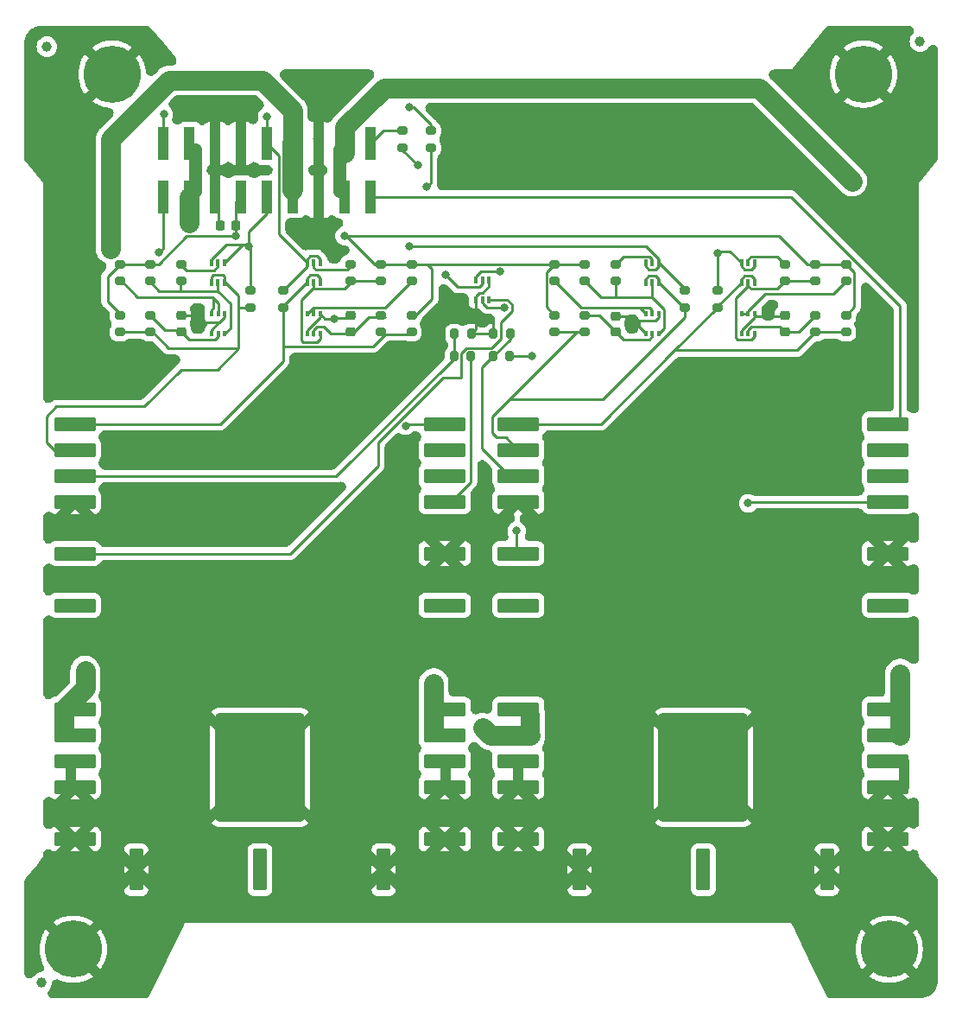
<source format=gtl>
%TF.GenerationSoftware,KiCad,Pcbnew,7.0.2-0*%
%TF.CreationDate,2024-05-08T22:09:35-07:00*%
%TF.ProjectId,MPPT_addon_board,4d505054-5f61-4646-946f-6e5f626f6172,1.4*%
%TF.SameCoordinates,Original*%
%TF.FileFunction,Copper,L1,Top*%
%TF.FilePolarity,Positive*%
%FSLAX46Y46*%
G04 Gerber Fmt 4.6, Leading zero omitted, Abs format (unit mm)*
G04 Created by KiCad (PCBNEW 7.0.2-0) date 2024-05-08 22:09:35*
%MOMM*%
%LPD*%
G01*
G04 APERTURE LIST*
G04 Aperture macros list*
%AMRoundRect*
0 Rectangle with rounded corners*
0 $1 Rounding radius*
0 $2 $3 $4 $5 $6 $7 $8 $9 X,Y pos of 4 corners*
0 Add a 4 corners polygon primitive as box body*
4,1,4,$2,$3,$4,$5,$6,$7,$8,$9,$2,$3,0*
0 Add four circle primitives for the rounded corners*
1,1,$1+$1,$2,$3*
1,1,$1+$1,$4,$5*
1,1,$1+$1,$6,$7*
1,1,$1+$1,$8,$9*
0 Add four rect primitives between the rounded corners*
20,1,$1+$1,$2,$3,$4,$5,0*
20,1,$1+$1,$4,$5,$6,$7,0*
20,1,$1+$1,$6,$7,$8,$9,0*
20,1,$1+$1,$8,$9,$2,$3,0*%
G04 Aperture macros list end*
%TA.AperFunction,SMDPad,CuDef*%
%ADD10R,1.140000X3.175000*%
%TD*%
%TA.AperFunction,ComponentPad*%
%ADD11C,5.600000*%
%TD*%
%TA.AperFunction,SMDPad,CuDef*%
%ADD12C,1.000000*%
%TD*%
%TA.AperFunction,SMDPad,CuDef*%
%ADD13RoundRect,0.200000X-0.200000X-0.275000X0.200000X-0.275000X0.200000X0.275000X-0.200000X0.275000X0*%
%TD*%
%TA.AperFunction,SMDPad,CuDef*%
%ADD14RoundRect,0.200000X0.275000X-0.200000X0.275000X0.200000X-0.275000X0.200000X-0.275000X-0.200000X0*%
%TD*%
%TA.AperFunction,SMDPad,CuDef*%
%ADD15RoundRect,0.200000X-0.275000X0.200000X-0.275000X-0.200000X0.275000X-0.200000X0.275000X0.200000X0*%
%TD*%
%TA.AperFunction,SMDPad,CuDef*%
%ADD16R,0.400000X0.650000*%
%TD*%
%TA.AperFunction,SMDPad,CuDef*%
%ADD17RoundRect,0.200000X0.200000X0.275000X-0.200000X0.275000X-0.200000X-0.275000X0.200000X-0.275000X0*%
%TD*%
%TA.AperFunction,SMDPad,CuDef*%
%ADD18RoundRect,0.225000X0.250000X-0.225000X0.250000X0.225000X-0.250000X0.225000X-0.250000X-0.225000X0*%
%TD*%
%TA.AperFunction,SMDPad,CuDef*%
%ADD19RoundRect,0.140000X1.910000X0.560000X-1.910000X0.560000X-1.910000X-0.560000X1.910000X-0.560000X0*%
%TD*%
%TA.AperFunction,SMDPad,CuDef*%
%ADD20RoundRect,0.140000X-0.560000X1.910000X-0.560000X-1.910000X0.560000X-1.910000X0.560000X1.910000X0*%
%TD*%
%TA.AperFunction,HeatsinkPad*%
%ADD21RoundRect,0.440000X3.960000X4.885000X-3.960000X4.885000X-3.960000X-4.885000X3.960000X-4.885000X0*%
%TD*%
%TA.AperFunction,SMDPad,CuDef*%
%ADD22RoundRect,0.225000X0.225000X0.250000X-0.225000X0.250000X-0.225000X-0.250000X0.225000X-0.250000X0*%
%TD*%
%TA.AperFunction,SMDPad,CuDef*%
%ADD23RoundRect,0.225000X-0.225000X-0.250000X0.225000X-0.250000X0.225000X0.250000X-0.225000X0.250000X0*%
%TD*%
%TA.AperFunction,SMDPad,CuDef*%
%ADD24R,0.400000X0.600000*%
%TD*%
%TA.AperFunction,ViaPad*%
%ADD25C,0.800000*%
%TD*%
%TA.AperFunction,Conductor*%
%ADD26C,1.905000*%
%TD*%
%TA.AperFunction,Conductor*%
%ADD27C,0.250000*%
%TD*%
%TA.AperFunction,Conductor*%
%ADD28C,1.000000*%
%TD*%
%TA.AperFunction,Conductor*%
%ADD29C,1.900000*%
%TD*%
%TA.AperFunction,Conductor*%
%ADD30C,2.000000*%
%TD*%
%TA.AperFunction,Conductor*%
%ADD31C,1.250000*%
%TD*%
G04 APERTURE END LIST*
D10*
X112270000Y-69552500D03*
X112270000Y-64347500D03*
X114810000Y-69552500D03*
X114810000Y-64347500D03*
X117350000Y-69552500D03*
X117350000Y-64347500D03*
X119890000Y-69552500D03*
X119890000Y-64347500D03*
X122430000Y-69552500D03*
X122430000Y-64347500D03*
X124970000Y-69552500D03*
X124970000Y-64347500D03*
X127510000Y-69552500D03*
X127510000Y-64347500D03*
X130050000Y-69552500D03*
X130050000Y-64347500D03*
X132590000Y-69552500D03*
X132590000Y-64347500D03*
D11*
X107236100Y-57564100D03*
X103426100Y-143294100D03*
X183426100Y-143294100D03*
X180896100Y-57564100D03*
D12*
X100330000Y-146558000D03*
D13*
X140800000Y-83000000D03*
X142450000Y-83000000D03*
D14*
X176200000Y-82825000D03*
X176200000Y-81175000D03*
D15*
X153600000Y-76175000D03*
X153600000Y-77825000D03*
X138500000Y-63100000D03*
X138500000Y-64750000D03*
D12*
X186436000Y-54356000D03*
D15*
X111000000Y-76175000D03*
X111000000Y-77825000D03*
D16*
X127650000Y-76050000D03*
X127000000Y-76050000D03*
X126350000Y-76050000D03*
X126350000Y-77950000D03*
X127000000Y-77950000D03*
X127650000Y-77950000D03*
D15*
X114000000Y-76175000D03*
X114000000Y-77825000D03*
D14*
X166600000Y-80425000D03*
X166600000Y-78775000D03*
D17*
X146250000Y-83000000D03*
X144600000Y-83000000D03*
D14*
X120800000Y-80425000D03*
X120800000Y-78775000D03*
D15*
X150600000Y-76175000D03*
X150600000Y-77825000D03*
D18*
X130600000Y-82775000D03*
X130600000Y-81225000D03*
D19*
X139850000Y-132500000D03*
X139850000Y-127380000D03*
X139850000Y-124840000D03*
X139850000Y-122300000D03*
X139850000Y-119760000D03*
X139850000Y-109600000D03*
X139850000Y-104520000D03*
X139850000Y-99440000D03*
X139850000Y-96900000D03*
X139850000Y-94360000D03*
X139850000Y-91820000D03*
X103600000Y-91820000D03*
X103600000Y-94360000D03*
X103600000Y-96900000D03*
X103600000Y-99440000D03*
X103600000Y-104520000D03*
X103600000Y-109600000D03*
X103600000Y-119760000D03*
X103600000Y-122300000D03*
X103600000Y-124840000D03*
X103600000Y-127380000D03*
X103600000Y-132500000D03*
D20*
X109600000Y-135500000D03*
X121725000Y-135500000D03*
X133850000Y-135500000D03*
D21*
X121725000Y-125475000D03*
D22*
X119400000Y-72400000D03*
X117850000Y-72400000D03*
D15*
X150600000Y-81175000D03*
X150600000Y-82825000D03*
D14*
X133600000Y-82825000D03*
X133600000Y-81175000D03*
D15*
X133600000Y-76175000D03*
X133600000Y-77825000D03*
X173200000Y-76175000D03*
X173200000Y-77825000D03*
X130600000Y-76175000D03*
X130600000Y-77825000D03*
D16*
X142900000Y-79650000D03*
X143550000Y-79650000D03*
X144200000Y-79650000D03*
X144200000Y-77750000D03*
X143550000Y-77750000D03*
X142900000Y-77750000D03*
D17*
X142400000Y-85200000D03*
X140750000Y-85200000D03*
D15*
X179200000Y-76175000D03*
X179200000Y-77825000D03*
D14*
X163400000Y-80425000D03*
X163400000Y-78775000D03*
X124000000Y-80425000D03*
X124000000Y-78775000D03*
D18*
X173200000Y-82775000D03*
X173200000Y-81225000D03*
D15*
X108000000Y-76175000D03*
X108000000Y-77825000D03*
X136600000Y-76175000D03*
X136600000Y-77825000D03*
D23*
X125425000Y-61600000D03*
X126975000Y-61600000D03*
D24*
X127650000Y-81050000D03*
X127000000Y-81050000D03*
X126350000Y-81050000D03*
X126350000Y-82950000D03*
X127000000Y-82950000D03*
X127650000Y-82950000D03*
D12*
X100838000Y-54864000D03*
D15*
X176200000Y-76175000D03*
X176200000Y-77825000D03*
X108000000Y-81175000D03*
X108000000Y-82825000D03*
D18*
X114000000Y-82775000D03*
X114000000Y-81225000D03*
D14*
X153600000Y-82825000D03*
X153600000Y-81175000D03*
D24*
X160850000Y-81050000D03*
X160200000Y-81050000D03*
X159550000Y-81050000D03*
X159550000Y-82950000D03*
X160200000Y-82950000D03*
X160850000Y-82950000D03*
D15*
X135700000Y-63100000D03*
X135700000Y-64750000D03*
D16*
X118250000Y-76050000D03*
X117600000Y-76050000D03*
X116950000Y-76050000D03*
X116950000Y-77950000D03*
X117600000Y-77950000D03*
X118250000Y-77950000D03*
D19*
X183325000Y-132500000D03*
X183325000Y-127380000D03*
X183325000Y-124840000D03*
X183325000Y-122300000D03*
X183325000Y-119760000D03*
X183325000Y-109600000D03*
X183325000Y-104520000D03*
X183325000Y-99440000D03*
X183325000Y-96900000D03*
X183325000Y-94360000D03*
X183325000Y-91820000D03*
X147075000Y-91820000D03*
X147075000Y-94360000D03*
X147075000Y-96900000D03*
X147075000Y-99440000D03*
X147075000Y-104520000D03*
X147075000Y-109600000D03*
X147075000Y-119760000D03*
X147075000Y-122300000D03*
X147075000Y-124840000D03*
X147075000Y-127380000D03*
X147075000Y-132500000D03*
D20*
X153075000Y-135500000D03*
X165200000Y-135500000D03*
X177325000Y-135500000D03*
D21*
X165200000Y-125475000D03*
D24*
X118300000Y-81050000D03*
X117650000Y-81050000D03*
X117000000Y-81050000D03*
X117000000Y-82950000D03*
X117650000Y-82950000D03*
X118300000Y-82950000D03*
D16*
X160850000Y-76050000D03*
X160200000Y-76050000D03*
X159550000Y-76050000D03*
X159550000Y-77950000D03*
X160200000Y-77950000D03*
X160850000Y-77950000D03*
D15*
X156600000Y-76175000D03*
X156600000Y-77825000D03*
D24*
X170250000Y-81050000D03*
X169600000Y-81050000D03*
X168950000Y-81050000D03*
X168950000Y-82950000D03*
X169600000Y-82950000D03*
X170250000Y-82950000D03*
D16*
X170250000Y-76050000D03*
X169600000Y-76050000D03*
X168950000Y-76050000D03*
X168950000Y-77950000D03*
X169600000Y-77950000D03*
X170250000Y-77950000D03*
D17*
X146225000Y-85200000D03*
X144575000Y-85200000D03*
D14*
X111000000Y-82825000D03*
X111000000Y-81175000D03*
D15*
X136600000Y-81175000D03*
X136600000Y-82825000D03*
D18*
X156600000Y-82800000D03*
X156600000Y-81250000D03*
D15*
X179200000Y-81175000D03*
X179200000Y-82825000D03*
D25*
X118872000Y-60198000D03*
X117856000Y-60198000D03*
X113792000Y-60198000D03*
X114808000Y-60198000D03*
X115824000Y-60198000D03*
X116840000Y-60198000D03*
X126492000Y-59690000D03*
X127508000Y-59690000D03*
X129540000Y-59690000D03*
X128524000Y-59690000D03*
X126492000Y-58674000D03*
X127508000Y-58674000D03*
X129540000Y-58674000D03*
X128524000Y-58674000D03*
X126492000Y-57658000D03*
X127508000Y-57658000D03*
X129540000Y-57658000D03*
X128524000Y-57658000D03*
X129032000Y-72136000D03*
X128016000Y-72136000D03*
X127000000Y-72136000D03*
X125984000Y-72136000D03*
X159800000Y-127400000D03*
X159800000Y-118600000D03*
X159800000Y-125200000D03*
X115400000Y-123000000D03*
X128300000Y-98500000D03*
X113300000Y-85500000D03*
X158275000Y-81675000D03*
X127200000Y-129700000D03*
X168000000Y-118600000D03*
X127200000Y-118600000D03*
X163800000Y-132300000D03*
X121400000Y-118600000D03*
X171600000Y-118600000D03*
X119400000Y-132300000D03*
X159800000Y-123000000D03*
X159800000Y-132300000D03*
X115400000Y-129700000D03*
X159800000Y-120600000D03*
X115400000Y-127400000D03*
X123600000Y-118600000D03*
X171600000Y-125200000D03*
X171600000Y-129700000D03*
X128200000Y-95200000D03*
X127200000Y-127400000D03*
X119400000Y-118600000D03*
X117300000Y-118600000D03*
X171600000Y-81200000D03*
X125500000Y-132300000D03*
X115400000Y-118600000D03*
X161700000Y-132300000D03*
X171600000Y-127400000D03*
X169900000Y-132300000D03*
X159800000Y-129700000D03*
X115800000Y-81900000D03*
X121300000Y-90400000D03*
X115400000Y-120600000D03*
X165800000Y-132300000D03*
X161700000Y-118600000D03*
X115400000Y-125200000D03*
X127200000Y-125200000D03*
X165800000Y-118600000D03*
X123600000Y-132300000D03*
X115400000Y-132300000D03*
X171600000Y-120600000D03*
X169900000Y-118600000D03*
X127200000Y-132300000D03*
X129000000Y-81500000D03*
X163800000Y-118600000D03*
X125500000Y-118600000D03*
X127200000Y-120600000D03*
X127200000Y-123000000D03*
X168000000Y-132300000D03*
X101500000Y-102000000D03*
X171600000Y-132300000D03*
X121400000Y-132300000D03*
X117300000Y-132300000D03*
X171600000Y-123000000D03*
X129000000Y-85600000D03*
X120650000Y-74400000D03*
X136400000Y-74400000D03*
X122430000Y-61700000D03*
X166600000Y-75100000D03*
X130000000Y-73400000D03*
X119400000Y-73400000D03*
X136000000Y-92000000D03*
X111850000Y-75050000D03*
X112300000Y-61500000D03*
X136400000Y-60800000D03*
X143600000Y-121600000D03*
X107100000Y-74676000D03*
X104600000Y-116000000D03*
X184400000Y-116200000D03*
X179832000Y-68072000D03*
X148400000Y-85200000D03*
X169600000Y-99600000D03*
X114800000Y-72100000D03*
X138800000Y-117200000D03*
X146900000Y-102300000D03*
X145275500Y-76899500D03*
X137200000Y-66500000D03*
X145700000Y-80400000D03*
X138100000Y-68600000D03*
X139900000Y-77200000D03*
D26*
X124970000Y-61145000D02*
X124970000Y-62055000D01*
X107100000Y-63900000D02*
X112834000Y-58166000D01*
X107100000Y-74676000D02*
X107100000Y-63900000D01*
X112834000Y-58166000D02*
X121991000Y-58166000D01*
X121991000Y-58166000D02*
X124970000Y-61145000D01*
X179832000Y-68072000D02*
X170660000Y-58900000D01*
X170660000Y-58900000D02*
X133910000Y-58900000D01*
X133910000Y-58900000D02*
X130050000Y-62760000D01*
X130050000Y-62760000D02*
X130050000Y-64347500D01*
D27*
X117000000Y-82600000D02*
X117000000Y-82950000D01*
X130600000Y-81425000D02*
X129075000Y-81425000D01*
X142900000Y-79315380D02*
X142900000Y-79650000D01*
X126350000Y-82950000D02*
X126350000Y-82640380D01*
X170450000Y-81250000D02*
X170250000Y-81050000D01*
X144200000Y-77750000D02*
X144200000Y-78350000D01*
X144600000Y-83000000D02*
X144600000Y-81500000D01*
X173200000Y-81250000D02*
X171650000Y-81250000D01*
X127315380Y-81675000D02*
X127334620Y-81675000D01*
X114000000Y-81225000D02*
X115125000Y-81225000D01*
D28*
X147075000Y-127380000D02*
X147075000Y-124840000D01*
D27*
X160850000Y-81359620D02*
X160534620Y-81675000D01*
D28*
X139900000Y-125315000D02*
X139425000Y-124840000D01*
D27*
X171600000Y-81200000D02*
X171550000Y-81250000D01*
D28*
X184925000Y-124840000D02*
X184925000Y-127380000D01*
D27*
X142900000Y-82550000D02*
X142450000Y-83000000D01*
X170450000Y-81250000D02*
X171550000Y-81250000D01*
X127334620Y-81675000D02*
X127650000Y-81359620D01*
X115800000Y-81900000D02*
X117759620Y-81900000D01*
X143550000Y-79000000D02*
X143215380Y-79000000D01*
X117700000Y-69902500D02*
X117350000Y-69552500D01*
X142900000Y-79650000D02*
X142900000Y-82550000D01*
X144200000Y-78350000D02*
X143550000Y-79000000D01*
X117759620Y-81900000D02*
X117700000Y-81900000D01*
D28*
X139900000Y-126905000D02*
X139900000Y-125315000D01*
D27*
X126350000Y-82640380D02*
X127315380Y-81675000D01*
X118300000Y-81050000D02*
X118300000Y-81359620D01*
X171650000Y-81250000D02*
X171600000Y-81200000D01*
X117700000Y-81900000D02*
X117000000Y-82600000D01*
X169790380Y-81800000D02*
X168950000Y-82640380D01*
X127650000Y-81359620D02*
X127650000Y-81050000D01*
X127650000Y-81050000D02*
X128100000Y-81500000D01*
X129075000Y-81425000D02*
X129000000Y-81500000D01*
X117850000Y-72400000D02*
X117700000Y-72250000D01*
X157850000Y-81250000D02*
X159550000Y-82950000D01*
X143215380Y-79000000D02*
X142900000Y-79315380D01*
X144600000Y-83000000D02*
X142450000Y-83000000D01*
X156600000Y-81250000D02*
X157850000Y-81250000D01*
X169809620Y-81800000D02*
X169790380Y-81800000D01*
X118300000Y-81359620D02*
X117759620Y-81900000D01*
D28*
X139425000Y-127380000D02*
X139900000Y-126905000D01*
D27*
X158275000Y-81675000D02*
X158000000Y-81400000D01*
X115125000Y-81225000D02*
X115800000Y-81900000D01*
X158000000Y-81400000D02*
X157850000Y-81250000D01*
X160850000Y-81050000D02*
X160850000Y-81359620D01*
D28*
X103175000Y-124840000D02*
X103175000Y-127380000D01*
D27*
X160534620Y-81675000D02*
X158275000Y-81675000D01*
X126975000Y-63812500D02*
X127510000Y-64347500D01*
X170250000Y-81359620D02*
X169809620Y-81800000D01*
X168950000Y-82950000D02*
X168950000Y-82640380D01*
X117700000Y-72250000D02*
X117700000Y-69902500D01*
X170250000Y-81050000D02*
X170250000Y-81359620D01*
X128100000Y-81500000D02*
X129000000Y-81500000D01*
X117650000Y-83259620D02*
X117309620Y-83600000D01*
X117650000Y-82950000D02*
X117650000Y-83259620D01*
X117309620Y-83600000D02*
X114800000Y-83600000D01*
X112425000Y-82600000D02*
X111000000Y-81175000D01*
X114800000Y-83600000D02*
X114275000Y-83075000D01*
X114275000Y-82600000D02*
X112425000Y-82600000D01*
X130775000Y-83000000D02*
X128659620Y-83000000D01*
X127315380Y-82325000D02*
X127000000Y-82640380D01*
X127000000Y-82640380D02*
X127000000Y-83150000D01*
X128659620Y-83000000D02*
X127984620Y-82325000D01*
X127984620Y-82325000D02*
X127315380Y-82325000D01*
X134000000Y-81375000D02*
X132400000Y-81375000D01*
X132400000Y-81375000D02*
X130775000Y-83000000D01*
X156600000Y-82800000D02*
X157375000Y-83575000D01*
X160200000Y-83259620D02*
X160200000Y-82950000D01*
X154975000Y-81175000D02*
X156600000Y-82800000D01*
X153600000Y-81175000D02*
X154975000Y-81175000D01*
X157375000Y-83575000D02*
X159884620Y-83575000D01*
X159884620Y-83575000D02*
X160200000Y-83259620D01*
X174575000Y-82800000D02*
X176200000Y-81175000D01*
X169600000Y-82640380D02*
X169915380Y-82325000D01*
X169600000Y-82950000D02*
X169600000Y-82640380D01*
X172725000Y-82325000D02*
X173200000Y-82800000D01*
X173200000Y-82800000D02*
X174575000Y-82800000D01*
X169915380Y-82325000D02*
X172725000Y-82325000D01*
X117125000Y-79475000D02*
X117650000Y-80000000D01*
X117125000Y-80475000D02*
X117000000Y-80600000D01*
X117650000Y-80000000D02*
X117650000Y-81050000D01*
X109725000Y-79400000D02*
X117050000Y-79400000D01*
X117000000Y-80600000D02*
X117000000Y-81050000D01*
X117125000Y-79475000D02*
X117125000Y-80475000D01*
X117050000Y-79400000D02*
X117125000Y-79475000D01*
X108150000Y-77825000D02*
X109725000Y-79400000D01*
X113950000Y-77825000D02*
X113950000Y-78750000D01*
X114000000Y-78800000D02*
X117600000Y-78800000D01*
X111825000Y-78800000D02*
X114000000Y-78800000D01*
X111200000Y-78175000D02*
X111825000Y-78800000D01*
X118825000Y-82425000D02*
X118300000Y-82950000D01*
X118825000Y-80025000D02*
X118825000Y-82425000D01*
X117600000Y-78800000D02*
X117600000Y-77950000D01*
X113950000Y-78750000D02*
X114000000Y-78800000D01*
X117600000Y-78800000D02*
X118825000Y-80025000D01*
X120800000Y-78800000D02*
X120800000Y-74550000D01*
X160850000Y-76384620D02*
X160850000Y-76050000D01*
X120800000Y-74550000D02*
X120650000Y-74400000D01*
X120650000Y-73000000D02*
X122430000Y-71220000D01*
X163400000Y-78600000D02*
X163400000Y-78775000D01*
X159550000Y-76384620D02*
X159865380Y-76700000D01*
X120200000Y-74225000D02*
X118440380Y-74225000D01*
X120075000Y-74225000D02*
X120200000Y-74225000D01*
X159865380Y-76700000D02*
X160534620Y-76700000D01*
X118440380Y-74225000D02*
X116950000Y-75715380D01*
X160534620Y-76700000D02*
X160850000Y-76384620D01*
X160850000Y-75688604D02*
X159561396Y-74400000D01*
X159561396Y-74400000D02*
X136400000Y-74400000D01*
X120650000Y-74400000D02*
X120650000Y-73000000D01*
X116950000Y-75715380D02*
X116950000Y-76050000D01*
X118250000Y-76050000D02*
X120075000Y-74225000D01*
X160850000Y-76050000D02*
X160850000Y-75688604D01*
X120475000Y-74225000D02*
X120200000Y-74225000D01*
X120650000Y-74400000D02*
X120475000Y-74225000D01*
X159550000Y-76050000D02*
X159550000Y-76384620D01*
X122430000Y-71220000D02*
X122430000Y-69552500D01*
X160850000Y-76050000D02*
X163400000Y-78600000D01*
X117150000Y-77200000D02*
X118050000Y-77200000D01*
X119650000Y-84400000D02*
X119650000Y-84450000D01*
X108150000Y-82825000D02*
X111200000Y-82825000D01*
X119700000Y-80450000D02*
X119650000Y-80400000D01*
X116950000Y-77400000D02*
X117150000Y-77200000D01*
X119650000Y-80400000D02*
X119650000Y-84400000D01*
X118050000Y-77200000D02*
X118250000Y-77400000D01*
X116950000Y-77734620D02*
X116950000Y-77400000D01*
X112775000Y-84400000D02*
X119650000Y-84400000D01*
X101767390Y-90100000D02*
X100800000Y-91067390D01*
X118250000Y-77950000D02*
X118325000Y-77950000D01*
X120800000Y-80450000D02*
X119700000Y-80450000D01*
X103600000Y-94360000D02*
X101550000Y-94360000D01*
X100800000Y-93610000D02*
X100800000Y-91067390D01*
X101550000Y-94360000D02*
X100800000Y-93610000D01*
X114000000Y-86500000D02*
X110400000Y-90100000D01*
X119650000Y-79275000D02*
X119650000Y-80400000D01*
X110950000Y-82575000D02*
X112775000Y-84400000D01*
X118250000Y-77400000D02*
X118250000Y-77734620D01*
X118325000Y-77950000D02*
X119650000Y-79275000D01*
X119650000Y-84450000D02*
X117600000Y-86500000D01*
X110400000Y-90100000D02*
X101767390Y-90100000D01*
X117600000Y-86500000D02*
X114000000Y-86500000D01*
X127000000Y-80400000D02*
X127000000Y-81050000D01*
X136600000Y-77825000D02*
X134025000Y-80400000D01*
X134025000Y-80400000D02*
X127000000Y-80400000D01*
X126350000Y-81050000D02*
X127000000Y-80400000D01*
X130025000Y-78600000D02*
X130800000Y-77825000D01*
X127000000Y-77900000D02*
X127000000Y-78234620D01*
X133600000Y-77825000D02*
X130600000Y-77825000D01*
X125825000Y-83625000D02*
X125825000Y-79675000D01*
X127334620Y-83775000D02*
X125975000Y-83775000D01*
X127650000Y-83459620D02*
X127334620Y-83775000D01*
X127100000Y-78600000D02*
X130025000Y-78600000D01*
X127000000Y-78500000D02*
X127100000Y-78600000D01*
X127000000Y-78500000D02*
X127000000Y-78234620D01*
X125975000Y-83775000D02*
X125825000Y-83625000D01*
X127650000Y-83150000D02*
X127650000Y-83459620D01*
X125825000Y-79675000D02*
X127000000Y-78500000D01*
X170250000Y-76384620D02*
X169934620Y-76700000D01*
X167800000Y-74900000D02*
X168950000Y-76050000D01*
X126350000Y-76000000D02*
X123600000Y-73250000D01*
X123600000Y-73250000D02*
X123600000Y-65517500D01*
X123600000Y-65517500D02*
X122430000Y-64347500D01*
X169934620Y-76700000D02*
X169265380Y-76700000D01*
X170250000Y-76050000D02*
X170250000Y-76384620D01*
X126350000Y-75665380D02*
X126350000Y-76000000D01*
X127650000Y-75665380D02*
X127334620Y-75350000D01*
X127334620Y-75350000D02*
X126665380Y-75350000D01*
X169265380Y-76700000D02*
X168950000Y-76384620D01*
X168950000Y-76384620D02*
X168950000Y-76050000D01*
X166600000Y-74900000D02*
X167800000Y-74900000D01*
X127650000Y-76000000D02*
X127650000Y-75665380D01*
X126350000Y-76400000D02*
X124000000Y-78750000D01*
X126350000Y-76000000D02*
X126350000Y-76400000D01*
X122430000Y-61700000D02*
X122430000Y-64347500D01*
X166600000Y-78775000D02*
X166600000Y-74900000D01*
X126665380Y-75350000D02*
X126350000Y-75665380D01*
X127000000Y-76500000D02*
X127000000Y-76000000D01*
X130275000Y-76700000D02*
X127200000Y-76700000D01*
X130800000Y-76175000D02*
X130275000Y-76700000D01*
X127200000Y-76700000D02*
X127000000Y-76500000D01*
X127334620Y-77250000D02*
X126665380Y-77250000D01*
X134000000Y-83025000D02*
X136600000Y-83025000D01*
X126350000Y-77900000D02*
X124000000Y-80250000D01*
X117830000Y-91820000D02*
X103600000Y-91820000D01*
X124000000Y-84225000D02*
X132800000Y-84225000D01*
X124000000Y-80400000D02*
X124000000Y-85650000D01*
X127650000Y-77900000D02*
X127650000Y-77565380D01*
X124000000Y-85650000D02*
X117830000Y-91820000D01*
X127650000Y-77565380D02*
X127334620Y-77250000D01*
X132800000Y-84225000D02*
X134000000Y-83025000D01*
X126665380Y-77250000D02*
X126350000Y-77565380D01*
X124000000Y-80250000D02*
X124000000Y-80400000D01*
X126350000Y-77565380D02*
X126350000Y-77900000D01*
X124000000Y-85650000D02*
X124000000Y-84225000D01*
X159950000Y-80450000D02*
X158950000Y-80450000D01*
X150600000Y-77825000D02*
X153225000Y-80450000D01*
X160200000Y-80700000D02*
X159950000Y-80450000D01*
X153225000Y-80450000D02*
X158950000Y-80450000D01*
X160200000Y-81050000D02*
X160200000Y-80700000D01*
X158950000Y-80450000D02*
X159550000Y-81050000D01*
X160200000Y-79440380D02*
X161375000Y-80615380D01*
X156600000Y-79440380D02*
X160200000Y-79440380D01*
X160200000Y-77950000D02*
X160200000Y-79440380D01*
X153600000Y-77825000D02*
X155215380Y-79440380D01*
X155215380Y-79440380D02*
X156600000Y-79440380D01*
X161375000Y-82425000D02*
X160850000Y-82950000D01*
X161375000Y-80615380D02*
X161375000Y-82425000D01*
X156600000Y-77825000D02*
X156600000Y-79440380D01*
X156600000Y-76175000D02*
X157375000Y-75400000D01*
X159925000Y-75400000D02*
X160200000Y-75675000D01*
X160200000Y-75675000D02*
X160200000Y-76050000D01*
X157375000Y-75400000D02*
X159925000Y-75400000D01*
X160850000Y-77615380D02*
X160850000Y-77950000D01*
X160534620Y-77300000D02*
X160850000Y-77615380D01*
X145827390Y-93100000D02*
X144900000Y-93100000D01*
X155359620Y-89400000D02*
X146200000Y-89400000D01*
X159550000Y-77950000D02*
X159550000Y-77615380D01*
X150600000Y-82825000D02*
X153600000Y-82825000D01*
X159865380Y-77300000D02*
X160534620Y-77300000D01*
X163325000Y-80425000D02*
X163400000Y-80425000D01*
X160850000Y-77950000D02*
X163325000Y-80425000D01*
X144500000Y-91100000D02*
X152775000Y-82825000D01*
X152775000Y-82825000D02*
X153600000Y-82825000D01*
X159550000Y-77615380D02*
X159865380Y-77300000D01*
X144500000Y-92700000D02*
X144500000Y-91100000D01*
X163400000Y-80425000D02*
X163400000Y-81359620D01*
X163400000Y-81359620D02*
X155359620Y-89400000D01*
X147087390Y-94360000D02*
X145827390Y-93100000D01*
X144900000Y-93100000D02*
X144500000Y-92700000D01*
X177975000Y-79050000D02*
X171290380Y-79050000D01*
X179200000Y-77825000D02*
X177975000Y-79050000D01*
X169600000Y-80740380D02*
X169600000Y-81050000D01*
X168950000Y-81050000D02*
X169600000Y-81050000D01*
X171290380Y-79050000D02*
X169600000Y-80740380D01*
X170250000Y-82950000D02*
X170250000Y-83259620D01*
X168425000Y-83425000D02*
X168425000Y-79459620D01*
X173200000Y-77825000D02*
X176200000Y-77825000D01*
X168425000Y-79459620D02*
X169600000Y-78284620D01*
X169934620Y-83575000D02*
X168575000Y-83575000D01*
X170250000Y-83259620D02*
X169934620Y-83575000D01*
X169915380Y-78600000D02*
X172425000Y-78600000D01*
X172425000Y-78600000D02*
X173200000Y-77825000D01*
X169600000Y-78284620D02*
X169915380Y-78600000D01*
X169600000Y-77950000D02*
X169600000Y-78284620D01*
X168575000Y-83575000D02*
X168425000Y-83425000D01*
X169600000Y-75715380D02*
X169600000Y-76050000D01*
X172425000Y-75400000D02*
X169915380Y-75400000D01*
X169915380Y-75400000D02*
X169600000Y-75715380D01*
X173200000Y-76175000D02*
X172425000Y-75400000D01*
X162412500Y-84612500D02*
X166600000Y-80425000D01*
X155205000Y-91820000D02*
X147675000Y-91820000D01*
X179200000Y-82825000D02*
X176200000Y-82825000D01*
X162412500Y-84612500D02*
X155205000Y-91820000D01*
X169934620Y-77300000D02*
X170250000Y-77615380D01*
X176200000Y-82825000D02*
X174412500Y-84612500D01*
X168950000Y-77950000D02*
X166600000Y-80300000D01*
X174412500Y-84612500D02*
X162412500Y-84612500D01*
X169265380Y-77300000D02*
X169934620Y-77300000D01*
X168950000Y-77950000D02*
X168950000Y-77615380D01*
X168950000Y-77615380D02*
X169265380Y-77300000D01*
X170250000Y-77615380D02*
X170250000Y-77950000D01*
X166600000Y-80300000D02*
X166600000Y-80425000D01*
X150600000Y-81175000D02*
X149800000Y-80375000D01*
X138600000Y-76600000D02*
X138175000Y-76175000D01*
X119400000Y-70042500D02*
X119890000Y-69552500D01*
X136600000Y-81375000D02*
X136825000Y-81375000D01*
X111800000Y-76175000D02*
X111000000Y-76175000D01*
X179200000Y-81175000D02*
X180000000Y-80375000D01*
X108000000Y-76175000D02*
X106800000Y-77375000D01*
X180000000Y-76975000D02*
X179200000Y-76175000D01*
X114575000Y-73400000D02*
X111800000Y-76175000D01*
X136825000Y-81375000D02*
X138600000Y-79600000D01*
X106800000Y-77375000D02*
X106800000Y-79825000D01*
X149800000Y-76975000D02*
X150600000Y-76175000D01*
X172625000Y-73425000D02*
X175375000Y-76175000D01*
X119400000Y-72400000D02*
X119400000Y-70042500D01*
X153600000Y-76175000D02*
X150600000Y-76175000D01*
X180000000Y-80375000D02*
X180000000Y-76975000D01*
X106800000Y-79825000D02*
X108150000Y-81175000D01*
X130000000Y-73400000D02*
X172625000Y-73400000D01*
X149800000Y-80375000D02*
X149800000Y-76975000D01*
X176200000Y-76175000D02*
X179200000Y-76175000D01*
X111000000Y-76175000D02*
X108000000Y-76175000D01*
X119400000Y-73400000D02*
X119400000Y-72400000D01*
X150600000Y-76175000D02*
X136600000Y-76175000D01*
X138175000Y-76175000D02*
X132975000Y-76175000D01*
X138600000Y-79600000D02*
X138600000Y-76600000D01*
X132975000Y-76175000D02*
X130000000Y-73200000D01*
X175375000Y-76175000D02*
X176200000Y-76175000D01*
X119400000Y-73400000D02*
X114575000Y-73400000D01*
X142400000Y-97500000D02*
X140430000Y-99470000D01*
X142400000Y-85200000D02*
X142400000Y-97500000D01*
X112270000Y-74630000D02*
X112270000Y-69552500D01*
X136000000Y-92000000D02*
X136180000Y-91820000D01*
X111850000Y-75050000D02*
X112270000Y-74630000D01*
X136180000Y-91820000D02*
X139425000Y-91820000D01*
X140750000Y-85200000D02*
X140750000Y-85400000D01*
X140800000Y-85150000D02*
X140750000Y-85200000D01*
X129220000Y-96930000D02*
X102525000Y-96930000D01*
X140750000Y-85400000D02*
X129220000Y-96930000D01*
X140800000Y-83000000D02*
X140800000Y-85150000D01*
X138500000Y-62500000D02*
X138500000Y-62800000D01*
X138500000Y-62800000D02*
X138200000Y-63100000D01*
X112270000Y-61530000D02*
X112270000Y-64347500D01*
X136400000Y-60800000D02*
X136800000Y-60800000D01*
X112300000Y-61500000D02*
X112270000Y-61530000D01*
X136800000Y-60800000D02*
X138500000Y-62500000D01*
D26*
X144330000Y-122330000D02*
X148245000Y-122330000D01*
X102525000Y-119790000D02*
X102525000Y-122000000D01*
D29*
X148245000Y-122000000D02*
X148245000Y-120300000D01*
D27*
X124970000Y-62055000D02*
X125425000Y-61600000D01*
D26*
X104600000Y-116000000D02*
X104600000Y-117715000D01*
D30*
X124970000Y-64347500D02*
X124970000Y-68916104D01*
D27*
X124970000Y-68916104D02*
X124651802Y-69234302D01*
D26*
X104600000Y-117715000D02*
X102525000Y-119790000D01*
X124970000Y-64347500D02*
X124970000Y-62055000D01*
X143600000Y-121600000D02*
X144330000Y-122330000D01*
X184495000Y-119790000D02*
X184495000Y-122330000D01*
D31*
X129480000Y-68982500D02*
X129480000Y-64917500D01*
D27*
X184495000Y-116295000D02*
X184400000Y-116200000D01*
D26*
X130050000Y-64347500D02*
X130050000Y-65260758D01*
D27*
X130050000Y-69552500D02*
X129480000Y-68982500D01*
D26*
X184495000Y-119790000D02*
X184495000Y-116295000D01*
D27*
X129480000Y-64917500D02*
X130050000Y-64347500D01*
X146225000Y-85200000D02*
X148400000Y-85200000D01*
X169730000Y-99470000D02*
X184495000Y-99470000D01*
X169600000Y-99600000D02*
X169730000Y-99470000D01*
X184495000Y-91850000D02*
X184495000Y-80252538D01*
X173794962Y-69552500D02*
X132590000Y-69552500D01*
X184495000Y-80252538D02*
X173794962Y-69552500D01*
X146250000Y-83525000D02*
X144575000Y-85200000D01*
X146250000Y-83000000D02*
X146250000Y-83525000D01*
X146195000Y-96930000D02*
X143500000Y-94235000D01*
X143500000Y-86275000D02*
X144575000Y-85200000D01*
X143500000Y-94235000D02*
X143500000Y-86275000D01*
X135700000Y-63100000D02*
X133837500Y-63100000D01*
X133837500Y-63100000D02*
X132590000Y-64347500D01*
X117600000Y-76050000D02*
X117600000Y-76400000D01*
X117250000Y-76750000D02*
X114525000Y-76750000D01*
X117600000Y-76400000D02*
X117250000Y-76750000D01*
X114525000Y-76750000D02*
X113950000Y-76175000D01*
X114810000Y-64347500D02*
X115380000Y-64917500D01*
D26*
X114810000Y-69552500D02*
X114810000Y-72090000D01*
X138775000Y-119790000D02*
X138775000Y-122000000D01*
X114810000Y-72090000D02*
X114800000Y-72100000D01*
D31*
X115380000Y-64917500D02*
X115380000Y-68982500D01*
D26*
X138775000Y-117225000D02*
X138775000Y-119790000D01*
D27*
X138800000Y-117200000D02*
X138775000Y-117225000D01*
X115380000Y-68982500D02*
X114810000Y-69552500D01*
X141475000Y-87325000D02*
X139649695Y-87325000D01*
X144417462Y-84400000D02*
X141982538Y-84400000D01*
X145975305Y-79650000D02*
X146425000Y-80099695D01*
X146425000Y-80099695D02*
X146425000Y-80775000D01*
X133331802Y-93642893D02*
X133331802Y-95893503D01*
X139649695Y-87325000D02*
X133331802Y-93642893D01*
X146425000Y-80775000D02*
X145325000Y-81875000D01*
X145325000Y-81875000D02*
X145325000Y-83492462D01*
X133331802Y-95893503D02*
X124705305Y-104520000D01*
X141475000Y-84907538D02*
X141475000Y-87325000D01*
X141982538Y-84400000D02*
X141475000Y-84907538D01*
X144200000Y-79650000D02*
X145975305Y-79650000D01*
X124705305Y-104520000D02*
X103600000Y-104520000D01*
X145325000Y-83492462D02*
X144417462Y-84400000D01*
X142900000Y-77750000D02*
X142900000Y-77415380D01*
X146900000Y-104100000D02*
X147075000Y-104100000D01*
X143415880Y-76899500D02*
X145275500Y-76899500D01*
X142900000Y-77415380D02*
X143415880Y-76899500D01*
X146900000Y-102300000D02*
X146900000Y-104100000D01*
X143965380Y-80400000D02*
X145700000Y-80400000D01*
X143550000Y-79984620D02*
X143965380Y-80400000D01*
X143550000Y-79650000D02*
X143550000Y-79984620D01*
X135700000Y-65000000D02*
X137200000Y-66500000D01*
X135700000Y-64750000D02*
X135700000Y-65000000D01*
X141100000Y-78400000D02*
X139900000Y-77200000D01*
X143234620Y-78400000D02*
X141100000Y-78400000D01*
X143550000Y-78084620D02*
X143234620Y-78400000D01*
X143550000Y-77750000D02*
X143550000Y-78084620D01*
X138500000Y-65050000D02*
X138500000Y-68200000D01*
X138500000Y-68200000D02*
X138100000Y-68600000D01*
%TA.AperFunction,Conductor*%
G36*
X110616985Y-52808511D02*
G01*
X110757568Y-52828739D01*
X110886757Y-52887753D01*
X110994087Y-52980774D01*
X110998775Y-52986266D01*
X112316150Y-54552132D01*
X113426745Y-55872215D01*
X113444026Y-55892755D01*
X113519064Y-56013344D01*
X113557088Y-56150190D01*
X113555019Y-56292205D01*
X113513023Y-56427884D01*
X113434502Y-56546236D01*
X113325819Y-56637672D01*
X113195778Y-56694785D01*
X113062185Y-56713000D01*
X112955194Y-56713000D01*
X112894726Y-56709245D01*
X112814245Y-56712574D01*
X112793627Y-56713000D01*
X112773900Y-56713000D01*
X112763620Y-56713851D01*
X112763613Y-56713852D01*
X112754221Y-56714630D01*
X112733666Y-56715905D01*
X112653195Y-56719234D01*
X112594475Y-56727790D01*
X112516412Y-56747557D01*
X112496338Y-56752201D01*
X112417541Y-56768724D01*
X112361022Y-56786829D01*
X112287273Y-56819178D01*
X112268228Y-56827066D01*
X112193228Y-56856331D01*
X112140459Y-56883495D01*
X112073062Y-56927527D01*
X112055576Y-56938442D01*
X111986405Y-56979659D01*
X111938842Y-57015125D01*
X111879583Y-57069676D01*
X111864154Y-57083300D01*
X111849071Y-57096076D01*
X111841797Y-57103348D01*
X111841777Y-57103368D01*
X111835090Y-57110056D01*
X111820222Y-57124321D01*
X111760982Y-57178855D01*
X111720878Y-57224267D01*
X111374737Y-57570408D01*
X111261036Y-57655524D01*
X111127961Y-57705158D01*
X110986293Y-57715291D01*
X110847508Y-57685100D01*
X110722851Y-57617032D01*
X110622421Y-57516602D01*
X110554353Y-57391945D01*
X110524162Y-57253160D01*
X110523623Y-57244576D01*
X110522306Y-57220293D01*
X110519384Y-57193428D01*
X110465870Y-56867004D01*
X110460063Y-56840623D01*
X110371568Y-56521891D01*
X110362941Y-56496289D01*
X110240504Y-56188995D01*
X110229164Y-56164485D01*
X110074213Y-55872215D01*
X110060294Y-55849082D01*
X109897834Y-55609472D01*
X109897833Y-55609471D01*
X108667793Y-56839511D01*
X108666119Y-56835469D01*
X108534530Y-56620735D01*
X108370970Y-56429230D01*
X108179465Y-56265670D01*
X107964731Y-56134081D01*
X107960685Y-56132405D01*
X109189387Y-54903705D01*
X109101500Y-54836895D01*
X109079151Y-54821743D01*
X108795708Y-54651201D01*
X108771841Y-54638548D01*
X108471622Y-54499651D01*
X108446534Y-54489656D01*
X108133045Y-54384029D01*
X108107039Y-54376809D01*
X107783981Y-54305698D01*
X107757316Y-54301326D01*
X107428453Y-54265560D01*
X107401509Y-54264100D01*
X107070691Y-54264100D01*
X107043746Y-54265560D01*
X106714883Y-54301326D01*
X106688218Y-54305698D01*
X106365160Y-54376809D01*
X106339154Y-54384029D01*
X106025665Y-54489656D01*
X106000577Y-54499651D01*
X105700358Y-54638548D01*
X105676491Y-54651201D01*
X105393040Y-54821747D01*
X105370715Y-54836885D01*
X105282812Y-54903705D01*
X105282812Y-54903706D01*
X106511512Y-56132406D01*
X106507469Y-56134081D01*
X106292735Y-56265670D01*
X106101230Y-56429230D01*
X105937670Y-56620735D01*
X105806081Y-56835469D01*
X105804406Y-56839511D01*
X104574365Y-55609471D01*
X104411909Y-55849075D01*
X104397981Y-55872224D01*
X104243035Y-56164485D01*
X104231695Y-56188995D01*
X104109258Y-56496289D01*
X104100631Y-56521891D01*
X104012136Y-56840623D01*
X104006329Y-56867004D01*
X103952815Y-57193428D01*
X103949893Y-57220293D01*
X103931985Y-57550598D01*
X103931985Y-57577601D01*
X103949893Y-57907906D01*
X103952815Y-57934771D01*
X104006329Y-58261195D01*
X104012136Y-58287576D01*
X104100631Y-58606308D01*
X104109258Y-58631910D01*
X104231695Y-58939204D01*
X104243035Y-58963714D01*
X104397990Y-59255991D01*
X104411904Y-59279117D01*
X104574364Y-59518726D01*
X104574365Y-59518727D01*
X105804405Y-58288686D01*
X105806081Y-58292731D01*
X105937670Y-58507465D01*
X106101230Y-58698970D01*
X106292735Y-58862530D01*
X106507469Y-58994119D01*
X106511512Y-58995793D01*
X105282812Y-60224493D01*
X105282812Y-60224494D01*
X105370707Y-60291309D01*
X105393040Y-60306452D01*
X105676491Y-60476998D01*
X105700358Y-60489651D01*
X106000577Y-60628548D01*
X106025665Y-60638543D01*
X106339154Y-60744170D01*
X106365160Y-60751390D01*
X106688218Y-60822501D01*
X106714885Y-60826873D01*
X106945387Y-60851942D01*
X107082963Y-60887236D01*
X107205021Y-60959860D01*
X107301675Y-61063930D01*
X107365094Y-61191015D01*
X107390141Y-61330819D01*
X107374785Y-61472017D01*
X107320271Y-61603169D01*
X107244283Y-61700863D01*
X106158266Y-62786880D01*
X106112855Y-62826983D01*
X106058309Y-62886235D01*
X106044046Y-62901101D01*
X106037357Y-62907789D01*
X106037337Y-62907809D01*
X106030077Y-62915071D01*
X106023423Y-62922926D01*
X106023421Y-62922929D01*
X106017309Y-62930145D01*
X106003674Y-62945584D01*
X105949133Y-63004832D01*
X105913662Y-63052402D01*
X105872439Y-63121581D01*
X105861525Y-63139065D01*
X105817490Y-63206466D01*
X105790334Y-63259223D01*
X105761067Y-63334227D01*
X105753178Y-63353273D01*
X105720830Y-63427018D01*
X105702724Y-63483541D01*
X105686201Y-63562338D01*
X105681557Y-63582412D01*
X105661790Y-63660475D01*
X105653234Y-63719195D01*
X105649905Y-63799666D01*
X105648630Y-63820221D01*
X105647000Y-63839900D01*
X105647000Y-63850218D01*
X105647000Y-63850219D01*
X105647000Y-63859625D01*
X105646574Y-63880247D01*
X105643245Y-63960731D01*
X105646999Y-64021195D01*
X105646999Y-74725784D01*
X105647000Y-74725808D01*
X105647000Y-74736100D01*
X105647850Y-74746367D01*
X105647851Y-74746373D01*
X105660645Y-74900772D01*
X105661905Y-74915976D01*
X105721017Y-75149405D01*
X105817745Y-75369922D01*
X105839582Y-75403346D01*
X105949447Y-75571508D01*
X106112537Y-75748672D01*
X106302560Y-75896572D01*
X106302561Y-75896572D01*
X106422095Y-75961260D01*
X106536113Y-76045946D01*
X106621656Y-76159326D01*
X106671791Y-76292213D01*
X106682456Y-76433843D01*
X106652788Y-76572740D01*
X106585189Y-76697652D01*
X106537443Y-76752963D01*
X106445471Y-76844935D01*
X106422179Y-76863597D01*
X106356131Y-76933928D01*
X106345254Y-76945152D01*
X106340966Y-76949439D01*
X106340940Y-76949468D01*
X106329880Y-76960529D01*
X106326231Y-76965230D01*
X106325447Y-76965899D01*
X106323838Y-76968315D01*
X106323836Y-76968319D01*
X106319700Y-76972724D01*
X106286979Y-77007568D01*
X106259040Y-77050101D01*
X106246997Y-77077930D01*
X106226329Y-77120120D01*
X106211718Y-77146699D01*
X106195237Y-77194834D01*
X106190494Y-77224782D01*
X106180966Y-77270793D01*
X106173424Y-77300169D01*
X106169432Y-77350889D01*
X106172285Y-77381060D01*
X106174500Y-77428023D01*
X106174500Y-79700856D01*
X106171223Y-79730540D01*
X106174254Y-79826986D01*
X106174500Y-79842660D01*
X106174500Y-79864350D01*
X106175256Y-79870339D01*
X106175176Y-79871341D01*
X106175735Y-79874129D01*
X106177427Y-79927954D01*
X106187744Y-79977773D01*
X106198905Y-80005963D01*
X106214128Y-80050424D01*
X106222587Y-80079539D01*
X106244973Y-80125235D01*
X106262794Y-80149763D01*
X106288600Y-80189050D01*
X106304032Y-80215144D01*
X106337073Y-80253830D01*
X106360430Y-80273152D01*
X106395205Y-80304795D01*
X106878346Y-80787936D01*
X106963462Y-80901637D01*
X107013096Y-81034712D01*
X107024500Y-81140782D01*
X107024500Y-81431616D01*
X107025523Y-81442878D01*
X107025524Y-81442890D01*
X107030913Y-81502193D01*
X107030914Y-81502196D01*
X107081521Y-81664604D01*
X107081523Y-81664608D01*
X107128216Y-81741848D01*
X107183648Y-81872614D01*
X107199994Y-82013701D01*
X107175929Y-82153677D01*
X107128216Y-82258152D01*
X107081523Y-82335391D01*
X107030913Y-82497806D01*
X107025524Y-82557109D01*
X107025523Y-82557122D01*
X107024500Y-82568384D01*
X107024500Y-83081616D01*
X107025523Y-83092878D01*
X107025524Y-83092890D01*
X107030913Y-83152193D01*
X107030914Y-83152196D01*
X107081522Y-83314606D01*
X107169528Y-83460185D01*
X107289815Y-83580472D01*
X107435394Y-83668478D01*
X107597804Y-83719086D01*
X107668384Y-83725500D01*
X107679700Y-83725500D01*
X108320300Y-83725500D01*
X108331616Y-83725500D01*
X108402196Y-83719086D01*
X108564606Y-83668478D01*
X108710185Y-83580472D01*
X108710188Y-83580468D01*
X108738425Y-83563399D01*
X108807704Y-83511538D01*
X108940779Y-83461904D01*
X109046849Y-83450500D01*
X109953151Y-83450500D01*
X110093736Y-83470713D01*
X110222931Y-83529714D01*
X110274210Y-83571038D01*
X110289813Y-83580470D01*
X110289815Y-83580472D01*
X110435394Y-83668478D01*
X110597804Y-83719086D01*
X110668384Y-83725500D01*
X111009218Y-83725500D01*
X111149803Y-83745713D01*
X111278998Y-83804714D01*
X111362064Y-83871654D01*
X112244923Y-84754513D01*
X112263594Y-84777818D01*
X112333956Y-84843893D01*
X112345210Y-84854800D01*
X112360530Y-84870120D01*
X112365288Y-84873811D01*
X112365939Y-84874575D01*
X112368308Y-84876154D01*
X112368315Y-84876159D01*
X112404418Y-84910062D01*
X112404419Y-84910062D01*
X112407575Y-84913026D01*
X112450096Y-84940956D01*
X112454061Y-84942671D01*
X112454064Y-84942674D01*
X112477925Y-84952999D01*
X112520151Y-84973686D01*
X112546698Y-84988281D01*
X112594833Y-85004761D01*
X112599103Y-85005437D01*
X112599105Y-85005438D01*
X112624770Y-85009502D01*
X112670818Y-85019039D01*
X112700168Y-85026575D01*
X112750889Y-85030567D01*
X112755195Y-85030159D01*
X112755196Y-85030160D01*
X112781062Y-85027714D01*
X112828023Y-85025500D01*
X113429548Y-85025500D01*
X113570133Y-85045713D01*
X113699328Y-85104714D01*
X113806667Y-85197724D01*
X113883454Y-85317208D01*
X113923469Y-85453485D01*
X113923469Y-85595515D01*
X113883454Y-85731792D01*
X113806667Y-85851276D01*
X113722843Y-85928206D01*
X113675233Y-85962795D01*
X113635958Y-85988595D01*
X113609857Y-86004031D01*
X113571162Y-86037080D01*
X113551842Y-86060435D01*
X113520207Y-86095201D01*
X110287063Y-89328346D01*
X110173362Y-89413462D01*
X110040287Y-89463096D01*
X109934217Y-89474500D01*
X101891529Y-89474500D01*
X101861857Y-89471224D01*
X101765422Y-89474254D01*
X101749754Y-89474500D01*
X101728040Y-89474500D01*
X101722067Y-89475253D01*
X101721060Y-89475173D01*
X101718258Y-89475734D01*
X101718256Y-89475735D01*
X101693032Y-89476527D01*
X101664436Y-89477427D01*
X101614617Y-89487743D01*
X101586415Y-89498909D01*
X101541963Y-89514128D01*
X101512857Y-89522584D01*
X101467145Y-89544979D01*
X101442623Y-89562795D01*
X101403348Y-89588595D01*
X101377247Y-89604031D01*
X101328150Y-89645965D01*
X101292823Y-89671634D01*
X101167210Y-89737921D01*
X101028010Y-89766133D01*
X100886500Y-89753985D01*
X100754145Y-89702461D01*
X100641667Y-89615736D01*
X100558178Y-89500835D01*
X100510443Y-89367067D01*
X100500500Y-89267948D01*
X100500500Y-68362286D01*
X100501432Y-68331801D01*
X100503370Y-68300137D01*
X100501344Y-68293780D01*
X100486285Y-68233968D01*
X100485061Y-68227417D01*
X100485059Y-68227415D01*
X100481480Y-68208265D01*
X100469261Y-68193096D01*
X100469261Y-68193094D01*
X100465073Y-68187895D01*
X100429424Y-68137559D01*
X100414645Y-68113689D01*
X100372043Y-68072399D01*
X100257739Y-67930492D01*
X98728781Y-66032300D01*
X98656335Y-65910138D01*
X98621241Y-65772512D01*
X98618394Y-65719026D01*
X98618427Y-65656263D01*
X98623966Y-54864000D01*
X99832658Y-54864000D01*
X99851975Y-55060128D01*
X99851975Y-55060130D01*
X99851976Y-55060132D01*
X99909186Y-55248727D01*
X100002090Y-55422538D01*
X100127117Y-55574883D01*
X100279462Y-55699910D01*
X100453273Y-55792814D01*
X100641868Y-55850024D01*
X100838000Y-55869341D01*
X101034132Y-55850024D01*
X101222727Y-55792814D01*
X101396538Y-55699910D01*
X101548883Y-55574883D01*
X101673910Y-55422538D01*
X101766814Y-55248727D01*
X101824024Y-55060132D01*
X101843341Y-54864000D01*
X101824024Y-54667868D01*
X101766814Y-54479273D01*
X101673910Y-54305462D01*
X101548883Y-54153117D01*
X101396538Y-54028090D01*
X101222727Y-53935186D01*
X101034132Y-53877976D01*
X101034130Y-53877975D01*
X101034128Y-53877975D01*
X100837999Y-53858658D01*
X100641871Y-53877975D01*
X100453273Y-53935186D01*
X100279461Y-54028090D01*
X100127117Y-54153117D01*
X100002090Y-54305461D01*
X99909186Y-54479273D01*
X99851975Y-54667871D01*
X99832658Y-54864000D01*
X98623966Y-54864000D01*
X98624084Y-54634487D01*
X98624152Y-54634009D01*
X98624150Y-54524760D01*
X98625421Y-54489159D01*
X98634942Y-54356000D01*
X98638898Y-54300671D01*
X98649026Y-54230210D01*
X98685397Y-54063006D01*
X98705450Y-53994704D01*
X98765250Y-53834367D01*
X98794817Y-53769625D01*
X98876824Y-53619436D01*
X98915309Y-53559550D01*
X99017857Y-53422562D01*
X99064469Y-53368769D01*
X99185469Y-53247769D01*
X99239262Y-53201157D01*
X99376250Y-53098609D01*
X99436136Y-53060124D01*
X99586325Y-52978117D01*
X99651067Y-52948550D01*
X99811404Y-52888750D01*
X99879706Y-52868697D01*
X100046910Y-52832326D01*
X100117371Y-52822198D01*
X100305859Y-52808721D01*
X100341464Y-52807451D01*
X110616985Y-52808511D01*
G37*
%TD.AperFunction*%
%TA.AperFunction,Conductor*%
G36*
X132589228Y-57120713D02*
G01*
X132718423Y-57179714D01*
X132825762Y-57272724D01*
X132902549Y-57392208D01*
X132942564Y-57528485D01*
X132942564Y-57670515D01*
X132902549Y-57806792D01*
X132842383Y-57906045D01*
X132837774Y-57911965D01*
X132796880Y-57958266D01*
X129108266Y-61646880D01*
X129062855Y-61686983D01*
X129008309Y-61746235D01*
X128994046Y-61761101D01*
X128987357Y-61767789D01*
X128987337Y-61767809D01*
X128980077Y-61775071D01*
X128973423Y-61782926D01*
X128973421Y-61782929D01*
X128967309Y-61790145D01*
X128953674Y-61805584D01*
X128899133Y-61864832D01*
X128863662Y-61912402D01*
X128822439Y-61981581D01*
X128811524Y-61999067D01*
X128767049Y-62067142D01*
X128673235Y-62173780D01*
X128553179Y-62249668D01*
X128416605Y-62288658D01*
X128274579Y-62287592D01*
X128196714Y-62267406D01*
X128141116Y-62261428D01*
X128114460Y-62260000D01*
X128010000Y-62260000D01*
X128010000Y-66435000D01*
X128058897Y-66483898D01*
X128125280Y-66514214D01*
X128232619Y-66607224D01*
X128309406Y-66726708D01*
X128349421Y-66862985D01*
X128354500Y-66934000D01*
X128354500Y-66966000D01*
X128334287Y-67106585D01*
X128275286Y-67235780D01*
X128182276Y-67343119D01*
X128062792Y-67419906D01*
X128051892Y-67423106D01*
X128010000Y-67464999D01*
X128010000Y-71640000D01*
X128114460Y-71640000D01*
X128141116Y-71638571D01*
X128187378Y-71633597D01*
X128322088Y-71583353D01*
X128480540Y-71464736D01*
X128605196Y-71396667D01*
X128743980Y-71366475D01*
X128885648Y-71376606D01*
X129018724Y-71426239D01*
X129078627Y-71464736D01*
X129122452Y-71497543D01*
X129122454Y-71497546D01*
X129237669Y-71583796D01*
X129372517Y-71634091D01*
X129432124Y-71640499D01*
X129425157Y-71639938D01*
X129560814Y-71666919D01*
X129686668Y-71732747D01*
X129788878Y-71831366D01*
X129859164Y-71954786D01*
X129891832Y-72093008D01*
X129884234Y-72234835D01*
X129836987Y-72368776D01*
X129753918Y-72483981D01*
X129641757Y-72571116D01*
X129597784Y-72593358D01*
X129547268Y-72615849D01*
X129394128Y-72727112D01*
X129267468Y-72867781D01*
X129172820Y-73031716D01*
X129132589Y-73155536D01*
X129114326Y-73211744D01*
X129094540Y-73400000D01*
X129114326Y-73588256D01*
X129114327Y-73588258D01*
X129172820Y-73768283D01*
X129267468Y-73932218D01*
X129369660Y-74045713D01*
X129394129Y-74072888D01*
X129547270Y-74184151D01*
X129720197Y-74261144D01*
X129905354Y-74300500D01*
X130009217Y-74300500D01*
X130149802Y-74320713D01*
X130278997Y-74379714D01*
X130362063Y-74446654D01*
X130375415Y-74460006D01*
X130460531Y-74573707D01*
X130510165Y-74706782D01*
X130520298Y-74848450D01*
X130490107Y-74987235D01*
X130422039Y-75111892D01*
X130321609Y-75212322D01*
X130196952Y-75280390D01*
X130171023Y-75289258D01*
X130035395Y-75331521D01*
X129889814Y-75419528D01*
X129769528Y-75539814D01*
X129681521Y-75685394D01*
X129669508Y-75723949D01*
X129608387Y-75852156D01*
X129513622Y-75957949D01*
X129392891Y-76032758D01*
X129255973Y-76070523D01*
X129193101Y-76074500D01*
X128841449Y-76074500D01*
X128700864Y-76054287D01*
X128571669Y-75995286D01*
X128464330Y-75902276D01*
X128387543Y-75782792D01*
X128347528Y-75646515D01*
X128345308Y-75628836D01*
X128344091Y-75617518D01*
X128326931Y-75571510D01*
X128306988Y-75518038D01*
X128293796Y-75482668D01*
X128190260Y-75344362D01*
X128160216Y-75299329D01*
X128156992Y-75293877D01*
X128148170Y-75278960D01*
X128148168Y-75278958D01*
X128145965Y-75275233D01*
X128112927Y-75236550D01*
X128089568Y-75217226D01*
X128054794Y-75185584D01*
X127864710Y-74995500D01*
X127846041Y-74972195D01*
X127775678Y-74906119D01*
X127764424Y-74895213D01*
X127760184Y-74890973D01*
X127749091Y-74879880D01*
X127744324Y-74876182D01*
X127743672Y-74875416D01*
X127741301Y-74873837D01*
X127702047Y-74836975D01*
X127659529Y-74809046D01*
X127632880Y-74797514D01*
X127631688Y-74796998D01*
X127589490Y-74776325D01*
X127562919Y-74761718D01*
X127514783Y-74745237D01*
X127484827Y-74740492D01*
X127438806Y-74730961D01*
X127409451Y-74723424D01*
X127358730Y-74719432D01*
X127331409Y-74722015D01*
X127328557Y-74722285D01*
X127281597Y-74724500D01*
X126789527Y-74724500D01*
X126759846Y-74721222D01*
X126663382Y-74724254D01*
X126647710Y-74724500D01*
X126626030Y-74724500D01*
X126620041Y-74725256D01*
X126619043Y-74725176D01*
X126616264Y-74725732D01*
X126616256Y-74725734D01*
X126566753Y-74727290D01*
X126566752Y-74727290D01*
X126562432Y-74727426D01*
X126512606Y-74737744D01*
X126484411Y-74748907D01*
X126439954Y-74764128D01*
X126381451Y-74781126D01*
X126240810Y-74800940D01*
X126100283Y-74780328D01*
X125971256Y-74720961D01*
X125889379Y-74654788D01*
X124371653Y-73137062D01*
X124286537Y-73023361D01*
X124236903Y-72890286D01*
X124225500Y-72784224D01*
X124225500Y-72139497D01*
X124245713Y-71998914D01*
X124304715Y-71869719D01*
X124397725Y-71762379D01*
X124517209Y-71685592D01*
X124653486Y-71645578D01*
X124724490Y-71640499D01*
X125587872Y-71640499D01*
X125647483Y-71634091D01*
X125782331Y-71583796D01*
X125897546Y-71497546D01*
X125897547Y-71497544D01*
X125941372Y-71464737D01*
X126066028Y-71396667D01*
X126204812Y-71366475D01*
X126346480Y-71376605D01*
X126479556Y-71426238D01*
X126539459Y-71464735D01*
X126697913Y-71583354D01*
X126832621Y-71633597D01*
X126878883Y-71638571D01*
X126905540Y-71640000D01*
X127010000Y-71640000D01*
X127010000Y-67465000D01*
X126969500Y-67465000D01*
X126828915Y-67444787D01*
X126699720Y-67385786D01*
X126592381Y-67292776D01*
X126515594Y-67173292D01*
X126475579Y-67037015D01*
X126470500Y-66966000D01*
X126470500Y-66934000D01*
X126490713Y-66793415D01*
X126549714Y-66664220D01*
X126642724Y-66556881D01*
X126762208Y-66480094D01*
X126898485Y-66440079D01*
X126969500Y-66435000D01*
X127010000Y-66435000D01*
X127010000Y-62260000D01*
X126922000Y-62260000D01*
X126781415Y-62239787D01*
X126652220Y-62180786D01*
X126544881Y-62087776D01*
X126468094Y-61968292D01*
X126428079Y-61832015D01*
X126423000Y-61761000D01*
X126423000Y-61266194D01*
X126426754Y-61205724D01*
X126426734Y-61205254D01*
X126426735Y-61205251D01*
X126423426Y-61125254D01*
X126423000Y-61104631D01*
X126423000Y-61095228D01*
X126423000Y-61084900D01*
X126421368Y-61065215D01*
X126420092Y-61044672D01*
X126416783Y-60964659D01*
X126416781Y-60964652D01*
X126416762Y-60964177D01*
X126408211Y-60905483D01*
X126397731Y-60864100D01*
X126388437Y-60827397D01*
X126383799Y-60807352D01*
X126367368Y-60728986D01*
X126367367Y-60728983D01*
X126367269Y-60728516D01*
X126349174Y-60672032D01*
X126348983Y-60671598D01*
X126348983Y-60671595D01*
X126316822Y-60598276D01*
X126308928Y-60579217D01*
X126279662Y-60504215D01*
X126252515Y-60451476D01*
X126208465Y-60384052D01*
X126197546Y-60366559D01*
X126156331Y-60297393D01*
X126120877Y-60249844D01*
X126097540Y-60224493D01*
X126066331Y-60190591D01*
X126052695Y-60175150D01*
X126046589Y-60167941D01*
X126046584Y-60167936D01*
X126039923Y-60160071D01*
X126025978Y-60146126D01*
X126011698Y-60131243D01*
X125957150Y-60071987D01*
X125911724Y-60031872D01*
X123832198Y-57952346D01*
X123747082Y-57838645D01*
X123697448Y-57705570D01*
X123687315Y-57563902D01*
X123717506Y-57425117D01*
X123785574Y-57300460D01*
X123886004Y-57200030D01*
X124010661Y-57131962D01*
X124149446Y-57101771D01*
X124185044Y-57100500D01*
X132448643Y-57100500D01*
X132589228Y-57120713D01*
G37*
%TD.AperFunction*%
%TA.AperFunction,Conductor*%
G36*
X181331792Y-78018414D02*
G01*
X181451276Y-78095201D01*
X181477346Y-78119474D01*
X183723346Y-80365474D01*
X183808462Y-80479175D01*
X183858096Y-80612250D01*
X183869500Y-80718320D01*
X183869500Y-90120500D01*
X183849287Y-90261085D01*
X183790286Y-90390280D01*
X183697276Y-90497619D01*
X183577792Y-90574406D01*
X183441515Y-90614421D01*
X183370500Y-90619500D01*
X181350310Y-90619500D01*
X181340578Y-90620265D01*
X181340549Y-90620267D01*
X181314007Y-90622356D01*
X181158604Y-90667506D01*
X181019312Y-90749883D01*
X180904883Y-90864312D01*
X180822506Y-91003604D01*
X180777356Y-91159007D01*
X180775267Y-91185549D01*
X180775265Y-91185578D01*
X180774500Y-91195310D01*
X180774500Y-91205071D01*
X180774499Y-91205097D01*
X180774499Y-92434902D01*
X180774500Y-92434927D01*
X180774500Y-92444690D01*
X180775265Y-92454422D01*
X180775267Y-92454450D01*
X180777356Y-92480992D01*
X180822506Y-92636395D01*
X180936972Y-92829946D01*
X180936169Y-92830420D01*
X180951466Y-92850855D01*
X181001100Y-92983930D01*
X181011233Y-93125598D01*
X180981042Y-93264383D01*
X180934923Y-93348842D01*
X180936972Y-93350054D01*
X180822506Y-93543604D01*
X180777356Y-93699007D01*
X180775267Y-93725549D01*
X180775265Y-93725578D01*
X180774500Y-93735310D01*
X180774500Y-93745071D01*
X180774499Y-93745097D01*
X180774499Y-94974902D01*
X180774500Y-94974927D01*
X180774500Y-94984690D01*
X180775265Y-94994422D01*
X180775267Y-94994450D01*
X180777356Y-95020992D01*
X180822506Y-95176395D01*
X180936972Y-95369946D01*
X180936169Y-95370420D01*
X180951466Y-95390855D01*
X181001100Y-95523930D01*
X181011233Y-95665598D01*
X180981042Y-95804383D01*
X180934923Y-95888842D01*
X180936972Y-95890054D01*
X180822506Y-96083604D01*
X180777356Y-96239007D01*
X180775267Y-96265549D01*
X180775265Y-96265578D01*
X180774500Y-96275310D01*
X180774500Y-96285071D01*
X180774499Y-96285097D01*
X180774499Y-97514902D01*
X180774500Y-97514927D01*
X180774500Y-97524690D01*
X180775265Y-97534422D01*
X180775267Y-97534450D01*
X180777356Y-97560992D01*
X180811981Y-97680169D01*
X180822506Y-97716395D01*
X180898253Y-97844477D01*
X180936972Y-97909946D01*
X180936169Y-97910420D01*
X180951466Y-97930855D01*
X181001100Y-98063930D01*
X181011233Y-98205598D01*
X180981042Y-98344383D01*
X180934922Y-98428843D01*
X180936971Y-98430055D01*
X180836753Y-98599513D01*
X180747791Y-98710231D01*
X180631240Y-98791400D01*
X180496542Y-98836445D01*
X180407244Y-98844500D01*
X170223147Y-98844500D01*
X170082562Y-98824287D01*
X170020183Y-98801358D01*
X169879804Y-98738856D01*
X169694646Y-98699500D01*
X169505354Y-98699500D01*
X169320197Y-98738856D01*
X169147267Y-98815850D01*
X168994128Y-98927112D01*
X168867468Y-99067781D01*
X168772820Y-99231716D01*
X168715766Y-99407309D01*
X168714326Y-99411744D01*
X168694540Y-99600000D01*
X168714326Y-99788256D01*
X168714327Y-99788258D01*
X168772820Y-99968283D01*
X168867468Y-100132218D01*
X168989479Y-100267724D01*
X168994129Y-100272888D01*
X169147270Y-100384151D01*
X169320197Y-100461144D01*
X169505354Y-100500500D01*
X169694646Y-100500500D01*
X169879803Y-100461144D01*
X170052730Y-100384151D01*
X170205871Y-100272888D01*
X170212959Y-100265015D01*
X170216933Y-100260603D01*
X170326024Y-100169653D01*
X170456319Y-100113123D01*
X170587761Y-100095500D01*
X180442728Y-100095500D01*
X180583313Y-100115713D01*
X180712508Y-100174714D01*
X180819847Y-100267724D01*
X180872237Y-100340486D01*
X180904883Y-100395687D01*
X181019313Y-100510117D01*
X181158605Y-100592494D01*
X181312293Y-100637145D01*
X181314007Y-100637643D01*
X181340549Y-100639732D01*
X181340553Y-100639732D01*
X181350310Y-100640500D01*
X181360098Y-100640500D01*
X185289902Y-100640500D01*
X185299690Y-100640500D01*
X185309447Y-100639732D01*
X185309450Y-100639732D01*
X185324277Y-100638565D01*
X185335993Y-100637643D01*
X185491395Y-100592494D01*
X185573241Y-100544090D01*
X185704533Y-100489927D01*
X185845771Y-100474946D01*
X185985509Y-100500363D01*
X186112425Y-100564119D01*
X186216238Y-100661049D01*
X186288538Y-100783300D01*
X186323466Y-100920969D01*
X186326250Y-100973602D01*
X186326250Y-102986978D01*
X186306037Y-103127563D01*
X186247036Y-103256758D01*
X186154026Y-103364097D01*
X186034542Y-103440884D01*
X185898265Y-103480899D01*
X185756235Y-103480899D01*
X185619958Y-103440884D01*
X185573239Y-103416489D01*
X185491192Y-103367967D01*
X185335916Y-103322854D01*
X185309395Y-103320767D01*
X185289849Y-103320000D01*
X185232105Y-103320000D01*
X184032106Y-104519999D01*
X184032106Y-104520001D01*
X185232104Y-105719999D01*
X185289832Y-105719999D01*
X185309414Y-105719229D01*
X185335915Y-105717145D01*
X185491194Y-105672032D01*
X185573237Y-105623512D01*
X185704533Y-105569346D01*
X185845771Y-105554365D01*
X185985508Y-105579782D01*
X186112425Y-105643538D01*
X186216238Y-105740468D01*
X186288537Y-105862719D01*
X186323466Y-106000387D01*
X186326250Y-106053021D01*
X186326250Y-108066397D01*
X186306037Y-108206982D01*
X186247036Y-108336177D01*
X186154026Y-108443516D01*
X186034542Y-108520303D01*
X185898265Y-108560318D01*
X185756235Y-108560318D01*
X185619958Y-108520303D01*
X185573239Y-108495908D01*
X185491395Y-108447506D01*
X185335992Y-108402356D01*
X185309450Y-108400267D01*
X185309422Y-108400265D01*
X185299690Y-108399500D01*
X181350310Y-108399500D01*
X181340578Y-108400265D01*
X181340549Y-108400267D01*
X181314007Y-108402356D01*
X181158604Y-108447506D01*
X181019312Y-108529883D01*
X180904883Y-108644312D01*
X180822506Y-108783604D01*
X180777356Y-108939007D01*
X180775267Y-108965549D01*
X180775265Y-108965578D01*
X180774500Y-108975310D01*
X180774500Y-108985071D01*
X180774499Y-108985097D01*
X180774499Y-110214902D01*
X180774500Y-110214927D01*
X180774500Y-110224690D01*
X180775265Y-110234422D01*
X180775267Y-110234450D01*
X180777356Y-110260992D01*
X180822505Y-110416395D01*
X180822506Y-110416395D01*
X180904883Y-110555687D01*
X181019313Y-110670117D01*
X181158605Y-110752494D01*
X181314006Y-110797643D01*
X181314007Y-110797643D01*
X181340549Y-110799732D01*
X181340553Y-110799732D01*
X181350310Y-110800500D01*
X181360098Y-110800500D01*
X185289902Y-110800500D01*
X185299690Y-110800500D01*
X185309447Y-110799732D01*
X185309450Y-110799732D01*
X185324277Y-110798565D01*
X185335993Y-110797643D01*
X185491395Y-110752494D01*
X185573241Y-110704090D01*
X185704533Y-110649927D01*
X185845771Y-110634946D01*
X185985509Y-110660363D01*
X186112425Y-110724119D01*
X186216238Y-110821049D01*
X186288538Y-110943300D01*
X186323466Y-111080969D01*
X186326250Y-111133602D01*
X186326250Y-114860097D01*
X186306037Y-115000682D01*
X186247036Y-115129877D01*
X186154026Y-115237216D01*
X186034542Y-115314003D01*
X185898265Y-115354018D01*
X185756235Y-115354018D01*
X185619958Y-115314003D01*
X185515672Y-115246983D01*
X185515094Y-115247726D01*
X185506880Y-115241332D01*
X185500474Y-115237216D01*
X185495947Y-115232823D01*
X185292438Y-115074427D01*
X185080667Y-114959822D01*
X184852907Y-114881632D01*
X184615402Y-114842000D01*
X184615399Y-114842000D01*
X184374601Y-114842000D01*
X184374598Y-114842000D01*
X184137092Y-114881632D01*
X183909332Y-114959822D01*
X183697561Y-115074427D01*
X183507537Y-115222327D01*
X183344447Y-115399491D01*
X183212746Y-115601076D01*
X183116017Y-115821594D01*
X183069718Y-116004428D01*
X183056905Y-116055024D01*
X183042000Y-116234900D01*
X183042000Y-116245214D01*
X183042000Y-116245215D01*
X183042000Y-118060500D01*
X183021787Y-118201085D01*
X182962786Y-118330280D01*
X182869776Y-118437619D01*
X182750292Y-118514406D01*
X182614015Y-118554421D01*
X182543000Y-118559500D01*
X181350310Y-118559500D01*
X181340578Y-118560265D01*
X181340549Y-118560267D01*
X181314007Y-118562356D01*
X181158604Y-118607506D01*
X181019312Y-118689883D01*
X180904883Y-118804312D01*
X180822506Y-118943604D01*
X180777356Y-119099007D01*
X180775267Y-119125549D01*
X180775265Y-119125578D01*
X180774500Y-119135310D01*
X180774500Y-119145071D01*
X180774499Y-119145097D01*
X180774499Y-120374902D01*
X180774500Y-120374927D01*
X180774500Y-120384690D01*
X180775265Y-120394422D01*
X180775267Y-120394450D01*
X180777356Y-120420992D01*
X180822506Y-120576395D01*
X180936972Y-120769946D01*
X180936169Y-120770420D01*
X180951466Y-120790855D01*
X181001100Y-120923930D01*
X181011233Y-121065598D01*
X180981042Y-121204383D01*
X180934923Y-121288842D01*
X180936972Y-121290054D01*
X180822506Y-121483604D01*
X180777356Y-121639007D01*
X180775267Y-121665549D01*
X180775265Y-121665578D01*
X180774500Y-121675310D01*
X180774500Y-121685071D01*
X180774499Y-121685097D01*
X180774499Y-122914902D01*
X180774500Y-122914927D01*
X180774500Y-122924690D01*
X180775265Y-122934422D01*
X180775267Y-122934450D01*
X180777356Y-122960992D01*
X180822506Y-123116395D01*
X180936972Y-123309946D01*
X180936230Y-123310384D01*
X180951819Y-123331208D01*
X181001453Y-123464283D01*
X181011586Y-123605951D01*
X180981395Y-123744736D01*
X180935306Y-123829140D01*
X180937370Y-123830361D01*
X180822968Y-124023804D01*
X180777854Y-124179083D01*
X180775767Y-124205604D01*
X180775000Y-124225150D01*
X180775000Y-125454831D01*
X180775770Y-125474414D01*
X180777854Y-125500915D01*
X180822968Y-125656195D01*
X180937370Y-125849639D01*
X180936621Y-125850081D01*
X180952172Y-125870855D01*
X181001806Y-126003930D01*
X181011939Y-126145598D01*
X180981748Y-126284383D01*
X180935427Y-126369212D01*
X180937370Y-126370361D01*
X180822968Y-126563804D01*
X180777854Y-126719083D01*
X180775767Y-126745604D01*
X180775000Y-126765150D01*
X180775000Y-127994831D01*
X180775770Y-128014414D01*
X180777854Y-128040915D01*
X180822968Y-128196195D01*
X180905280Y-128335378D01*
X181019621Y-128449719D01*
X181158804Y-128532031D01*
X181314083Y-128577145D01*
X181340580Y-128579230D01*
X181360175Y-128579999D01*
X181417891Y-128579999D01*
X182832108Y-128579999D01*
X183817892Y-128579999D01*
X183817892Y-128579998D01*
X183325001Y-128087107D01*
X182832108Y-128579999D01*
X181417891Y-128579999D01*
X181417893Y-128579998D01*
X182972153Y-127025739D01*
X183085854Y-126940623D01*
X183218929Y-126890989D01*
X183360597Y-126880856D01*
X183499382Y-126911047D01*
X183624039Y-126979115D01*
X183677845Y-127025739D01*
X185232104Y-128579999D01*
X185289832Y-128579999D01*
X185309414Y-128579229D01*
X185335915Y-128577145D01*
X185491194Y-128532032D01*
X185573237Y-128483512D01*
X185704533Y-128429346D01*
X185845771Y-128414365D01*
X185985508Y-128439782D01*
X186112425Y-128503538D01*
X186216238Y-128600468D01*
X186288537Y-128722719D01*
X186323466Y-128860387D01*
X186326250Y-128913021D01*
X186326250Y-130966978D01*
X186306037Y-131107563D01*
X186247036Y-131236758D01*
X186154026Y-131344097D01*
X186034542Y-131420884D01*
X185898265Y-131460899D01*
X185756235Y-131460899D01*
X185619958Y-131420884D01*
X185573239Y-131396489D01*
X185491192Y-131347967D01*
X185335916Y-131302854D01*
X185309395Y-131300767D01*
X185289849Y-131300000D01*
X185232105Y-131300000D01*
X184032106Y-132499998D01*
X184032106Y-132500001D01*
X185232104Y-133699999D01*
X185289832Y-133699999D01*
X185309414Y-133699229D01*
X185335915Y-133697145D01*
X185491194Y-133652032D01*
X185573237Y-133603512D01*
X185704533Y-133549346D01*
X185845771Y-133534365D01*
X185985508Y-133559782D01*
X186112425Y-133623538D01*
X186216238Y-133720468D01*
X186288537Y-133842719D01*
X186323466Y-133980387D01*
X186326250Y-134033021D01*
X186326250Y-134081107D01*
X186325693Y-134104683D01*
X186323931Y-134141915D01*
X186324287Y-134142979D01*
X186341483Y-134209337D01*
X186344826Y-134227219D01*
X186348626Y-134235326D01*
X186360223Y-134249321D01*
X186400253Y-134305018D01*
X186409823Y-134320475D01*
X186454815Y-134363480D01*
X188090718Y-136337774D01*
X188164851Y-136458922D01*
X188201850Y-136596049D01*
X188205483Y-136656784D01*
X188193309Y-146265965D01*
X188193147Y-146267081D01*
X188193149Y-146374144D01*
X188191878Y-146409740D01*
X188178402Y-146598220D01*
X188168271Y-146668695D01*
X188131903Y-146835889D01*
X188111846Y-146904202D01*
X188052055Y-147064516D01*
X188022478Y-147129282D01*
X187940477Y-147279459D01*
X187901984Y-147339356D01*
X187799448Y-147476329D01*
X187752823Y-147530137D01*
X187631837Y-147651123D01*
X187578029Y-147697748D01*
X187441056Y-147800284D01*
X187381159Y-147838777D01*
X187230982Y-147920778D01*
X187166216Y-147950355D01*
X187005902Y-148010146D01*
X186937589Y-148030203D01*
X186770395Y-148066571D01*
X186699920Y-148076702D01*
X186511440Y-148090178D01*
X186475844Y-148091449D01*
X186365248Y-148091447D01*
X186365083Y-148091450D01*
X177702959Y-148091450D01*
X177562374Y-148071237D01*
X177433179Y-148012236D01*
X177325840Y-147919226D01*
X177253143Y-147808475D01*
X176023818Y-145248727D01*
X175091588Y-143307601D01*
X180121985Y-143307601D01*
X180139893Y-143637906D01*
X180142815Y-143664771D01*
X180196329Y-143991195D01*
X180202136Y-144017576D01*
X180290631Y-144336308D01*
X180299258Y-144361910D01*
X180421695Y-144669204D01*
X180433035Y-144693714D01*
X180587990Y-144985991D01*
X180601904Y-145009117D01*
X180764364Y-145248726D01*
X180764365Y-145248727D01*
X181994405Y-144018686D01*
X181996081Y-144022731D01*
X182127670Y-144237465D01*
X182291230Y-144428970D01*
X182482735Y-144592530D01*
X182697469Y-144724119D01*
X182701512Y-144725793D01*
X181472812Y-145954493D01*
X181472812Y-145954494D01*
X181560707Y-146021309D01*
X181583040Y-146036452D01*
X181866491Y-146206998D01*
X181890358Y-146219651D01*
X182190577Y-146358548D01*
X182215665Y-146368543D01*
X182529154Y-146474170D01*
X182555160Y-146481390D01*
X182878218Y-146552501D01*
X182904883Y-146556873D01*
X183233746Y-146592639D01*
X183260691Y-146594100D01*
X183591509Y-146594100D01*
X183618453Y-146592639D01*
X183947316Y-146556873D01*
X183973981Y-146552501D01*
X184297039Y-146481390D01*
X184323045Y-146474170D01*
X184636534Y-146368543D01*
X184661622Y-146358548D01*
X184961841Y-146219651D01*
X184985708Y-146206998D01*
X185269153Y-146036455D01*
X185291489Y-146021311D01*
X185379387Y-145954493D01*
X184150687Y-144725793D01*
X184154731Y-144724119D01*
X184369465Y-144592530D01*
X184560970Y-144428970D01*
X184724530Y-144237465D01*
X184856119Y-144022731D01*
X184857794Y-144018687D01*
X186087833Y-145248726D01*
X186250302Y-145009105D01*
X186264209Y-144985992D01*
X186419164Y-144693714D01*
X186430504Y-144669204D01*
X186552941Y-144361910D01*
X186561568Y-144336308D01*
X186650063Y-144017576D01*
X186655870Y-143991195D01*
X186709384Y-143664771D01*
X186712306Y-143637906D01*
X186730215Y-143307601D01*
X186730215Y-143280598D01*
X186712306Y-142950293D01*
X186709384Y-142923428D01*
X186655870Y-142597004D01*
X186650063Y-142570623D01*
X186561568Y-142251891D01*
X186552941Y-142226289D01*
X186430504Y-141918995D01*
X186419164Y-141894485D01*
X186264213Y-141602215D01*
X186250294Y-141579082D01*
X186087834Y-141339472D01*
X186087833Y-141339471D01*
X184857793Y-142569511D01*
X184856119Y-142565469D01*
X184724530Y-142350735D01*
X184560970Y-142159230D01*
X184369465Y-141995670D01*
X184154731Y-141864081D01*
X184150687Y-141862406D01*
X185379387Y-140633706D01*
X185379387Y-140633705D01*
X185291500Y-140566895D01*
X185269151Y-140551743D01*
X184985708Y-140381201D01*
X184961841Y-140368548D01*
X184661622Y-140229651D01*
X184636534Y-140219656D01*
X184323045Y-140114029D01*
X184297039Y-140106809D01*
X183973981Y-140035698D01*
X183947316Y-140031326D01*
X183618453Y-139995560D01*
X183591509Y-139994100D01*
X183260691Y-139994100D01*
X183233746Y-139995560D01*
X182904883Y-140031326D01*
X182878218Y-140035698D01*
X182555160Y-140106809D01*
X182529154Y-140114029D01*
X182215665Y-140219656D01*
X182190577Y-140229651D01*
X181890358Y-140368548D01*
X181866491Y-140381201D01*
X181583040Y-140551747D01*
X181560715Y-140566885D01*
X181472812Y-140633705D01*
X181472812Y-140633706D01*
X182701512Y-141862406D01*
X182697469Y-141864081D01*
X182482735Y-141995670D01*
X182291230Y-142159230D01*
X182127670Y-142350735D01*
X181996081Y-142565469D01*
X181994406Y-142569512D01*
X180764365Y-141339471D01*
X180601909Y-141579075D01*
X180587981Y-141602224D01*
X180433035Y-141894485D01*
X180421695Y-141918995D01*
X180299258Y-142226289D01*
X180290631Y-142251891D01*
X180202136Y-142570623D01*
X180196329Y-142597004D01*
X180142815Y-142923428D01*
X180139893Y-142950293D01*
X180121985Y-143280598D01*
X180121985Y-143307601D01*
X175091588Y-143307601D01*
X173983045Y-140999350D01*
X173979053Y-140986666D01*
X173919965Y-140868001D01*
X173893803Y-140813523D01*
X173891069Y-140809037D01*
X173865551Y-140780640D01*
X173805801Y-140734845D01*
X173771761Y-140717591D01*
X173699489Y-140696468D01*
X173661508Y-140692675D01*
X173581668Y-140699500D01*
X114693759Y-140699500D01*
X114681031Y-140697670D01*
X114602035Y-140698756D01*
X114555181Y-140699400D01*
X114547938Y-140699500D01*
X114487200Y-140699500D01*
X114482586Y-140699958D01*
X114445334Y-140710834D01*
X114378778Y-140744548D01*
X114347938Y-140768172D01*
X114298073Y-140823633D01*
X114277838Y-140856821D01*
X114249483Y-140931532D01*
X110936474Y-147820808D01*
X110857331Y-147938744D01*
X110748167Y-148029606D01*
X110617826Y-148086032D01*
X110486177Y-148103549D01*
X101419201Y-148092753D01*
X101278640Y-148072372D01*
X101149516Y-148013217D01*
X101042287Y-147920079D01*
X100965642Y-147800504D01*
X100925790Y-147664180D01*
X100925959Y-147522150D01*
X100966136Y-147385921D01*
X101034066Y-147277187D01*
X101040876Y-147268888D01*
X101040883Y-147268883D01*
X101165910Y-147116538D01*
X101258814Y-146942727D01*
X101316024Y-146754132D01*
X101322574Y-146687618D01*
X101356468Y-146549700D01*
X101427848Y-146426909D01*
X101530930Y-146329202D01*
X101657364Y-146264495D01*
X101796907Y-146238030D01*
X101938253Y-146251950D01*
X102028697Y-146283654D01*
X102190570Y-146358545D01*
X102215665Y-146368543D01*
X102529154Y-146474170D01*
X102555160Y-146481390D01*
X102878218Y-146552501D01*
X102904883Y-146556873D01*
X103233746Y-146592639D01*
X103260691Y-146594100D01*
X103591509Y-146594100D01*
X103618453Y-146592639D01*
X103947316Y-146556873D01*
X103973981Y-146552501D01*
X104297039Y-146481390D01*
X104323045Y-146474170D01*
X104636534Y-146368543D01*
X104661622Y-146358548D01*
X104961841Y-146219651D01*
X104985708Y-146206998D01*
X105269153Y-146036455D01*
X105291489Y-146021311D01*
X105379387Y-145954493D01*
X104150687Y-144725793D01*
X104154731Y-144724119D01*
X104369465Y-144592530D01*
X104560970Y-144428970D01*
X104724530Y-144237465D01*
X104856119Y-144022731D01*
X104857794Y-144018687D01*
X106087833Y-145248726D01*
X106250302Y-145009105D01*
X106264209Y-144985992D01*
X106419164Y-144693714D01*
X106430504Y-144669204D01*
X106552941Y-144361910D01*
X106561568Y-144336308D01*
X106650063Y-144017576D01*
X106655870Y-143991195D01*
X106709384Y-143664771D01*
X106712306Y-143637906D01*
X106730215Y-143307601D01*
X106730215Y-143280598D01*
X106712306Y-142950293D01*
X106709384Y-142923428D01*
X106655870Y-142597004D01*
X106650063Y-142570623D01*
X106561568Y-142251891D01*
X106552941Y-142226289D01*
X106430504Y-141918995D01*
X106419164Y-141894485D01*
X106264213Y-141602215D01*
X106250294Y-141579082D01*
X106087834Y-141339472D01*
X106087833Y-141339471D01*
X104857793Y-142569511D01*
X104856119Y-142565469D01*
X104724530Y-142350735D01*
X104560970Y-142159230D01*
X104369465Y-141995670D01*
X104154731Y-141864081D01*
X104150687Y-141862406D01*
X105379387Y-140633706D01*
X105379387Y-140633705D01*
X105291500Y-140566895D01*
X105269151Y-140551743D01*
X104985708Y-140381201D01*
X104961841Y-140368548D01*
X104661622Y-140229651D01*
X104636534Y-140219656D01*
X104323045Y-140114029D01*
X104297039Y-140106809D01*
X103973981Y-140035698D01*
X103947316Y-140031326D01*
X103618453Y-139995560D01*
X103591509Y-139994100D01*
X103260691Y-139994100D01*
X103233746Y-139995560D01*
X102904883Y-140031326D01*
X102878218Y-140035698D01*
X102555160Y-140106809D01*
X102529154Y-140114029D01*
X102215665Y-140219656D01*
X102190577Y-140229651D01*
X101890358Y-140368548D01*
X101866491Y-140381201D01*
X101583040Y-140551747D01*
X101560715Y-140566885D01*
X101472812Y-140633705D01*
X101472812Y-140633706D01*
X102701512Y-141862406D01*
X102697469Y-141864081D01*
X102482735Y-141995670D01*
X102291230Y-142159230D01*
X102127670Y-142350735D01*
X101996081Y-142565469D01*
X101994406Y-142569512D01*
X100764365Y-141339471D01*
X100601909Y-141579075D01*
X100587981Y-141602224D01*
X100433035Y-141894485D01*
X100421695Y-141918995D01*
X100299258Y-142226289D01*
X100290631Y-142251891D01*
X100202136Y-142570623D01*
X100196329Y-142597004D01*
X100142815Y-142923428D01*
X100139893Y-142950293D01*
X100121985Y-143280598D01*
X100121985Y-143307601D01*
X100139893Y-143637906D01*
X100142815Y-143664771D01*
X100196329Y-143991195D01*
X100202136Y-144017576D01*
X100290631Y-144336308D01*
X100299258Y-144361910D01*
X100421695Y-144669204D01*
X100433038Y-144693721D01*
X100512174Y-144842987D01*
X100560167Y-144976663D01*
X100568555Y-145118445D01*
X100536658Y-145256848D01*
X100467061Y-145380657D01*
X100365402Y-145479844D01*
X100239916Y-145546372D01*
X100155980Y-145565268D01*
X99945273Y-145629186D01*
X99771461Y-145722090D01*
X99619116Y-145847118D01*
X99511547Y-145978190D01*
X99406735Y-146074040D01*
X99279165Y-146136478D01*
X99139172Y-146160446D01*
X98998097Y-146144003D01*
X98867369Y-146088480D01*
X98757579Y-145998377D01*
X98677621Y-145880991D01*
X98633974Y-145745834D01*
X98626820Y-145659815D01*
X98656703Y-137464855D01*
X108400000Y-137464855D01*
X108400768Y-137484391D01*
X108402854Y-137510915D01*
X108447968Y-137666195D01*
X108530280Y-137805378D01*
X108644621Y-137919719D01*
X108783804Y-138002031D01*
X108939083Y-138047145D01*
X108965604Y-138049232D01*
X108985150Y-138049999D01*
X110214831Y-138049999D01*
X110234414Y-138049229D01*
X110260915Y-138047145D01*
X110416195Y-138002031D01*
X110555378Y-137919719D01*
X110669719Y-137805378D01*
X110752031Y-137666195D01*
X110797145Y-137510916D01*
X110799230Y-137484419D01*
X110799612Y-137474690D01*
X120524500Y-137474690D01*
X120525266Y-137484419D01*
X120525267Y-137484450D01*
X120527356Y-137510992D01*
X120572448Y-137666195D01*
X120572506Y-137666395D01*
X120654883Y-137805687D01*
X120769313Y-137920117D01*
X120908605Y-138002494D01*
X121062293Y-138047145D01*
X121064007Y-138047643D01*
X121090549Y-138049732D01*
X121090553Y-138049732D01*
X121100310Y-138050500D01*
X121110098Y-138050500D01*
X122339902Y-138050500D01*
X122349690Y-138050500D01*
X122359447Y-138049732D01*
X122359450Y-138049732D01*
X122374277Y-138048565D01*
X122385993Y-138047643D01*
X122541395Y-138002494D01*
X122680687Y-137920117D01*
X122795117Y-137805687D01*
X122877494Y-137666395D01*
X122922643Y-137510993D01*
X122925500Y-137474690D01*
X122925500Y-137464855D01*
X132650000Y-137464855D01*
X132650768Y-137484391D01*
X132652854Y-137510915D01*
X132697968Y-137666195D01*
X132780280Y-137805378D01*
X132894621Y-137919719D01*
X133033804Y-138002031D01*
X133189083Y-138047145D01*
X133215604Y-138049232D01*
X133235150Y-138049999D01*
X134464831Y-138049999D01*
X134484414Y-138049229D01*
X134510915Y-138047145D01*
X134666195Y-138002031D01*
X134805378Y-137919719D01*
X134919719Y-137805378D01*
X135002031Y-137666195D01*
X135047145Y-137510916D01*
X135049230Y-137484419D01*
X135049998Y-137464855D01*
X151875000Y-137464855D01*
X151875768Y-137484391D01*
X151877854Y-137510915D01*
X151922968Y-137666195D01*
X152005280Y-137805378D01*
X152119621Y-137919719D01*
X152258804Y-138002031D01*
X152414083Y-138047145D01*
X152440604Y-138049232D01*
X152460150Y-138049999D01*
X153689831Y-138049999D01*
X153709414Y-138049229D01*
X153735915Y-138047145D01*
X153891195Y-138002031D01*
X154030378Y-137919719D01*
X154144719Y-137805378D01*
X154227031Y-137666195D01*
X154272145Y-137510916D01*
X154274230Y-137484419D01*
X154274612Y-137474690D01*
X163999500Y-137474690D01*
X164000266Y-137484419D01*
X164000267Y-137484450D01*
X164002356Y-137510992D01*
X164047448Y-137666195D01*
X164047506Y-137666395D01*
X164129883Y-137805687D01*
X164244313Y-137920117D01*
X164383605Y-138002494D01*
X164537293Y-138047145D01*
X164539007Y-138047643D01*
X164565549Y-138049732D01*
X164565553Y-138049732D01*
X164575310Y-138050500D01*
X164585098Y-138050500D01*
X165814902Y-138050500D01*
X165824690Y-138050500D01*
X165834447Y-138049732D01*
X165834450Y-138049732D01*
X165849277Y-138048565D01*
X165860993Y-138047643D01*
X166016395Y-138002494D01*
X166155687Y-137920117D01*
X166270117Y-137805687D01*
X166352494Y-137666395D01*
X166397643Y-137510993D01*
X166400500Y-137474690D01*
X166400500Y-137464855D01*
X176125000Y-137464855D01*
X176125768Y-137484391D01*
X176127854Y-137510915D01*
X176172968Y-137666195D01*
X176255280Y-137805378D01*
X176369621Y-137919719D01*
X176508804Y-138002031D01*
X176664083Y-138047145D01*
X176690604Y-138049232D01*
X176710150Y-138049999D01*
X177939831Y-138049999D01*
X177959414Y-138049229D01*
X177985915Y-138047145D01*
X178141195Y-138002031D01*
X178280378Y-137919719D01*
X178394719Y-137805378D01*
X178477031Y-137666195D01*
X178522145Y-137510916D01*
X178524230Y-137484419D01*
X178524999Y-137464824D01*
X178524999Y-137407107D01*
X178524998Y-137407105D01*
X177325001Y-136207107D01*
X176125000Y-137407105D01*
X176125000Y-137464855D01*
X166400500Y-137464855D01*
X166400500Y-135007106D01*
X176125000Y-135007106D01*
X176125000Y-135992890D01*
X176617891Y-135500001D01*
X178032107Y-135500001D01*
X178524998Y-135992892D01*
X178524999Y-135992892D01*
X178524999Y-135007107D01*
X178032107Y-135500000D01*
X178032107Y-135500001D01*
X176617891Y-135500001D01*
X176617893Y-135499999D01*
X176125000Y-135007106D01*
X166400500Y-135007106D01*
X166400500Y-133592894D01*
X176125000Y-133592894D01*
X177324999Y-134792893D01*
X177325001Y-134792893D01*
X178524998Y-133592894D01*
X178524999Y-133592894D01*
X178524999Y-133535168D01*
X178524229Y-133515585D01*
X178522145Y-133489084D01*
X178477031Y-133333804D01*
X178394719Y-133194621D01*
X178314929Y-133114831D01*
X180775000Y-133114831D01*
X180775770Y-133134414D01*
X180777854Y-133160915D01*
X180822968Y-133316195D01*
X180905280Y-133455378D01*
X181019621Y-133569719D01*
X181158804Y-133652031D01*
X181314083Y-133697145D01*
X181340580Y-133699230D01*
X181360175Y-133699999D01*
X181417891Y-133699999D01*
X182832108Y-133699999D01*
X183817892Y-133699999D01*
X183817892Y-133699998D01*
X183325001Y-133207107D01*
X182832108Y-133699999D01*
X181417891Y-133699999D01*
X181417892Y-133699998D01*
X182617892Y-132500000D01*
X181417894Y-131300000D01*
X182832108Y-131300000D01*
X183325000Y-131792892D01*
X183817892Y-131300000D01*
X182832108Y-131300000D01*
X181417894Y-131300000D01*
X181360144Y-131300000D01*
X181340608Y-131300768D01*
X181314084Y-131302854D01*
X181158804Y-131347968D01*
X181019621Y-131430280D01*
X180905280Y-131544621D01*
X180822968Y-131683804D01*
X180777854Y-131839083D01*
X180775767Y-131865604D01*
X180775000Y-131885150D01*
X180775000Y-133114831D01*
X178314929Y-133114831D01*
X178280378Y-133080280D01*
X178141195Y-132997968D01*
X177985916Y-132952854D01*
X177959395Y-132950767D01*
X177939849Y-132950000D01*
X176710168Y-132950000D01*
X176690585Y-132950770D01*
X176664084Y-132952854D01*
X176508804Y-132997968D01*
X176369621Y-133080280D01*
X176255280Y-133194621D01*
X176172968Y-133333804D01*
X176127854Y-133489083D01*
X176125767Y-133515604D01*
X176125000Y-133535150D01*
X176125000Y-133592894D01*
X166400500Y-133592894D01*
X166400500Y-133525310D01*
X166397643Y-133489007D01*
X166352494Y-133333605D01*
X166270117Y-133194313D01*
X166155687Y-133079883D01*
X166016395Y-132997506D01*
X166016395Y-132997505D01*
X165860992Y-132952356D01*
X165834450Y-132950267D01*
X165834422Y-132950265D01*
X165824690Y-132949500D01*
X164575310Y-132949500D01*
X164565578Y-132950265D01*
X164565549Y-132950267D01*
X164539007Y-132952356D01*
X164383604Y-132997506D01*
X164244312Y-133079883D01*
X164129883Y-133194312D01*
X164047506Y-133333604D01*
X164002356Y-133489007D01*
X164000267Y-133515549D01*
X164000265Y-133515578D01*
X163999500Y-133525310D01*
X163999500Y-137474690D01*
X154274612Y-137474690D01*
X154274999Y-137464824D01*
X154274999Y-137407107D01*
X154274998Y-137407105D01*
X153075001Y-136207107D01*
X151875000Y-137407105D01*
X151875000Y-137464855D01*
X135049998Y-137464855D01*
X135049999Y-137464824D01*
X135049999Y-137407107D01*
X135049998Y-137407105D01*
X133850001Y-136207107D01*
X132650000Y-137407105D01*
X132650000Y-137464855D01*
X122925500Y-137464855D01*
X122925500Y-135007106D01*
X132650000Y-135007106D01*
X132650000Y-135992890D01*
X133142890Y-135500001D01*
X134557107Y-135500001D01*
X135049998Y-135992892D01*
X135049999Y-135992892D01*
X135049999Y-135007107D01*
X134557107Y-135500000D01*
X134557107Y-135500001D01*
X133142890Y-135500001D01*
X133142892Y-135499999D01*
X132650000Y-135007106D01*
X151875000Y-135007106D01*
X151875000Y-135992890D01*
X152367890Y-135500001D01*
X153782107Y-135500001D01*
X154274998Y-135992892D01*
X154274999Y-135992891D01*
X154274999Y-135007107D01*
X153782107Y-135500000D01*
X153782107Y-135500001D01*
X152367890Y-135500001D01*
X152367892Y-135499999D01*
X151875000Y-135007106D01*
X132650000Y-135007106D01*
X122925500Y-135007106D01*
X122925500Y-133592894D01*
X132650000Y-133592894D01*
X133849999Y-134792893D01*
X133850001Y-134792893D01*
X135049998Y-133592894D01*
X135049999Y-133592894D01*
X135049999Y-133535168D01*
X135049229Y-133515585D01*
X135047145Y-133489084D01*
X135002031Y-133333804D01*
X134919719Y-133194621D01*
X134839929Y-133114831D01*
X137300000Y-133114831D01*
X137300770Y-133134414D01*
X137302854Y-133160915D01*
X137347968Y-133316195D01*
X137430280Y-133455378D01*
X137544621Y-133569719D01*
X137683804Y-133652031D01*
X137839083Y-133697145D01*
X137865580Y-133699230D01*
X137885175Y-133699999D01*
X137942891Y-133699999D01*
X137942892Y-133699998D01*
X139357106Y-133699998D01*
X139357107Y-133699999D01*
X140342891Y-133699999D01*
X139850000Y-133207106D01*
X139357106Y-133699998D01*
X137942892Y-133699998D01*
X139142891Y-132500001D01*
X140557106Y-132500001D01*
X141757104Y-133699999D01*
X141814832Y-133699999D01*
X141834414Y-133699229D01*
X141860915Y-133697145D01*
X142016195Y-133652031D01*
X142155378Y-133569719D01*
X142269719Y-133455378D01*
X142352031Y-133316195D01*
X142397145Y-133160916D01*
X142399232Y-133134395D01*
X142399999Y-133114849D01*
X142399999Y-133114831D01*
X144525000Y-133114831D01*
X144525770Y-133134414D01*
X144527854Y-133160915D01*
X144572968Y-133316195D01*
X144655280Y-133455378D01*
X144769621Y-133569719D01*
X144908804Y-133652031D01*
X145064083Y-133697145D01*
X145090580Y-133699230D01*
X145110175Y-133699999D01*
X145167891Y-133699999D01*
X146582108Y-133699999D01*
X147567892Y-133699999D01*
X147567892Y-133699998D01*
X147075001Y-133207107D01*
X146582108Y-133699999D01*
X145167891Y-133699999D01*
X145167893Y-133699998D01*
X146367891Y-132500001D01*
X147782106Y-132500001D01*
X148982104Y-133699999D01*
X149039832Y-133699999D01*
X149059414Y-133699229D01*
X149085915Y-133697145D01*
X149241195Y-133652031D01*
X149341193Y-133592893D01*
X151874999Y-133592893D01*
X153074999Y-134792893D01*
X153075001Y-134792893D01*
X154274998Y-133592894D01*
X154274999Y-133592893D01*
X154274999Y-133535168D01*
X154274229Y-133515585D01*
X154272145Y-133489084D01*
X154227031Y-133333804D01*
X154144719Y-133194621D01*
X154030378Y-133080280D01*
X153891195Y-132997968D01*
X153735916Y-132952854D01*
X153709395Y-132950767D01*
X153689849Y-132950000D01*
X152460168Y-132950000D01*
X152440585Y-132950770D01*
X152414084Y-132952854D01*
X152258804Y-132997968D01*
X152119621Y-133080280D01*
X152005280Y-133194621D01*
X151922968Y-133333804D01*
X151877854Y-133489083D01*
X151875767Y-133515604D01*
X151875000Y-133535150D01*
X151875000Y-133592893D01*
X151874999Y-133592893D01*
X149341193Y-133592893D01*
X149380378Y-133569719D01*
X149494719Y-133455378D01*
X149577031Y-133316195D01*
X149622145Y-133160916D01*
X149624232Y-133134395D01*
X149624999Y-133114849D01*
X149624999Y-131885168D01*
X149624229Y-131865585D01*
X149622145Y-131839084D01*
X149577031Y-131683804D01*
X149494719Y-131544621D01*
X149380378Y-131430280D01*
X149241195Y-131347968D01*
X149085916Y-131302854D01*
X149059395Y-131300767D01*
X149039849Y-131300000D01*
X148982105Y-131300000D01*
X147782106Y-132499998D01*
X147782106Y-132500001D01*
X146367891Y-132500001D01*
X146367893Y-132499999D01*
X146367893Y-132499998D01*
X145167894Y-131300000D01*
X146582108Y-131300000D01*
X147075000Y-131792892D01*
X147567892Y-131300000D01*
X146582108Y-131300000D01*
X145167894Y-131300000D01*
X145110144Y-131300000D01*
X145090608Y-131300768D01*
X145064084Y-131302854D01*
X144908804Y-131347968D01*
X144769621Y-131430280D01*
X144655280Y-131544621D01*
X144572968Y-131683804D01*
X144527854Y-131839083D01*
X144525767Y-131865604D01*
X144525000Y-131885150D01*
X144525000Y-133114831D01*
X142399999Y-133114831D01*
X142399999Y-131885168D01*
X142399229Y-131865585D01*
X142397145Y-131839084D01*
X142352031Y-131683804D01*
X142269719Y-131544621D01*
X142155378Y-131430280D01*
X142016195Y-131347968D01*
X141860916Y-131302854D01*
X141834395Y-131300767D01*
X141814849Y-131300000D01*
X141757105Y-131300000D01*
X140557106Y-132499998D01*
X140557106Y-132500001D01*
X139142891Y-132500001D01*
X139142892Y-132500000D01*
X137942894Y-131300000D01*
X139357106Y-131300000D01*
X139849999Y-131792892D01*
X140342892Y-131300000D01*
X139357106Y-131300000D01*
X137942894Y-131300000D01*
X137885144Y-131300000D01*
X137865608Y-131300768D01*
X137839084Y-131302854D01*
X137683804Y-131347968D01*
X137544621Y-131430280D01*
X137430280Y-131544621D01*
X137347968Y-131683804D01*
X137302854Y-131839083D01*
X137300767Y-131865604D01*
X137300000Y-131885150D01*
X137300000Y-133114831D01*
X134839929Y-133114831D01*
X134805378Y-133080280D01*
X134666195Y-132997968D01*
X134510916Y-132952854D01*
X134484395Y-132950767D01*
X134464849Y-132950000D01*
X133235168Y-132950000D01*
X133215585Y-132950770D01*
X133189084Y-132952854D01*
X133033804Y-132997968D01*
X132894621Y-133080280D01*
X132780280Y-133194621D01*
X132697968Y-133333804D01*
X132652854Y-133489083D01*
X132650767Y-133515604D01*
X132650000Y-133535150D01*
X132650000Y-133592894D01*
X122925500Y-133592894D01*
X122925500Y-133525310D01*
X122922643Y-133489007D01*
X122877494Y-133333605D01*
X122795117Y-133194313D01*
X122680687Y-133079883D01*
X122541395Y-132997506D01*
X122541394Y-132997506D01*
X122385992Y-132952356D01*
X122359450Y-132950267D01*
X122359422Y-132950265D01*
X122349690Y-132949500D01*
X121100310Y-132949500D01*
X121090578Y-132950265D01*
X121090549Y-132950267D01*
X121064007Y-132952356D01*
X120908604Y-132997506D01*
X120769312Y-133079883D01*
X120654883Y-133194312D01*
X120572506Y-133333604D01*
X120527356Y-133489007D01*
X120525267Y-133515549D01*
X120525265Y-133515578D01*
X120524500Y-133525310D01*
X120524500Y-137474690D01*
X110799612Y-137474690D01*
X110799999Y-137464824D01*
X110799999Y-137407107D01*
X110799998Y-137407105D01*
X109600001Y-136207107D01*
X108400000Y-137407105D01*
X108400000Y-137464855D01*
X98656703Y-137464855D01*
X98659670Y-136651311D01*
X98680396Y-136510806D01*
X98739868Y-136381827D01*
X98771105Y-136338817D01*
X99851197Y-135007106D01*
X108400000Y-135007106D01*
X108400000Y-135992890D01*
X108892892Y-135499999D01*
X110307106Y-135499999D01*
X110799999Y-135992891D01*
X110799999Y-135007107D01*
X110799998Y-135007106D01*
X110307106Y-135499999D01*
X108892892Y-135499999D01*
X108400000Y-135007106D01*
X99851197Y-135007106D01*
X100418851Y-134307210D01*
X100437626Y-134285383D01*
X100459916Y-134260933D01*
X100461834Y-134255980D01*
X100488429Y-134198466D01*
X100500500Y-134176193D01*
X100500500Y-134150851D01*
X100504522Y-134087622D01*
X100507769Y-134062197D01*
X100500499Y-134002552D01*
X100500499Y-133974916D01*
X100520712Y-133834331D01*
X100579713Y-133705136D01*
X100672723Y-133597797D01*
X100792207Y-133521010D01*
X100928484Y-133480995D01*
X101070514Y-133480995D01*
X101206791Y-133521010D01*
X101253511Y-133545406D01*
X101433806Y-133652032D01*
X101589083Y-133697145D01*
X101615580Y-133699230D01*
X101635175Y-133699999D01*
X101692891Y-133699999D01*
X101692893Y-133699998D01*
X103107106Y-133699998D01*
X103107107Y-133699999D01*
X104092891Y-133699999D01*
X103600000Y-133207106D01*
X103107106Y-133699998D01*
X101692893Y-133699998D01*
X102892891Y-132500001D01*
X104307106Y-132500001D01*
X105507104Y-133699999D01*
X105564832Y-133699999D01*
X105584414Y-133699229D01*
X105610915Y-133697145D01*
X105766195Y-133652031D01*
X105866191Y-133592894D01*
X108400000Y-133592894D01*
X109599999Y-134792893D01*
X109600001Y-134792893D01*
X110799998Y-133592894D01*
X110799999Y-133535168D01*
X110799229Y-133515585D01*
X110797145Y-133489084D01*
X110752031Y-133333804D01*
X110669719Y-133194621D01*
X110555378Y-133080280D01*
X110416195Y-132997968D01*
X110260916Y-132952854D01*
X110234395Y-132950767D01*
X110214849Y-132950000D01*
X108985168Y-132950000D01*
X108965585Y-132950770D01*
X108939084Y-132952854D01*
X108783804Y-132997968D01*
X108644621Y-133080280D01*
X108530280Y-133194621D01*
X108447968Y-133333804D01*
X108402854Y-133489083D01*
X108400767Y-133515604D01*
X108400000Y-133535150D01*
X108400000Y-133592894D01*
X105866191Y-133592894D01*
X105905378Y-133569719D01*
X106019719Y-133455378D01*
X106102031Y-133316195D01*
X106147145Y-133160916D01*
X106149232Y-133134395D01*
X106149999Y-133114849D01*
X106149999Y-131885168D01*
X106149229Y-131865585D01*
X106147145Y-131839084D01*
X106102031Y-131683804D01*
X106019719Y-131544621D01*
X105905378Y-131430280D01*
X105766195Y-131347968D01*
X105610916Y-131302854D01*
X105584395Y-131300767D01*
X105564849Y-131300000D01*
X105507105Y-131300000D01*
X104307106Y-132499998D01*
X104307106Y-132500001D01*
X102892891Y-132500001D01*
X102892893Y-132499999D01*
X102892893Y-132499998D01*
X101692894Y-131300000D01*
X103107106Y-131300000D01*
X103599999Y-131792892D01*
X104092892Y-131300000D01*
X103107106Y-131300000D01*
X101692894Y-131300000D01*
X101635144Y-131300000D01*
X101615608Y-131300768D01*
X101589084Y-131302854D01*
X101433807Y-131347967D01*
X101253510Y-131454594D01*
X101122213Y-131508759D01*
X100980975Y-131523739D01*
X100841238Y-131498321D01*
X100714322Y-131434564D01*
X100610509Y-131337634D01*
X100538210Y-131215382D01*
X100503282Y-131077714D01*
X100500499Y-131025083D01*
X100500499Y-130907943D01*
X116999162Y-130907943D01*
X117096659Y-131028342D01*
X117250219Y-131152693D01*
X117426275Y-131242398D01*
X117617143Y-131293540D01*
X117689462Y-131299232D01*
X117708995Y-131299999D01*
X125740999Y-131299999D01*
X125760554Y-131299230D01*
X125832859Y-131293541D01*
X126023719Y-131242400D01*
X126199780Y-131152693D01*
X126353343Y-131028340D01*
X126450837Y-130907943D01*
X160474162Y-130907943D01*
X160571659Y-131028342D01*
X160725219Y-131152693D01*
X160901275Y-131242398D01*
X161092143Y-131293540D01*
X161164462Y-131299232D01*
X161183995Y-131299999D01*
X169215999Y-131299999D01*
X169235554Y-131299230D01*
X169307859Y-131293541D01*
X169498719Y-131242400D01*
X169674780Y-131152693D01*
X169828343Y-131028340D01*
X169925837Y-130907943D01*
X165200001Y-126182107D01*
X165199999Y-126182107D01*
X160474162Y-130907943D01*
X126450837Y-130907943D01*
X121725001Y-126182107D01*
X121724999Y-126182107D01*
X116999162Y-130907943D01*
X100500499Y-130907943D01*
X100500499Y-129667892D01*
X116824999Y-129667892D01*
X116825000Y-129667892D01*
X121017892Y-125475001D01*
X122432107Y-125475001D01*
X126624998Y-129667892D01*
X126624999Y-129667892D01*
X126624999Y-122924690D01*
X137299500Y-122924690D01*
X137300265Y-122934422D01*
X137300267Y-122934450D01*
X137302356Y-122960992D01*
X137347506Y-123116395D01*
X137461972Y-123309946D01*
X137461234Y-123310382D01*
X137476800Y-123331173D01*
X137526445Y-123464244D01*
X137536588Y-123605911D01*
X137506409Y-123744698D01*
X137460307Y-123829141D01*
X137462370Y-123830361D01*
X137347968Y-124023804D01*
X137302854Y-124179083D01*
X137300767Y-124205604D01*
X137300000Y-124225150D01*
X137300000Y-125454831D01*
X137300770Y-125474414D01*
X137302854Y-125500915D01*
X137347968Y-125656195D01*
X137462370Y-125849639D01*
X137461621Y-125850081D01*
X137477172Y-125870855D01*
X137526806Y-126003930D01*
X137536939Y-126145598D01*
X137506748Y-126284383D01*
X137460427Y-126369212D01*
X137462370Y-126370361D01*
X137347968Y-126563804D01*
X137302854Y-126719083D01*
X137300767Y-126745604D01*
X137300000Y-126765150D01*
X137300000Y-127994831D01*
X137300770Y-128014414D01*
X137302854Y-128040915D01*
X137347968Y-128196195D01*
X137430280Y-128335378D01*
X137544621Y-128449719D01*
X137683804Y-128532031D01*
X137839083Y-128577145D01*
X137865580Y-128579230D01*
X137885175Y-128579999D01*
X137942891Y-128579999D01*
X137942893Y-128579998D01*
X139357106Y-128579998D01*
X139357107Y-128579999D01*
X140342891Y-128579999D01*
X139850000Y-128087106D01*
X139357106Y-128579998D01*
X137942893Y-128579998D01*
X139497153Y-127025739D01*
X139610854Y-126940623D01*
X139743929Y-126890989D01*
X139885597Y-126880856D01*
X140024382Y-126911047D01*
X140149039Y-126979115D01*
X140202845Y-127025739D01*
X141757104Y-128579999D01*
X141814832Y-128579999D01*
X141834414Y-128579229D01*
X141860915Y-128577145D01*
X142016195Y-128532031D01*
X142155378Y-128449719D01*
X142269719Y-128335378D01*
X142352031Y-128196195D01*
X142397145Y-128040916D01*
X142399232Y-128014395D01*
X142399999Y-127994849D01*
X142399999Y-126765168D01*
X142399229Y-126745585D01*
X142397145Y-126719084D01*
X142352031Y-126563804D01*
X142237630Y-126370361D01*
X142238378Y-126369918D01*
X142222828Y-126349145D01*
X142173194Y-126216070D01*
X142163061Y-126074402D01*
X142193252Y-125935617D01*
X142239572Y-125850787D01*
X142237630Y-125849639D01*
X142352031Y-125656195D01*
X142397145Y-125500916D01*
X142399232Y-125474395D01*
X142399999Y-125454849D01*
X142399999Y-124225168D01*
X142399229Y-124205585D01*
X142397145Y-124179084D01*
X142352031Y-124023804D01*
X142237630Y-123830361D01*
X142238443Y-123829879D01*
X142223161Y-123809461D01*
X142173538Y-123676381D01*
X142163417Y-123534712D01*
X142193620Y-123395930D01*
X142239955Y-123311089D01*
X142238026Y-123309949D01*
X142270114Y-123255689D01*
X142270117Y-123255687D01*
X142288524Y-123224560D01*
X142377481Y-123113849D01*
X142494031Y-123032679D01*
X142628728Y-122987632D01*
X142770661Y-122982359D01*
X142908329Y-123017287D01*
X143030581Y-123089585D01*
X143070878Y-123125730D01*
X143216872Y-123271724D01*
X143256987Y-123317150D01*
X143316243Y-123371698D01*
X143331127Y-123385979D01*
X143345071Y-123399923D01*
X143352936Y-123406584D01*
X143352941Y-123406589D01*
X143360150Y-123412695D01*
X143375600Y-123426339D01*
X143434844Y-123480877D01*
X143482393Y-123516331D01*
X143551559Y-123557546D01*
X143569052Y-123568465D01*
X143636476Y-123612515D01*
X143689215Y-123639662D01*
X143689658Y-123639834D01*
X143689660Y-123639836D01*
X143731615Y-123656206D01*
X143764217Y-123668928D01*
X143783276Y-123676822D01*
X143856595Y-123708983D01*
X143856597Y-123708983D01*
X143857027Y-123709172D01*
X143913522Y-123727271D01*
X143958927Y-123736791D01*
X143992326Y-123743794D01*
X144012402Y-123748438D01*
X144080659Y-123765723D01*
X144130116Y-123778248D01*
X144129544Y-123780503D01*
X144205609Y-123797945D01*
X144329495Y-123867405D01*
X144428795Y-123968954D01*
X144495462Y-124094365D01*
X144524096Y-124233479D01*
X144525000Y-124263500D01*
X144525000Y-125454831D01*
X144525770Y-125474414D01*
X144527854Y-125500915D01*
X144572968Y-125656195D01*
X144687370Y-125849639D01*
X144686621Y-125850081D01*
X144702172Y-125870855D01*
X144751806Y-126003930D01*
X144761939Y-126145598D01*
X144731748Y-126284383D01*
X144685427Y-126369212D01*
X144687370Y-126370361D01*
X144572968Y-126563804D01*
X144527854Y-126719083D01*
X144525767Y-126745604D01*
X144525000Y-126765150D01*
X144525000Y-127994831D01*
X144525770Y-128014414D01*
X144527854Y-128040915D01*
X144572968Y-128196195D01*
X144655280Y-128335378D01*
X144769621Y-128449719D01*
X144908804Y-128532031D01*
X145064083Y-128577145D01*
X145090580Y-128579230D01*
X145110175Y-128579999D01*
X145167891Y-128579999D01*
X146582108Y-128579999D01*
X147567892Y-128579999D01*
X147567892Y-128579998D01*
X147075001Y-128087107D01*
X146582108Y-128579999D01*
X145167891Y-128579999D01*
X145167893Y-128579998D01*
X146722153Y-127025739D01*
X146835854Y-126940623D01*
X146968929Y-126890989D01*
X147110597Y-126880856D01*
X147249382Y-126911047D01*
X147374039Y-126979115D01*
X147427845Y-127025739D01*
X148982104Y-128579999D01*
X149039832Y-128579999D01*
X149059414Y-128579229D01*
X149085915Y-128577145D01*
X149241195Y-128532031D01*
X149380378Y-128449719D01*
X149494719Y-128335378D01*
X149577031Y-128196195D01*
X149622145Y-128040916D01*
X149624232Y-128014395D01*
X149624999Y-127994849D01*
X149624999Y-126765168D01*
X149624229Y-126745585D01*
X149622145Y-126719084D01*
X149577031Y-126563804D01*
X149462630Y-126370361D01*
X149463374Y-126369920D01*
X149447846Y-126349180D01*
X149398201Y-126216108D01*
X149388058Y-126074441D01*
X149418237Y-125935654D01*
X149464569Y-125850786D01*
X149462630Y-125849639D01*
X149577031Y-125656195D01*
X149622145Y-125500916D01*
X149624232Y-125474395D01*
X149624999Y-125454849D01*
X149624999Y-124225168D01*
X149624229Y-124205585D01*
X149622145Y-124179084D01*
X149577031Y-124023804D01*
X149462630Y-123830361D01*
X149463440Y-123829881D01*
X149448181Y-123809498D01*
X149398547Y-123676423D01*
X149388414Y-123534755D01*
X149418605Y-123395970D01*
X149464955Y-123311085D01*
X149463028Y-123309946D01*
X149495115Y-123255688D01*
X149495117Y-123255687D01*
X149577494Y-123116395D01*
X149622643Y-122960993D01*
X149625500Y-122924690D01*
X149625500Y-122866916D01*
X149645713Y-122726332D01*
X149652538Y-122704890D01*
X149658367Y-122687910D01*
X149698000Y-122450401D01*
X149698000Y-122204419D01*
X149693183Y-122087944D01*
X149695500Y-122059990D01*
X149695500Y-121282106D01*
X160300000Y-121282106D01*
X160300000Y-129667892D01*
X164492892Y-125475000D01*
X165907107Y-125475000D01*
X170099998Y-129667892D01*
X170099999Y-129667892D01*
X170099999Y-121282107D01*
X170099998Y-121282106D01*
X165907107Y-125474999D01*
X165907107Y-125475000D01*
X164492892Y-125475000D01*
X164492892Y-125474998D01*
X160300000Y-121282106D01*
X149695500Y-121282106D01*
X149695500Y-120240010D01*
X149680620Y-120060437D01*
X149680619Y-120060432D01*
X149675965Y-120042055D01*
X160474161Y-120042055D01*
X165199999Y-124767893D01*
X165200001Y-124767893D01*
X169925836Y-120042056D01*
X169925836Y-120042055D01*
X169828340Y-119921657D01*
X169674780Y-119797306D01*
X169498724Y-119707601D01*
X169307856Y-119656459D01*
X169235537Y-119650767D01*
X169216004Y-119650000D01*
X161184000Y-119650000D01*
X161164445Y-119650769D01*
X161092140Y-119656458D01*
X160901280Y-119707599D01*
X160725216Y-119797308D01*
X160571660Y-119921655D01*
X160474161Y-120042055D01*
X149675965Y-120042055D01*
X149640769Y-119903065D01*
X149625500Y-119780570D01*
X149625500Y-119145097D01*
X149625500Y-119135310D01*
X149622643Y-119099007D01*
X149577494Y-118943605D01*
X149495117Y-118804313D01*
X149380687Y-118689883D01*
X149241395Y-118607506D01*
X149205423Y-118597055D01*
X149085992Y-118562356D01*
X149059450Y-118560267D01*
X149059422Y-118560265D01*
X149049690Y-118559500D01*
X145100310Y-118559500D01*
X145090578Y-118560265D01*
X145090549Y-118560267D01*
X145064007Y-118562356D01*
X144908604Y-118607506D01*
X144769312Y-118689883D01*
X144654883Y-118804312D01*
X144572506Y-118943604D01*
X144527356Y-119099007D01*
X144525267Y-119125549D01*
X144525265Y-119125578D01*
X144524500Y-119135310D01*
X144524500Y-119145097D01*
X144524500Y-119694769D01*
X144504287Y-119835354D01*
X144445286Y-119964549D01*
X144352276Y-120071888D01*
X144232792Y-120148675D01*
X144096515Y-120188690D01*
X143954485Y-120188690D01*
X143923098Y-120183149D01*
X143780342Y-120153216D01*
X143539749Y-120143264D01*
X143300798Y-120173051D01*
X143041881Y-120250134D01*
X142901374Y-120270874D01*
X142760714Y-120251189D01*
X142631298Y-120192674D01*
X142523611Y-120100067D01*
X142446375Y-119980873D01*
X142405849Y-119844747D01*
X142400500Y-119771878D01*
X142400500Y-119145097D01*
X142400500Y-119135310D01*
X142397643Y-119099007D01*
X142352494Y-118943605D01*
X142270117Y-118804313D01*
X142155687Y-118689883D01*
X142016395Y-118607506D01*
X141980423Y-118597055D01*
X141860992Y-118562356D01*
X141834450Y-118560267D01*
X141834422Y-118560265D01*
X141824690Y-118559500D01*
X141814902Y-118559500D01*
X140727000Y-118559500D01*
X140586415Y-118539287D01*
X140457220Y-118480286D01*
X140349881Y-118387276D01*
X140273094Y-118267792D01*
X140233079Y-118131515D01*
X140228000Y-118060500D01*
X140228000Y-117175215D01*
X140228000Y-117175214D01*
X140228000Y-117164900D01*
X140213095Y-116985024D01*
X140153983Y-116751595D01*
X140057255Y-116531078D01*
X139925551Y-116329490D01*
X139762462Y-116152327D01*
X139572438Y-116004427D01*
X139360667Y-115889822D01*
X139132907Y-115811632D01*
X138895402Y-115772000D01*
X138895399Y-115772000D01*
X138654601Y-115772000D01*
X138654598Y-115772000D01*
X138417092Y-115811632D01*
X138189332Y-115889822D01*
X137977561Y-116004427D01*
X137787537Y-116152327D01*
X137624447Y-116329491D01*
X137492746Y-116531076D01*
X137492745Y-116531078D01*
X137396017Y-116751595D01*
X137336905Y-116985024D01*
X137322000Y-117164900D01*
X137322000Y-117175215D01*
X137322000Y-118960376D01*
X137302464Y-119097638D01*
X137300267Y-119125549D01*
X137300265Y-119125578D01*
X137299500Y-119135310D01*
X137299500Y-120384690D01*
X137300266Y-120394435D01*
X137300267Y-120394437D01*
X137302465Y-120422371D01*
X137322000Y-120559622D01*
X137322000Y-121500376D01*
X137302464Y-121637638D01*
X137300267Y-121665549D01*
X137300265Y-121665578D01*
X137299500Y-121675310D01*
X137299500Y-122924690D01*
X126624999Y-122924690D01*
X126624999Y-121282107D01*
X126624998Y-121282106D01*
X122432107Y-125474998D01*
X122432107Y-125475001D01*
X121017892Y-125475001D01*
X121017893Y-125475000D01*
X121017893Y-125474999D01*
X116825000Y-121282106D01*
X116824999Y-121282107D01*
X116824999Y-129667892D01*
X100500499Y-129667892D01*
X100500499Y-128854916D01*
X100520712Y-128714331D01*
X100579713Y-128585136D01*
X100672723Y-128477797D01*
X100792207Y-128401010D01*
X100928484Y-128360995D01*
X101070514Y-128360995D01*
X101206791Y-128401010D01*
X101253511Y-128425406D01*
X101433806Y-128532032D01*
X101589083Y-128577145D01*
X101615580Y-128579230D01*
X101635175Y-128579999D01*
X101692891Y-128579999D01*
X101692893Y-128579998D01*
X103107106Y-128579998D01*
X103107107Y-128579999D01*
X104092891Y-128579999D01*
X103600000Y-128087106D01*
X103107106Y-128579998D01*
X101692893Y-128579998D01*
X103247153Y-127025739D01*
X103360854Y-126940623D01*
X103493929Y-126890989D01*
X103635597Y-126880856D01*
X103774382Y-126911047D01*
X103899039Y-126979115D01*
X103952845Y-127025739D01*
X105507104Y-128579999D01*
X105564832Y-128579999D01*
X105584414Y-128579229D01*
X105610915Y-128577145D01*
X105766195Y-128532031D01*
X105905378Y-128449719D01*
X106019719Y-128335378D01*
X106102031Y-128196195D01*
X106147145Y-128040916D01*
X106149232Y-128014395D01*
X106149999Y-127994849D01*
X106149999Y-126765168D01*
X106149229Y-126745585D01*
X106147145Y-126719084D01*
X106102031Y-126563804D01*
X105987630Y-126370361D01*
X105988378Y-126369918D01*
X105972828Y-126349145D01*
X105923194Y-126216070D01*
X105913061Y-126074402D01*
X105943252Y-125935617D01*
X105989572Y-125850787D01*
X105987630Y-125849639D01*
X106102031Y-125656195D01*
X106147145Y-125500916D01*
X106149232Y-125474395D01*
X106149999Y-125454849D01*
X106149999Y-124225168D01*
X106149229Y-124205585D01*
X106147145Y-124179084D01*
X106102031Y-124023804D01*
X105987630Y-123830361D01*
X105988440Y-123829881D01*
X105973181Y-123809498D01*
X105923547Y-123676423D01*
X105913414Y-123534755D01*
X105943605Y-123395970D01*
X105989955Y-123311085D01*
X105988028Y-123309946D01*
X106020115Y-123255688D01*
X106020117Y-123255687D01*
X106102494Y-123116395D01*
X106147643Y-122960993D01*
X106150500Y-122924690D01*
X106150500Y-121675310D01*
X106147643Y-121639007D01*
X106102494Y-121483605D01*
X106020117Y-121344313D01*
X106020116Y-121344312D01*
X105988028Y-121290054D01*
X105988830Y-121289579D01*
X105973534Y-121269145D01*
X105923900Y-121136070D01*
X105913767Y-120994402D01*
X105943958Y-120855617D01*
X105990076Y-120771157D01*
X105988028Y-120769946D01*
X106020115Y-120715688D01*
X106020117Y-120715687D01*
X106102494Y-120576395D01*
X106147643Y-120420993D01*
X106150500Y-120384690D01*
X106150500Y-120042055D01*
X116999161Y-120042055D01*
X121724999Y-124767893D01*
X121725001Y-124767893D01*
X126450836Y-120042056D01*
X126450836Y-120042055D01*
X126353340Y-119921657D01*
X126199780Y-119797306D01*
X126023724Y-119707601D01*
X125832856Y-119656459D01*
X125760537Y-119650767D01*
X125741004Y-119650000D01*
X117709000Y-119650000D01*
X117689445Y-119650769D01*
X117617140Y-119656458D01*
X117426280Y-119707599D01*
X117250216Y-119797308D01*
X117096660Y-119921655D01*
X116999161Y-120042055D01*
X106150500Y-120042055D01*
X106150500Y-119135310D01*
X106147643Y-119099007D01*
X106102494Y-118943605D01*
X106020117Y-118804313D01*
X106020115Y-118804311D01*
X105996299Y-118764040D01*
X105960181Y-118715792D01*
X105910547Y-118582717D01*
X105900414Y-118441049D01*
X105930605Y-118302264D01*
X105933240Y-118295358D01*
X105938943Y-118280742D01*
X105946827Y-118261711D01*
X105978983Y-118188405D01*
X105978984Y-118188397D01*
X105979172Y-118187971D01*
X105997270Y-118131479D01*
X105997366Y-118131016D01*
X105997368Y-118131014D01*
X106013799Y-118052645D01*
X106018432Y-118032619D01*
X106038095Y-117954976D01*
X106038095Y-117954972D01*
X106038215Y-117954500D01*
X106046764Y-117895819D01*
X106050091Y-117815366D01*
X106051371Y-117794759D01*
X106052147Y-117785397D01*
X106052147Y-117785384D01*
X106053000Y-117775100D01*
X106053000Y-117755373D01*
X106053426Y-117734751D01*
X106056754Y-117654278D01*
X106053000Y-117593801D01*
X106053000Y-115950215D01*
X106053000Y-115950214D01*
X106053000Y-115939900D01*
X106038095Y-115760024D01*
X105978983Y-115526595D01*
X105882255Y-115306078D01*
X105750551Y-115104490D01*
X105722876Y-115074427D01*
X105587462Y-114927327D01*
X105397438Y-114779427D01*
X105185667Y-114664822D01*
X104957907Y-114586632D01*
X104720402Y-114547000D01*
X104720399Y-114547000D01*
X104479601Y-114547000D01*
X104479598Y-114547000D01*
X104242092Y-114586632D01*
X104014332Y-114664822D01*
X103802561Y-114779427D01*
X103612537Y-114927327D01*
X103449447Y-115104491D01*
X103317746Y-115306076D01*
X103221017Y-115526594D01*
X103161905Y-115760023D01*
X103151150Y-115889822D01*
X103147000Y-115939900D01*
X103147000Y-115950215D01*
X103147000Y-116906455D01*
X103126787Y-117047040D01*
X103067786Y-117176235D01*
X103000846Y-117259301D01*
X101832934Y-118427213D01*
X101719233Y-118512329D01*
X101619308Y-118553553D01*
X101433603Y-118607506D01*
X101253511Y-118714013D01*
X101122214Y-118768178D01*
X100980976Y-118783159D01*
X100841239Y-118757742D01*
X100714323Y-118693985D01*
X100610510Y-118597055D01*
X100538211Y-118474804D01*
X100503282Y-118337135D01*
X100500499Y-118284503D01*
X100500499Y-111075496D01*
X100520712Y-110934911D01*
X100579713Y-110805716D01*
X100672723Y-110698377D01*
X100792207Y-110621590D01*
X100928484Y-110581575D01*
X101070514Y-110581575D01*
X101206791Y-110621590D01*
X101253512Y-110645987D01*
X101294312Y-110670116D01*
X101294313Y-110670117D01*
X101433605Y-110752494D01*
X101589007Y-110797643D01*
X101615549Y-110799732D01*
X101615553Y-110799732D01*
X101625310Y-110800500D01*
X101635098Y-110800500D01*
X105564902Y-110800500D01*
X105574690Y-110800500D01*
X105584447Y-110799732D01*
X105584450Y-110799732D01*
X105599277Y-110798565D01*
X105610993Y-110797643D01*
X105766395Y-110752494D01*
X105905687Y-110670117D01*
X106020117Y-110555687D01*
X106102494Y-110416395D01*
X106147643Y-110260993D01*
X106150500Y-110224690D01*
X137299500Y-110224690D01*
X137300265Y-110234422D01*
X137300267Y-110234450D01*
X137302356Y-110260992D01*
X137347506Y-110416395D01*
X137429883Y-110555687D01*
X137544313Y-110670117D01*
X137683605Y-110752494D01*
X137839007Y-110797643D01*
X137865549Y-110799732D01*
X137865553Y-110799732D01*
X137875310Y-110800500D01*
X137885098Y-110800500D01*
X141814902Y-110800500D01*
X141824690Y-110800500D01*
X141834447Y-110799732D01*
X141834450Y-110799732D01*
X141849277Y-110798565D01*
X141860993Y-110797643D01*
X142016395Y-110752494D01*
X142155687Y-110670117D01*
X142270117Y-110555687D01*
X142352494Y-110416395D01*
X142397643Y-110260993D01*
X142400500Y-110224690D01*
X144524500Y-110224690D01*
X144525265Y-110234422D01*
X144525267Y-110234450D01*
X144527356Y-110260992D01*
X144572506Y-110416395D01*
X144654883Y-110555687D01*
X144769313Y-110670117D01*
X144908605Y-110752494D01*
X145064007Y-110797642D01*
X145064007Y-110797643D01*
X145090549Y-110799732D01*
X145090553Y-110799732D01*
X145100310Y-110800500D01*
X145110098Y-110800500D01*
X149039902Y-110800500D01*
X149049690Y-110800500D01*
X149059447Y-110799732D01*
X149059450Y-110799732D01*
X149074277Y-110798565D01*
X149085993Y-110797643D01*
X149241395Y-110752494D01*
X149380687Y-110670117D01*
X149495117Y-110555687D01*
X149577494Y-110416395D01*
X149622643Y-110260993D01*
X149625500Y-110224690D01*
X149625500Y-108975310D01*
X149622643Y-108939007D01*
X149577494Y-108783605D01*
X149495117Y-108644313D01*
X149380687Y-108529883D01*
X149241395Y-108447506D01*
X149085992Y-108402356D01*
X149059450Y-108400267D01*
X149059422Y-108400265D01*
X149049690Y-108399500D01*
X145100310Y-108399500D01*
X145090578Y-108400265D01*
X145090549Y-108400267D01*
X145064007Y-108402356D01*
X144908604Y-108447506D01*
X144769312Y-108529883D01*
X144654883Y-108644312D01*
X144572506Y-108783604D01*
X144527356Y-108939007D01*
X144525267Y-108965549D01*
X144525265Y-108965578D01*
X144524500Y-108975310D01*
X144524500Y-110224690D01*
X142400500Y-110224690D01*
X142400500Y-108975310D01*
X142397643Y-108939007D01*
X142352494Y-108783605D01*
X142270117Y-108644313D01*
X142155687Y-108529883D01*
X142016395Y-108447506D01*
X141860992Y-108402356D01*
X141834450Y-108400267D01*
X141834422Y-108400265D01*
X141824690Y-108399500D01*
X137875310Y-108399500D01*
X137865578Y-108400265D01*
X137865549Y-108400267D01*
X137839007Y-108402356D01*
X137683604Y-108447506D01*
X137544312Y-108529883D01*
X137429883Y-108644312D01*
X137347506Y-108783604D01*
X137302356Y-108939007D01*
X137300267Y-108965549D01*
X137300265Y-108965578D01*
X137299500Y-108975310D01*
X137299500Y-110224690D01*
X106150500Y-110224690D01*
X106150500Y-108975310D01*
X106147643Y-108939007D01*
X106102494Y-108783605D01*
X106020117Y-108644313D01*
X105905687Y-108529883D01*
X105766395Y-108447506D01*
X105766395Y-108447505D01*
X105610992Y-108402356D01*
X105584450Y-108400267D01*
X105584422Y-108400265D01*
X105574690Y-108399500D01*
X101625310Y-108399500D01*
X101615578Y-108400265D01*
X101615549Y-108400267D01*
X101589007Y-108402356D01*
X101433604Y-108447506D01*
X101253511Y-108554013D01*
X101122214Y-108608178D01*
X100980976Y-108623159D01*
X100841239Y-108597742D01*
X100714323Y-108533985D01*
X100610510Y-108437055D01*
X100538211Y-108314804D01*
X100503282Y-108177135D01*
X100500499Y-108124503D01*
X100500499Y-105995496D01*
X100520712Y-105854911D01*
X100579713Y-105725716D01*
X100672723Y-105618377D01*
X100792207Y-105541590D01*
X100928484Y-105501575D01*
X101070514Y-105501575D01*
X101206791Y-105541590D01*
X101253512Y-105565987D01*
X101432823Y-105672032D01*
X101433605Y-105672494D01*
X101587293Y-105717145D01*
X101589007Y-105717643D01*
X101615549Y-105719732D01*
X101615553Y-105719732D01*
X101625310Y-105720500D01*
X101635098Y-105720500D01*
X105564902Y-105720500D01*
X105574690Y-105720500D01*
X105584447Y-105719732D01*
X105584450Y-105719732D01*
X105599277Y-105718565D01*
X105610993Y-105717643D01*
X105766395Y-105672494D01*
X105905687Y-105590117D01*
X106020117Y-105475687D01*
X106040142Y-105441825D01*
X106070505Y-105390487D01*
X106159467Y-105279769D01*
X106276018Y-105198600D01*
X106410716Y-105153555D01*
X106500014Y-105145500D01*
X124581159Y-105145500D01*
X124610838Y-105148777D01*
X124645971Y-105147672D01*
X124645972Y-105147673D01*
X124687093Y-105146380D01*
X124707292Y-105145746D01*
X124722965Y-105145500D01*
X124728962Y-105145500D01*
X124744655Y-105145500D01*
X124750609Y-105144747D01*
X124751616Y-105144828D01*
X124754432Y-105144264D01*
X124754435Y-105144264D01*
X124803932Y-105142709D01*
X124803934Y-105142708D01*
X124808267Y-105142572D01*
X124845650Y-105134831D01*
X137300000Y-105134831D01*
X137300770Y-105154414D01*
X137302854Y-105180915D01*
X137347968Y-105336195D01*
X137430280Y-105475378D01*
X137544621Y-105589719D01*
X137683804Y-105672031D01*
X137839083Y-105717145D01*
X137865580Y-105719230D01*
X137885175Y-105719999D01*
X137942891Y-105719999D01*
X137942892Y-105719998D01*
X139357106Y-105719998D01*
X139357107Y-105719999D01*
X140342891Y-105719999D01*
X139850000Y-105227106D01*
X139357106Y-105719998D01*
X137942892Y-105719998D01*
X139142892Y-104520000D01*
X139142890Y-104519998D01*
X140557106Y-104519998D01*
X141757105Y-105719999D01*
X141814832Y-105719999D01*
X141834414Y-105719229D01*
X141860915Y-105717145D01*
X142016195Y-105672031D01*
X142155378Y-105589719D01*
X142269719Y-105475378D01*
X142352031Y-105336195D01*
X142397145Y-105180916D01*
X142399232Y-105154395D01*
X142399613Y-105144690D01*
X144524500Y-105144690D01*
X144525265Y-105154422D01*
X144525267Y-105154450D01*
X144527356Y-105180992D01*
X144556054Y-105279769D01*
X144572506Y-105336395D01*
X144654883Y-105475687D01*
X144769313Y-105590117D01*
X144908605Y-105672494D01*
X145062293Y-105717145D01*
X145064007Y-105717643D01*
X145090549Y-105719732D01*
X145090553Y-105719732D01*
X145100310Y-105720500D01*
X145110098Y-105720500D01*
X149039902Y-105720500D01*
X149049690Y-105720500D01*
X149059447Y-105719732D01*
X149059450Y-105719732D01*
X149074277Y-105718565D01*
X149085993Y-105717643D01*
X149241395Y-105672494D01*
X149380687Y-105590117D01*
X149495117Y-105475687D01*
X149577494Y-105336395D01*
X149622643Y-105180993D01*
X149625500Y-105144690D01*
X149625500Y-105134831D01*
X180775000Y-105134831D01*
X180775770Y-105154414D01*
X180777854Y-105180915D01*
X180822968Y-105336195D01*
X180905280Y-105475378D01*
X181019621Y-105589719D01*
X181158804Y-105672031D01*
X181314083Y-105717145D01*
X181340580Y-105719230D01*
X181360175Y-105719999D01*
X181417891Y-105719999D01*
X182832108Y-105719999D01*
X183817892Y-105719999D01*
X183817892Y-105719998D01*
X183325001Y-105227107D01*
X182832108Y-105719999D01*
X181417891Y-105719999D01*
X181417892Y-105719998D01*
X182617892Y-104520000D01*
X181417894Y-103320000D01*
X182832108Y-103320000D01*
X183325000Y-103812892D01*
X183817892Y-103320000D01*
X182832108Y-103320000D01*
X181417894Y-103320000D01*
X181360144Y-103320000D01*
X181340608Y-103320768D01*
X181314084Y-103322854D01*
X181158804Y-103367968D01*
X181019621Y-103450280D01*
X180905280Y-103564621D01*
X180822968Y-103703804D01*
X180777854Y-103859083D01*
X180775767Y-103885604D01*
X180775000Y-103905150D01*
X180775000Y-105134831D01*
X149625500Y-105134831D01*
X149625500Y-103895310D01*
X149622643Y-103859007D01*
X149577494Y-103703605D01*
X149495117Y-103564313D01*
X149380687Y-103449883D01*
X149241395Y-103367506D01*
X149205423Y-103357055D01*
X149085992Y-103322356D01*
X149059450Y-103320267D01*
X149059422Y-103320265D01*
X149049690Y-103319500D01*
X149039902Y-103319500D01*
X148202401Y-103319500D01*
X148061816Y-103299287D01*
X147932621Y-103240286D01*
X147825282Y-103147276D01*
X147748495Y-103027792D01*
X147708480Y-102891515D01*
X147708480Y-102749485D01*
X147727824Y-102666301D01*
X147756328Y-102578570D01*
X147785674Y-102488256D01*
X147805460Y-102300000D01*
X147785674Y-102111744D01*
X147727179Y-101931716D01*
X147632533Y-101767784D01*
X147632532Y-101767783D01*
X147632531Y-101767781D01*
X147505873Y-101627114D01*
X147505872Y-101627113D01*
X147505871Y-101627112D01*
X147389685Y-101542698D01*
X147287831Y-101443712D01*
X147217991Y-101320039D01*
X147185821Y-101181700D01*
X147193930Y-101039901D01*
X147241659Y-100906131D01*
X147325143Y-100791226D01*
X147437617Y-100704496D01*
X147561088Y-100656424D01*
X147567892Y-100639998D01*
X147075001Y-100147107D01*
X146582107Y-100639999D01*
X146681389Y-100879687D01*
X146716514Y-101017305D01*
X146711445Y-101159245D01*
X146666591Y-101294007D01*
X146585588Y-101410673D01*
X146474998Y-101499793D01*
X146455473Y-101509888D01*
X146294128Y-101627112D01*
X146167468Y-101767781D01*
X146072820Y-101931716D01*
X146015766Y-102107309D01*
X146014326Y-102111744D01*
X145994540Y-102300000D01*
X146014326Y-102488256D01*
X146014326Y-102488258D01*
X146014327Y-102488260D01*
X146072176Y-102666301D01*
X146096396Y-102806251D01*
X146080205Y-102947356D01*
X146024917Y-103078183D01*
X145935010Y-103188134D01*
X145817768Y-103268302D01*
X145682689Y-103312192D01*
X145597599Y-103319500D01*
X145100310Y-103319500D01*
X145090578Y-103320265D01*
X145090549Y-103320267D01*
X145064007Y-103322356D01*
X144908604Y-103367506D01*
X144769312Y-103449883D01*
X144654883Y-103564312D01*
X144572506Y-103703604D01*
X144527356Y-103859007D01*
X144525267Y-103885549D01*
X144525265Y-103885578D01*
X144524500Y-103895310D01*
X144524500Y-105144690D01*
X142399613Y-105144690D01*
X142399999Y-105134849D01*
X142399999Y-103905168D01*
X142399229Y-103885585D01*
X142397145Y-103859084D01*
X142352031Y-103703804D01*
X142269719Y-103564621D01*
X142155378Y-103450280D01*
X142016195Y-103367968D01*
X141860916Y-103322854D01*
X141834395Y-103320767D01*
X141814849Y-103320000D01*
X141757105Y-103320000D01*
X140557106Y-104519998D01*
X139142890Y-104519998D01*
X137942894Y-103320000D01*
X139357106Y-103320000D01*
X139849999Y-103812892D01*
X140342892Y-103320000D01*
X139357106Y-103320000D01*
X137942894Y-103320000D01*
X137885144Y-103320000D01*
X137865608Y-103320768D01*
X137839084Y-103322854D01*
X137683804Y-103367968D01*
X137544621Y-103450280D01*
X137430280Y-103564621D01*
X137347968Y-103703804D01*
X137302854Y-103859083D01*
X137300767Y-103885604D01*
X137300000Y-103905150D01*
X137300000Y-105134831D01*
X124845650Y-105134831D01*
X124858066Y-105132260D01*
X124862097Y-105130664D01*
X124886254Y-105121099D01*
X124930736Y-105105868D01*
X124955695Y-105098618D01*
X124955698Y-105098616D01*
X124959853Y-105097409D01*
X125005534Y-105075030D01*
X125009034Y-105072487D01*
X125009037Y-105072486D01*
X125030056Y-105057213D01*
X125069360Y-105031396D01*
X125091725Y-105018170D01*
X125091726Y-105018168D01*
X125095454Y-105015964D01*
X125134127Y-104982934D01*
X125136887Y-104979597D01*
X125136892Y-104979594D01*
X125153466Y-104959557D01*
X125185090Y-104924803D01*
X133686306Y-96423588D01*
X133709606Y-96404924D01*
X133733677Y-96379290D01*
X133733679Y-96379289D01*
X133775688Y-96334553D01*
X133786580Y-96323315D01*
X133790825Y-96319070D01*
X133801922Y-96307974D01*
X133805610Y-96303218D01*
X133806379Y-96302564D01*
X133807965Y-96300184D01*
X133840489Y-96265549D01*
X133841864Y-96264085D01*
X133841864Y-96264083D01*
X133844827Y-96260929D01*
X133872749Y-96218422D01*
X133874469Y-96214445D01*
X133874475Y-96214439D01*
X133884804Y-96190568D01*
X133905482Y-96148362D01*
X133917999Y-96125595D01*
X133917999Y-96125591D01*
X133920088Y-96121793D01*
X133936562Y-96073677D01*
X133938806Y-96059513D01*
X133941305Y-96043731D01*
X133950840Y-95997687D01*
X133957302Y-95972522D01*
X133957302Y-95972518D01*
X133958377Y-95968331D01*
X133962369Y-95917614D01*
X133959517Y-95887441D01*
X133957302Y-95840479D01*
X133957302Y-94108674D01*
X133977515Y-93968089D01*
X134036516Y-93838894D01*
X134103452Y-93755832D01*
X134978082Y-92881201D01*
X135091779Y-92796089D01*
X135224854Y-92746455D01*
X135366522Y-92736322D01*
X135505306Y-92766513D01*
X135533888Y-92778193D01*
X135547270Y-92784151D01*
X135720197Y-92861144D01*
X135905354Y-92900500D01*
X136094646Y-92900500D01*
X136279803Y-92861144D01*
X136452730Y-92784151D01*
X136605871Y-92672888D01*
X136611980Y-92666102D01*
X136721062Y-92575158D01*
X136851356Y-92518624D01*
X136992300Y-92501089D01*
X137132475Y-92523973D01*
X137260524Y-92585421D01*
X137366075Y-92680456D01*
X137412315Y-92745981D01*
X137429883Y-92775687D01*
X137429884Y-92775688D01*
X137461971Y-92829943D01*
X137461167Y-92830418D01*
X137476466Y-92850855D01*
X137526100Y-92983930D01*
X137536233Y-93125598D01*
X137506042Y-93264383D01*
X137459923Y-93348842D01*
X137461972Y-93350054D01*
X137347506Y-93543604D01*
X137302356Y-93699007D01*
X137300267Y-93725549D01*
X137300265Y-93725578D01*
X137299500Y-93735310D01*
X137299500Y-94984690D01*
X137300265Y-94994422D01*
X137300267Y-94994450D01*
X137302356Y-95020992D01*
X137347506Y-95176395D01*
X137461972Y-95369946D01*
X137461169Y-95370420D01*
X137476466Y-95390855D01*
X137526100Y-95523930D01*
X137536233Y-95665598D01*
X137506042Y-95804383D01*
X137459923Y-95888842D01*
X137461972Y-95890054D01*
X137347506Y-96083604D01*
X137302356Y-96239007D01*
X137300267Y-96265549D01*
X137300265Y-96265578D01*
X137299500Y-96275310D01*
X137299500Y-97524690D01*
X137300265Y-97534422D01*
X137300267Y-97534450D01*
X137302356Y-97560992D01*
X137336981Y-97680169D01*
X137347506Y-97716395D01*
X137423253Y-97844477D01*
X137461972Y-97909946D01*
X137461165Y-97910423D01*
X137476485Y-97930891D01*
X137526108Y-98063970D01*
X137536229Y-98205639D01*
X137506026Y-98344421D01*
X137459920Y-98428840D01*
X137461972Y-98430054D01*
X137347506Y-98623604D01*
X137302356Y-98779007D01*
X137300267Y-98805549D01*
X137300265Y-98805578D01*
X137299500Y-98815310D01*
X137299500Y-100064690D01*
X137300265Y-100074422D01*
X137300267Y-100074450D01*
X137302356Y-100100992D01*
X137323775Y-100174714D01*
X137347506Y-100256395D01*
X137429883Y-100395687D01*
X137544313Y-100510117D01*
X137683605Y-100592494D01*
X137837293Y-100637145D01*
X137839007Y-100637643D01*
X137865549Y-100639732D01*
X137865553Y-100639732D01*
X137875310Y-100640500D01*
X137885098Y-100640500D01*
X141814902Y-100640500D01*
X141824690Y-100640500D01*
X141834447Y-100639732D01*
X141834450Y-100639732D01*
X141849277Y-100638565D01*
X141860993Y-100637643D01*
X142016395Y-100592494D01*
X142155687Y-100510117D01*
X142270117Y-100395687D01*
X142352494Y-100256395D01*
X142397643Y-100100993D01*
X142400500Y-100064690D01*
X142400500Y-98815310D01*
X142397643Y-98779007D01*
X142391714Y-98758599D01*
X142371902Y-98617957D01*
X142392516Y-98477431D01*
X142451885Y-98348404D01*
X142518049Y-98266539D01*
X142754502Y-98030086D01*
X142777808Y-98011416D01*
X142801875Y-97985787D01*
X142801877Y-97985786D01*
X142843868Y-97941069D01*
X142854782Y-97929807D01*
X142870120Y-97914470D01*
X142873792Y-97909735D01*
X142874563Y-97909079D01*
X142876154Y-97906690D01*
X142876159Y-97906684D01*
X142910062Y-97870582D01*
X142910064Y-97870578D01*
X142913027Y-97867423D01*
X142940954Y-97824909D01*
X142942672Y-97820938D01*
X142942674Y-97820936D01*
X142952995Y-97797083D01*
X142973675Y-97754867D01*
X142986197Y-97732092D01*
X142986198Y-97732086D01*
X142988281Y-97728298D01*
X143004760Y-97680169D01*
X143005436Y-97675899D01*
X143005438Y-97675895D01*
X143009504Y-97650219D01*
X143019036Y-97604190D01*
X143025500Y-97579019D01*
X143025500Y-97579013D01*
X143026575Y-97574827D01*
X143030567Y-97524111D01*
X143027715Y-97493938D01*
X143025500Y-97446976D01*
X143025500Y-95849782D01*
X143045713Y-95709197D01*
X143104714Y-95580002D01*
X143197724Y-95472663D01*
X143317208Y-95395876D01*
X143453485Y-95355861D01*
X143595515Y-95355861D01*
X143731792Y-95395876D01*
X143851276Y-95472663D01*
X143877346Y-95496936D01*
X144378346Y-95997936D01*
X144463462Y-96111637D01*
X144513096Y-96244712D01*
X144524500Y-96350782D01*
X144524500Y-97524690D01*
X144525265Y-97534422D01*
X144525267Y-97534450D01*
X144527356Y-97560992D01*
X144561981Y-97680169D01*
X144572506Y-97716395D01*
X144648253Y-97844477D01*
X144686972Y-97909946D01*
X144686230Y-97910384D01*
X144701819Y-97931208D01*
X144751453Y-98064283D01*
X144761586Y-98205951D01*
X144731395Y-98344736D01*
X144685306Y-98429140D01*
X144687370Y-98430361D01*
X144572968Y-98623804D01*
X144527854Y-98779083D01*
X144525767Y-98805604D01*
X144525000Y-98825150D01*
X144525000Y-100054831D01*
X144525770Y-100074414D01*
X144527854Y-100100915D01*
X144572968Y-100256195D01*
X144655280Y-100395378D01*
X144769621Y-100509719D01*
X144908804Y-100592031D01*
X145064083Y-100637145D01*
X145090580Y-100639230D01*
X145110175Y-100639999D01*
X145167891Y-100639999D01*
X145167893Y-100639998D01*
X146722153Y-99085739D01*
X146835854Y-99000623D01*
X146968929Y-98950989D01*
X147110597Y-98940856D01*
X147249382Y-98971047D01*
X147374039Y-99039115D01*
X147427845Y-99085739D01*
X148982104Y-100639999D01*
X149039832Y-100639999D01*
X149059414Y-100639229D01*
X149085915Y-100637145D01*
X149241195Y-100592031D01*
X149380378Y-100509719D01*
X149494719Y-100395378D01*
X149577031Y-100256195D01*
X149622145Y-100100916D01*
X149624232Y-100074395D01*
X149624999Y-100054849D01*
X149624999Y-98825168D01*
X149624229Y-98805585D01*
X149622145Y-98779084D01*
X149577031Y-98623804D01*
X149462630Y-98430361D01*
X149463443Y-98429879D01*
X149448161Y-98409461D01*
X149398538Y-98276381D01*
X149388417Y-98134712D01*
X149418620Y-97995930D01*
X149464957Y-97911086D01*
X149463028Y-97909946D01*
X149495115Y-97855688D01*
X149495117Y-97855687D01*
X149577494Y-97716395D01*
X149622643Y-97560993D01*
X149625500Y-97524690D01*
X149625500Y-96275310D01*
X149622643Y-96239007D01*
X149577494Y-96083605D01*
X149495117Y-95944313D01*
X149495116Y-95944312D01*
X149463028Y-95890054D01*
X149463830Y-95889579D01*
X149448534Y-95869145D01*
X149398900Y-95736070D01*
X149388767Y-95594402D01*
X149418958Y-95455617D01*
X149465076Y-95371157D01*
X149463028Y-95369946D01*
X149495115Y-95315688D01*
X149495117Y-95315687D01*
X149577494Y-95176395D01*
X149622643Y-95020993D01*
X149625500Y-94984690D01*
X149625500Y-93735310D01*
X149622643Y-93699007D01*
X149577494Y-93543605D01*
X149495117Y-93404313D01*
X149495116Y-93404312D01*
X149463028Y-93350054D01*
X149463830Y-93349579D01*
X149448534Y-93329145D01*
X149398900Y-93196070D01*
X149388767Y-93054402D01*
X149418958Y-92915617D01*
X149465077Y-92831156D01*
X149463029Y-92829945D01*
X149545505Y-92690487D01*
X149634467Y-92579769D01*
X149751018Y-92498600D01*
X149885716Y-92453555D01*
X149975014Y-92445500D01*
X155080854Y-92445500D01*
X155110533Y-92448777D01*
X155145666Y-92447672D01*
X155145667Y-92447673D01*
X155186788Y-92446380D01*
X155206987Y-92445746D01*
X155222660Y-92445500D01*
X155228657Y-92445500D01*
X155244350Y-92445500D01*
X155250304Y-92444747D01*
X155251311Y-92444828D01*
X155254127Y-92444264D01*
X155254130Y-92444264D01*
X155303627Y-92442709D01*
X155303629Y-92442708D01*
X155307962Y-92442572D01*
X155357761Y-92432260D01*
X155361792Y-92430664D01*
X155385949Y-92421099D01*
X155430431Y-92405868D01*
X155455390Y-92398618D01*
X155455393Y-92398616D01*
X155459548Y-92397409D01*
X155505229Y-92375030D01*
X155508729Y-92372487D01*
X155508732Y-92372486D01*
X155529751Y-92357213D01*
X155569055Y-92331396D01*
X155591420Y-92318170D01*
X155591421Y-92318168D01*
X155595149Y-92315964D01*
X155633822Y-92282934D01*
X155636582Y-92279597D01*
X155636587Y-92279594D01*
X155653161Y-92259557D01*
X155684785Y-92224803D01*
X162525436Y-85384154D01*
X162639138Y-85299038D01*
X162772213Y-85249404D01*
X162878283Y-85238000D01*
X174288354Y-85238000D01*
X174318033Y-85241277D01*
X174353166Y-85240172D01*
X174353167Y-85240173D01*
X174394288Y-85238880D01*
X174414487Y-85238246D01*
X174430160Y-85238000D01*
X174436157Y-85238000D01*
X174451850Y-85238000D01*
X174457804Y-85237247D01*
X174458811Y-85237328D01*
X174461627Y-85236764D01*
X174461630Y-85236764D01*
X174511127Y-85235209D01*
X174511129Y-85235208D01*
X174515462Y-85235072D01*
X174565261Y-85224760D01*
X174569292Y-85223164D01*
X174593449Y-85213599D01*
X174637931Y-85198368D01*
X174662890Y-85191118D01*
X174662893Y-85191116D01*
X174667048Y-85189909D01*
X174712729Y-85167530D01*
X174716229Y-85164987D01*
X174716232Y-85164986D01*
X174737251Y-85149713D01*
X174776555Y-85123896D01*
X174798920Y-85110670D01*
X174798921Y-85110668D01*
X174802649Y-85108464D01*
X174841322Y-85075434D01*
X174844082Y-85072097D01*
X174844087Y-85072094D01*
X174860661Y-85052057D01*
X174892275Y-85017313D01*
X176037939Y-83871650D01*
X176151637Y-83786538D01*
X176284712Y-83736904D01*
X176390782Y-83725500D01*
X176520300Y-83725500D01*
X176531616Y-83725500D01*
X176602196Y-83719086D01*
X176764606Y-83668478D01*
X176910185Y-83580472D01*
X176910188Y-83580468D01*
X176938425Y-83563399D01*
X177007704Y-83511538D01*
X177140779Y-83461904D01*
X177246849Y-83450500D01*
X178153151Y-83450500D01*
X178293736Y-83470713D01*
X178422931Y-83529714D01*
X178474210Y-83571038D01*
X178489813Y-83580470D01*
X178489815Y-83580472D01*
X178635394Y-83668478D01*
X178797804Y-83719086D01*
X178868384Y-83725500D01*
X178879700Y-83725500D01*
X179520300Y-83725500D01*
X179531616Y-83725500D01*
X179602196Y-83719086D01*
X179764606Y-83668478D01*
X179910185Y-83580472D01*
X180030472Y-83460185D01*
X180118478Y-83314606D01*
X180169086Y-83152196D01*
X180175500Y-83081616D01*
X180175500Y-82568384D01*
X180169086Y-82497804D01*
X180118478Y-82335394D01*
X180071781Y-82258148D01*
X180016351Y-82127389D01*
X180000005Y-81986302D01*
X180024070Y-81846326D01*
X180071783Y-81741848D01*
X180118478Y-81664606D01*
X180169086Y-81502196D01*
X180175500Y-81431616D01*
X180175500Y-81290781D01*
X180195713Y-81150196D01*
X180254714Y-81021001D01*
X180321649Y-80937940D01*
X180354504Y-80905085D01*
X180377804Y-80886421D01*
X180401875Y-80860787D01*
X180401877Y-80860786D01*
X180443886Y-80816050D01*
X180454778Y-80804812D01*
X180459023Y-80800567D01*
X180470120Y-80789471D01*
X180473808Y-80784715D01*
X180474577Y-80784061D01*
X180476163Y-80781681D01*
X180496725Y-80759783D01*
X180510062Y-80745582D01*
X180510062Y-80745580D01*
X180513025Y-80742426D01*
X180540947Y-80699919D01*
X180542667Y-80695942D01*
X180542673Y-80695936D01*
X180553002Y-80672065D01*
X180573680Y-80629859D01*
X180574952Y-80627546D01*
X180586197Y-80607092D01*
X180586197Y-80607088D01*
X180588286Y-80603290D01*
X180604760Y-80555174D01*
X180607865Y-80535573D01*
X180609503Y-80525228D01*
X180619038Y-80479184D01*
X180625500Y-80454019D01*
X180625500Y-80454015D01*
X180626575Y-80449828D01*
X180630567Y-80399111D01*
X180627715Y-80368938D01*
X180625500Y-80321976D01*
X180625500Y-78472320D01*
X180645713Y-78331735D01*
X180704714Y-78202540D01*
X180797724Y-78095201D01*
X180917208Y-78018414D01*
X181053485Y-77978399D01*
X181195515Y-77978399D01*
X181331792Y-78018414D01*
G37*
%TD.AperFunction*%
%TA.AperFunction,Conductor*%
G36*
X129804575Y-97494022D02*
G01*
X129933600Y-97553394D01*
X130040672Y-97646712D01*
X130117116Y-97766415D01*
X130156740Y-97902806D01*
X130156332Y-98044836D01*
X130115927Y-98180997D01*
X130038797Y-98300260D01*
X130015463Y-98325250D01*
X124592368Y-103748346D01*
X124478667Y-103833462D01*
X124345592Y-103883096D01*
X124239522Y-103894500D01*
X106500014Y-103894500D01*
X106359429Y-103874287D01*
X106230234Y-103815286D01*
X106122895Y-103722276D01*
X106070505Y-103649513D01*
X106020117Y-103564313D01*
X105905687Y-103449883D01*
X105766395Y-103367506D01*
X105610992Y-103322356D01*
X105584450Y-103320267D01*
X105584422Y-103320265D01*
X105574690Y-103319500D01*
X101625310Y-103319500D01*
X101615578Y-103320265D01*
X101615549Y-103320267D01*
X101589007Y-103322356D01*
X101433604Y-103367506D01*
X101253511Y-103474013D01*
X101122214Y-103528178D01*
X100980976Y-103543159D01*
X100841239Y-103517742D01*
X100714323Y-103453985D01*
X100610510Y-103357055D01*
X100538211Y-103234804D01*
X100503282Y-103097135D01*
X100500499Y-103044503D01*
X100500499Y-100914916D01*
X100520712Y-100774331D01*
X100579713Y-100645136D01*
X100672723Y-100537797D01*
X100792207Y-100461010D01*
X100928484Y-100420995D01*
X101070514Y-100420995D01*
X101206791Y-100461010D01*
X101253511Y-100485406D01*
X101433806Y-100592032D01*
X101589083Y-100637145D01*
X101615580Y-100639230D01*
X101635175Y-100639999D01*
X101692891Y-100639999D01*
X101692893Y-100639998D01*
X103107106Y-100639998D01*
X103107107Y-100639999D01*
X104092891Y-100639999D01*
X103600000Y-100147106D01*
X103107106Y-100639998D01*
X101692893Y-100639998D01*
X103247153Y-99085739D01*
X103360854Y-99000623D01*
X103493929Y-98950989D01*
X103635597Y-98940856D01*
X103774382Y-98971047D01*
X103899039Y-99039115D01*
X103952845Y-99085739D01*
X105507104Y-100639999D01*
X105564832Y-100639999D01*
X105584414Y-100639229D01*
X105610915Y-100637145D01*
X105766195Y-100592031D01*
X105905378Y-100509719D01*
X106019719Y-100395378D01*
X106102031Y-100256195D01*
X106147145Y-100100916D01*
X106149232Y-100074395D01*
X106149999Y-100054849D01*
X106149999Y-98825168D01*
X106149229Y-98805585D01*
X106147145Y-98779084D01*
X106102031Y-98623804D01*
X105987630Y-98430361D01*
X105988440Y-98429881D01*
X105973181Y-98409498D01*
X105923547Y-98276423D01*
X105913414Y-98134755D01*
X105943605Y-97995970D01*
X105989956Y-97911083D01*
X105988029Y-97909944D01*
X106052763Y-97800486D01*
X106141725Y-97689769D01*
X106258276Y-97608600D01*
X106392974Y-97563555D01*
X106482272Y-97555500D01*
X129095854Y-97555500D01*
X129125533Y-97558777D01*
X129160666Y-97557672D01*
X129160667Y-97557673D01*
X129201788Y-97556380D01*
X129221987Y-97555746D01*
X129237660Y-97555500D01*
X129243657Y-97555500D01*
X129259350Y-97555500D01*
X129265304Y-97554747D01*
X129266311Y-97554828D01*
X129269127Y-97554264D01*
X129269130Y-97554264D01*
X129318627Y-97552709D01*
X129318629Y-97552708D01*
X129322962Y-97552572D01*
X129372761Y-97542260D01*
X129392486Y-97534450D01*
X129400949Y-97531099D01*
X129445438Y-97515867D01*
X129523407Y-97493216D01*
X129664049Y-97473406D01*
X129804575Y-97494022D01*
G37*
%TD.AperFunction*%
%TA.AperFunction,Conductor*%
G36*
X139931792Y-78160877D02*
G01*
X140051276Y-78237664D01*
X140077343Y-78261933D01*
X140325273Y-78509864D01*
X140569926Y-78754517D01*
X140588594Y-78777818D01*
X140614214Y-78801877D01*
X140652086Y-78837442D01*
X140658922Y-78843861D01*
X140670178Y-78854769D01*
X140685529Y-78870120D01*
X140690278Y-78873804D01*
X140690934Y-78874574D01*
X140693320Y-78876164D01*
X140732573Y-78913025D01*
X140775088Y-78940952D01*
X140779062Y-78942671D01*
X140779064Y-78942673D01*
X140802914Y-78952993D01*
X140845130Y-78973674D01*
X140867908Y-78986197D01*
X140871699Y-78988281D01*
X140919827Y-79004759D01*
X140924101Y-79005436D01*
X140924104Y-79005437D01*
X140949782Y-79009504D01*
X140995797Y-79019033D01*
X141020981Y-79025500D01*
X141020986Y-79025500D01*
X141025173Y-79026575D01*
X141075886Y-79030567D01*
X141080194Y-79030159D01*
X141080196Y-79030160D01*
X141106062Y-79027714D01*
X141153023Y-79025500D01*
X141701000Y-79025500D01*
X141841585Y-79045713D01*
X141970780Y-79104714D01*
X142078119Y-79197724D01*
X142154906Y-79317208D01*
X142194921Y-79453485D01*
X142200000Y-79524500D01*
X142200000Y-80009459D01*
X142201428Y-80036116D01*
X142206402Y-80082378D01*
X142256646Y-80217089D01*
X142342810Y-80332189D01*
X142457910Y-80418353D01*
X142592621Y-80468597D01*
X142638883Y-80473571D01*
X142665540Y-80475000D01*
X142949098Y-80475000D01*
X143089683Y-80495213D01*
X143218878Y-80554214D01*
X143301944Y-80621154D01*
X143435294Y-80754504D01*
X143453963Y-80777808D01*
X143524302Y-80843861D01*
X143535559Y-80854770D01*
X143550909Y-80870120D01*
X143555658Y-80873804D01*
X143556314Y-80874574D01*
X143558700Y-80876164D01*
X143597952Y-80913025D01*
X143640467Y-80940950D01*
X143644438Y-80942668D01*
X143644444Y-80942673D01*
X143668317Y-80953004D01*
X143710506Y-80973673D01*
X143733288Y-80986197D01*
X143733289Y-80986197D01*
X143737089Y-80988286D01*
X143785205Y-81004760D01*
X143789483Y-81005437D01*
X143789484Y-81005438D01*
X143803848Y-81007713D01*
X143815149Y-81009503D01*
X143861192Y-81019038D01*
X143890548Y-81026575D01*
X143941269Y-81030567D01*
X143945575Y-81030159D01*
X143945576Y-81030160D01*
X143971442Y-81027714D01*
X144018403Y-81025500D01*
X144251402Y-81025500D01*
X144391987Y-81045713D01*
X144521182Y-81104714D01*
X144628521Y-81197724D01*
X144705308Y-81317208D01*
X144745323Y-81453485D01*
X144745323Y-81595515D01*
X144709350Y-81722704D01*
X144705833Y-81730830D01*
X144631442Y-81851820D01*
X144525978Y-81946951D01*
X144397985Y-82008516D01*
X144293037Y-82029579D01*
X144272896Y-82031408D01*
X144110600Y-82081982D01*
X143965125Y-82169925D01*
X143877846Y-82257205D01*
X143764145Y-82342321D01*
X143631070Y-82391955D01*
X143489402Y-82402088D01*
X143350617Y-82371897D01*
X143225960Y-82303829D01*
X143172154Y-82257205D01*
X143084874Y-82169925D01*
X142939400Y-82081982D01*
X142777101Y-82031408D01*
X142717838Y-82026022D01*
X142695273Y-82025000D01*
X142204733Y-82025000D01*
X142182162Y-82026024D01*
X142122896Y-82031408D01*
X141960598Y-82081982D01*
X141883633Y-82128510D01*
X141752866Y-82183941D01*
X141611780Y-82200286D01*
X141471803Y-82176220D01*
X141367331Y-82128508D01*
X141289608Y-82081523D01*
X141289607Y-82081522D01*
X141289606Y-82081522D01*
X141151145Y-82038376D01*
X141127193Y-82030913D01*
X141067890Y-82025524D01*
X141067878Y-82025523D01*
X141056616Y-82024500D01*
X140543384Y-82024500D01*
X140532122Y-82025523D01*
X140532109Y-82025524D01*
X140472806Y-82030913D01*
X140310393Y-82081522D01*
X140164814Y-82169528D01*
X140044528Y-82289814D01*
X139956522Y-82435393D01*
X139905913Y-82597806D01*
X139900524Y-82657109D01*
X139900523Y-82657122D01*
X139899500Y-82668384D01*
X139899500Y-83331616D01*
X139900523Y-83342878D01*
X139900524Y-83342890D01*
X139905913Y-83402193D01*
X139913176Y-83425500D01*
X139956522Y-83564606D01*
X140042072Y-83706123D01*
X140061600Y-83738425D01*
X140113462Y-83807704D01*
X140163096Y-83940779D01*
X140174500Y-84046849D01*
X140174500Y-84103150D01*
X140154287Y-84243735D01*
X140095286Y-84372930D01*
X140028349Y-84455994D01*
X139994528Y-84489815D01*
X139906522Y-84635393D01*
X139855913Y-84797806D01*
X139850524Y-84857109D01*
X139850523Y-84857122D01*
X139849500Y-84868384D01*
X139849500Y-84879692D01*
X139849500Y-85209217D01*
X139829287Y-85349802D01*
X139770286Y-85478997D01*
X139703346Y-85562063D01*
X129107063Y-96158346D01*
X128993362Y-96243462D01*
X128860287Y-96293096D01*
X128754217Y-96304500D01*
X106517756Y-96304500D01*
X106377171Y-96284287D01*
X106247976Y-96225286D01*
X106140637Y-96132276D01*
X106088247Y-96059513D01*
X105988029Y-95890055D01*
X105988831Y-95889580D01*
X105973534Y-95869145D01*
X105923900Y-95736070D01*
X105913767Y-95594402D01*
X105943958Y-95455617D01*
X105990076Y-95371157D01*
X105988028Y-95369946D01*
X106020115Y-95315688D01*
X106020117Y-95315687D01*
X106102494Y-95176395D01*
X106147643Y-95020993D01*
X106150500Y-94984690D01*
X106150500Y-93735310D01*
X106147643Y-93699007D01*
X106102494Y-93543605D01*
X106020117Y-93404313D01*
X106020116Y-93404312D01*
X105988028Y-93350054D01*
X105988830Y-93349579D01*
X105973534Y-93329145D01*
X105923900Y-93196070D01*
X105913767Y-93054402D01*
X105943958Y-92915617D01*
X105990077Y-92831156D01*
X105988029Y-92829945D01*
X106070505Y-92690487D01*
X106159467Y-92579769D01*
X106276018Y-92498600D01*
X106410716Y-92453555D01*
X106500014Y-92445500D01*
X117705854Y-92445500D01*
X117735533Y-92448777D01*
X117770666Y-92447672D01*
X117770667Y-92447673D01*
X117811788Y-92446380D01*
X117831987Y-92445746D01*
X117847660Y-92445500D01*
X117853657Y-92445500D01*
X117869350Y-92445500D01*
X117875304Y-92444747D01*
X117876311Y-92444828D01*
X117879127Y-92444264D01*
X117879130Y-92444264D01*
X117928627Y-92442709D01*
X117928629Y-92442708D01*
X117932962Y-92442572D01*
X117982761Y-92432260D01*
X117986792Y-92430664D01*
X118010949Y-92421099D01*
X118055431Y-92405868D01*
X118080390Y-92398618D01*
X118080393Y-92398616D01*
X118084548Y-92397409D01*
X118130229Y-92375030D01*
X118133729Y-92372487D01*
X118133732Y-92372486D01*
X118154751Y-92357213D01*
X118194055Y-92331396D01*
X118216420Y-92318170D01*
X118216421Y-92318168D01*
X118220149Y-92315964D01*
X118258822Y-92282934D01*
X118261582Y-92279597D01*
X118261587Y-92279594D01*
X118278161Y-92259557D01*
X118309785Y-92224803D01*
X124354502Y-86180086D01*
X124377808Y-86161416D01*
X124401875Y-86135787D01*
X124401877Y-86135786D01*
X124443868Y-86091069D01*
X124454782Y-86079807D01*
X124456027Y-86078562D01*
X124470120Y-86064470D01*
X124473792Y-86059735D01*
X124474563Y-86059079D01*
X124476154Y-86056690D01*
X124476159Y-86056684D01*
X124510062Y-86020582D01*
X124510064Y-86020578D01*
X124513027Y-86017423D01*
X124540954Y-85974909D01*
X124542672Y-85970938D01*
X124542674Y-85970936D01*
X124552995Y-85947083D01*
X124573675Y-85904867D01*
X124586197Y-85882092D01*
X124586198Y-85882086D01*
X124588281Y-85878298D01*
X124604760Y-85830169D01*
X124605436Y-85825899D01*
X124605438Y-85825895D01*
X124609504Y-85800219D01*
X124619036Y-85754190D01*
X124625500Y-85729019D01*
X124625500Y-85729013D01*
X124626575Y-85724827D01*
X124630567Y-85674111D01*
X124627715Y-85643938D01*
X124625500Y-85596976D01*
X124625500Y-85349500D01*
X124645713Y-85208915D01*
X124704714Y-85079720D01*
X124797724Y-84972381D01*
X124917208Y-84895594D01*
X125053485Y-84855579D01*
X125124500Y-84850500D01*
X132675854Y-84850500D01*
X132705533Y-84853777D01*
X132740666Y-84852672D01*
X132740667Y-84852673D01*
X132781788Y-84851380D01*
X132801987Y-84850746D01*
X132817660Y-84850500D01*
X132823657Y-84850500D01*
X132839350Y-84850500D01*
X132845304Y-84849747D01*
X132846311Y-84849828D01*
X132849127Y-84849264D01*
X132849130Y-84849264D01*
X132898627Y-84847709D01*
X132898629Y-84847708D01*
X132902962Y-84847572D01*
X132952761Y-84837260D01*
X132966763Y-84831716D01*
X132980949Y-84826099D01*
X133025431Y-84810868D01*
X133050390Y-84803618D01*
X133050393Y-84803616D01*
X133054548Y-84802409D01*
X133100229Y-84780030D01*
X133103729Y-84777487D01*
X133103732Y-84777486D01*
X133124751Y-84762213D01*
X133164055Y-84736396D01*
X133186420Y-84723170D01*
X133186421Y-84723168D01*
X133190149Y-84720964D01*
X133228822Y-84687935D01*
X133231583Y-84684596D01*
X133231587Y-84684594D01*
X133248157Y-84664563D01*
X133279780Y-84629808D01*
X133970120Y-83939470D01*
X134112938Y-83796653D01*
X134226640Y-83711538D01*
X134359715Y-83661904D01*
X134465784Y-83650500D01*
X135901753Y-83650500D01*
X136042338Y-83670713D01*
X136050204Y-83673093D01*
X136197804Y-83719086D01*
X136268384Y-83725500D01*
X136279700Y-83725500D01*
X136920300Y-83725500D01*
X136931616Y-83725500D01*
X137002196Y-83719086D01*
X137164606Y-83668478D01*
X137310185Y-83580472D01*
X137430472Y-83460185D01*
X137518478Y-83314606D01*
X137569086Y-83152196D01*
X137575500Y-83081616D01*
X137575500Y-82568384D01*
X137569086Y-82497804D01*
X137518478Y-82335394D01*
X137471781Y-82258148D01*
X137416351Y-82127389D01*
X137400005Y-81986302D01*
X137424070Y-81846326D01*
X137471785Y-81741845D01*
X137518478Y-81664606D01*
X137526471Y-81638955D01*
X137587591Y-81510749D01*
X137650028Y-81434560D01*
X138954503Y-80130086D01*
X138977804Y-80111421D01*
X139001875Y-80085787D01*
X139001877Y-80085786D01*
X139043886Y-80041050D01*
X139054778Y-80029812D01*
X139059023Y-80025567D01*
X139070120Y-80014471D01*
X139073808Y-80009715D01*
X139074577Y-80009061D01*
X139076163Y-80006681D01*
X139099535Y-79981792D01*
X139110062Y-79970582D01*
X139110062Y-79970580D01*
X139113025Y-79967426D01*
X139140947Y-79924919D01*
X139142667Y-79920942D01*
X139142673Y-79920936D01*
X139153002Y-79897065D01*
X139173680Y-79854859D01*
X139186197Y-79832092D01*
X139186197Y-79832088D01*
X139188286Y-79828290D01*
X139204760Y-79780174D01*
X139205954Y-79772639D01*
X139209503Y-79750228D01*
X139219038Y-79704184D01*
X139225500Y-79679019D01*
X139225500Y-79679015D01*
X139226575Y-79674828D01*
X139230567Y-79624111D01*
X139227715Y-79593938D01*
X139225500Y-79546976D01*
X139225500Y-78614783D01*
X139245713Y-78474198D01*
X139304714Y-78345003D01*
X139397724Y-78237664D01*
X139517208Y-78160877D01*
X139653485Y-78120862D01*
X139795515Y-78120862D01*
X139931792Y-78160877D01*
G37*
%TD.AperFunction*%
%TA.AperFunction,Conductor*%
G36*
X185358601Y-52806600D02*
G01*
X185499166Y-52826918D01*
X185628317Y-52886016D01*
X185735586Y-52979107D01*
X185812284Y-53098647D01*
X185852197Y-53234954D01*
X185852091Y-53376984D01*
X185811974Y-53513231D01*
X185743955Y-53622163D01*
X185600090Y-53797461D01*
X185507186Y-53971273D01*
X185449975Y-54159871D01*
X185430658Y-54356000D01*
X185449975Y-54552128D01*
X185449975Y-54552130D01*
X185449976Y-54552132D01*
X185507186Y-54740727D01*
X185600090Y-54914538D01*
X185725117Y-55066883D01*
X185877462Y-55191910D01*
X186051273Y-55284814D01*
X186239868Y-55342024D01*
X186436000Y-55361341D01*
X186632132Y-55342024D01*
X186820727Y-55284814D01*
X186994538Y-55191910D01*
X187146883Y-55066883D01*
X187271910Y-54914538D01*
X187271911Y-54914535D01*
X187303089Y-54876546D01*
X187305046Y-54878152D01*
X187338895Y-54832079D01*
X187451828Y-54745947D01*
X187584452Y-54695120D01*
X187726024Y-54683717D01*
X187865074Y-54712661D01*
X187990337Y-54779607D01*
X188091664Y-54879133D01*
X188160848Y-55003174D01*
X188192283Y-55141682D01*
X188193894Y-55181194D01*
X188205538Y-65719248D01*
X188185480Y-65859854D01*
X188126621Y-65989115D01*
X188095365Y-66032552D01*
X186408082Y-68130253D01*
X186388029Y-68153665D01*
X186366833Y-68176916D01*
X186364320Y-68183405D01*
X186338701Y-68239106D01*
X186326250Y-68262306D01*
X186326250Y-68288623D01*
X186322481Y-68349841D01*
X186318972Y-68378220D01*
X186326250Y-68436935D01*
X186326250Y-90286397D01*
X186306037Y-90426982D01*
X186247036Y-90556177D01*
X186154026Y-90663516D01*
X186034542Y-90740303D01*
X185898265Y-90780318D01*
X185756235Y-90780318D01*
X185619958Y-90740303D01*
X185573239Y-90715908D01*
X185491395Y-90667506D01*
X185480281Y-90664277D01*
X185350918Y-90605644D01*
X185243314Y-90512941D01*
X185166187Y-90393677D01*
X185125784Y-90257514D01*
X185120500Y-90185091D01*
X185120500Y-80376684D01*
X185123777Y-80347004D01*
X185120746Y-80250550D01*
X185120500Y-80234877D01*
X185120500Y-80228870D01*
X185120500Y-80228869D01*
X185120500Y-80213188D01*
X185119748Y-80207239D01*
X185119829Y-80206230D01*
X185119264Y-80203408D01*
X185119085Y-80197724D01*
X185117709Y-80153911D01*
X185117708Y-80153908D01*
X185117572Y-80149575D01*
X185107260Y-80099779D01*
X185105664Y-80095748D01*
X185105664Y-80095746D01*
X185096095Y-80071578D01*
X185080867Y-80027100D01*
X185074935Y-80006681D01*
X185073618Y-80002148D01*
X185073617Y-80002147D01*
X185072411Y-79997994D01*
X185050027Y-79952303D01*
X185037742Y-79935395D01*
X185032210Y-79927780D01*
X185006401Y-79888491D01*
X184993170Y-79866118D01*
X184993169Y-79866117D01*
X184990967Y-79862393D01*
X184957925Y-79823706D01*
X184934569Y-79804385D01*
X184899795Y-79772743D01*
X174325043Y-69197990D01*
X174306375Y-69174688D01*
X174236038Y-69108637D01*
X174224781Y-69097728D01*
X174220526Y-69093473D01*
X174220526Y-69093472D01*
X174209433Y-69082380D01*
X174204666Y-69078682D01*
X174204014Y-69077916D01*
X174201643Y-69076337D01*
X174162389Y-69039475D01*
X174119871Y-69011546D01*
X174105945Y-69005520D01*
X174092030Y-68999498D01*
X174049832Y-68978825D01*
X174023261Y-68964218D01*
X173975125Y-68947737D01*
X173945169Y-68942992D01*
X173899148Y-68933461D01*
X173869793Y-68925924D01*
X173819072Y-68921932D01*
X173791751Y-68924515D01*
X173788899Y-68924785D01*
X173741939Y-68927000D01*
X139602433Y-68927000D01*
X139461848Y-68906787D01*
X139332653Y-68847786D01*
X139225314Y-68754776D01*
X139148527Y-68635292D01*
X139108512Y-68499015D01*
X139108512Y-68356985D01*
X139119109Y-68303905D01*
X139125500Y-68279019D01*
X139125500Y-68279013D01*
X139126575Y-68274826D01*
X139130567Y-68224112D01*
X139127715Y-68193939D01*
X139125500Y-68146977D01*
X139125500Y-65796848D01*
X139145713Y-65656263D01*
X139204714Y-65527068D01*
X139271646Y-65444010D01*
X139330472Y-65385185D01*
X139418478Y-65239606D01*
X139469086Y-65077196D01*
X139475500Y-65006616D01*
X139475500Y-64493384D01*
X139469086Y-64422804D01*
X139418478Y-64260394D01*
X139371781Y-64183148D01*
X139316351Y-64052389D01*
X139300005Y-63911302D01*
X139324070Y-63771326D01*
X139371780Y-63666852D01*
X139418478Y-63589606D01*
X139469086Y-63427196D01*
X139475500Y-63356616D01*
X139475500Y-62843384D01*
X139469086Y-62772804D01*
X139418478Y-62610394D01*
X139330472Y-62464815D01*
X139210185Y-62344528D01*
X139207337Y-62342806D01*
X139097487Y-62252779D01*
X139061802Y-62209090D01*
X139051862Y-62195409D01*
X139037207Y-62175238D01*
X139011401Y-62135953D01*
X138998170Y-62113580D01*
X138998169Y-62113579D01*
X138995967Y-62109855D01*
X138962925Y-62071168D01*
X138939569Y-62051847D01*
X138904805Y-62020215D01*
X138089434Y-61204843D01*
X138004321Y-61091145D01*
X137954687Y-60958070D01*
X137944554Y-60816401D01*
X137974745Y-60677617D01*
X138042813Y-60552960D01*
X138143244Y-60452530D01*
X138267901Y-60384462D01*
X138406685Y-60354271D01*
X138442283Y-60353000D01*
X169851456Y-60353000D01*
X169992041Y-60373213D01*
X170121236Y-60432214D01*
X170204302Y-60499153D01*
X178847071Y-69141923D01*
X178854934Y-69148583D01*
X178854942Y-69148590D01*
X178885756Y-69174688D01*
X178984802Y-69258576D01*
X179191660Y-69381836D01*
X179415986Y-69469368D01*
X179651659Y-69518784D01*
X179880889Y-69528265D01*
X179892250Y-69528735D01*
X179892250Y-69528734D01*
X179892251Y-69528735D01*
X180131200Y-69498949D01*
X180361987Y-69430241D01*
X180578318Y-69324484D01*
X180774291Y-69184561D01*
X180944561Y-69014291D01*
X181084484Y-68818318D01*
X181190241Y-68601987D01*
X181258949Y-68371200D01*
X181288735Y-68132251D01*
X181288522Y-68127113D01*
X181286259Y-68072399D01*
X181278784Y-67891659D01*
X181229368Y-67655986D01*
X181141836Y-67431660D01*
X181018576Y-67224802D01*
X180918451Y-67106585D01*
X180908590Y-67094942D01*
X180908583Y-67094934D01*
X180901923Y-67087071D01*
X171773128Y-57958275D01*
X171732177Y-57911901D01*
X171727562Y-57905971D01*
X171657170Y-57782612D01*
X171624385Y-57644417D01*
X171627907Y-57577601D01*
X177591985Y-57577601D01*
X177609893Y-57907906D01*
X177612815Y-57934771D01*
X177666329Y-58261195D01*
X177672136Y-58287576D01*
X177760631Y-58606308D01*
X177769258Y-58631910D01*
X177891695Y-58939204D01*
X177903035Y-58963714D01*
X178057990Y-59255991D01*
X178071904Y-59279117D01*
X178234364Y-59518726D01*
X178234365Y-59518727D01*
X179464405Y-58288686D01*
X179466081Y-58292731D01*
X179597670Y-58507465D01*
X179761230Y-58698970D01*
X179952735Y-58862530D01*
X180167469Y-58994119D01*
X180171512Y-58995793D01*
X178942812Y-60224493D01*
X178942812Y-60224494D01*
X179030707Y-60291309D01*
X179053040Y-60306452D01*
X179336491Y-60476998D01*
X179360358Y-60489651D01*
X179660577Y-60628548D01*
X179685665Y-60638543D01*
X179999154Y-60744170D01*
X180025160Y-60751390D01*
X180348218Y-60822501D01*
X180374883Y-60826873D01*
X180703746Y-60862639D01*
X180730691Y-60864100D01*
X181061509Y-60864100D01*
X181088453Y-60862639D01*
X181417316Y-60826873D01*
X181443981Y-60822501D01*
X181767039Y-60751390D01*
X181793045Y-60744170D01*
X182106534Y-60638543D01*
X182131622Y-60628548D01*
X182431841Y-60489651D01*
X182455708Y-60476998D01*
X182739153Y-60306455D01*
X182761489Y-60291311D01*
X182849387Y-60224493D01*
X181620687Y-58995793D01*
X181624731Y-58994119D01*
X181839465Y-58862530D01*
X182030970Y-58698970D01*
X182194530Y-58507465D01*
X182326119Y-58292731D01*
X182327794Y-58288687D01*
X183557833Y-59518726D01*
X183720302Y-59279105D01*
X183734209Y-59255992D01*
X183889164Y-58963714D01*
X183900504Y-58939204D01*
X184022941Y-58631910D01*
X184031568Y-58606308D01*
X184120063Y-58287576D01*
X184125870Y-58261195D01*
X184179384Y-57934771D01*
X184182306Y-57907906D01*
X184200215Y-57577601D01*
X184200215Y-57550598D01*
X184182306Y-57220293D01*
X184179384Y-57193428D01*
X184125870Y-56867004D01*
X184120063Y-56840623D01*
X184031568Y-56521891D01*
X184022941Y-56496289D01*
X183900504Y-56188995D01*
X183889164Y-56164485D01*
X183734213Y-55872215D01*
X183720294Y-55849082D01*
X183557834Y-55609472D01*
X183557833Y-55609471D01*
X182327793Y-56839511D01*
X182326119Y-56835469D01*
X182194530Y-56620735D01*
X182030970Y-56429230D01*
X181839465Y-56265670D01*
X181624731Y-56134081D01*
X181620687Y-56132406D01*
X182849387Y-54903706D01*
X182849387Y-54903705D01*
X182761500Y-54836895D01*
X182739151Y-54821743D01*
X182455708Y-54651201D01*
X182431841Y-54638548D01*
X182131622Y-54499651D01*
X182106534Y-54489656D01*
X181793045Y-54384029D01*
X181767039Y-54376809D01*
X181443981Y-54305698D01*
X181417316Y-54301326D01*
X181088453Y-54265560D01*
X181061509Y-54264100D01*
X180730691Y-54264100D01*
X180703746Y-54265560D01*
X180374883Y-54301326D01*
X180348218Y-54305698D01*
X180025160Y-54376809D01*
X179999154Y-54384029D01*
X179685665Y-54489656D01*
X179660577Y-54499651D01*
X179360358Y-54638548D01*
X179336491Y-54651201D01*
X179053040Y-54821747D01*
X179030715Y-54836885D01*
X178942812Y-54903705D01*
X178942812Y-54903706D01*
X180171512Y-56132406D01*
X180167469Y-56134081D01*
X179952735Y-56265670D01*
X179761230Y-56429230D01*
X179597670Y-56620735D01*
X179466081Y-56835469D01*
X179464406Y-56839512D01*
X178234365Y-55609471D01*
X178071909Y-55849075D01*
X178057981Y-55872224D01*
X177903035Y-56164485D01*
X177891695Y-56188995D01*
X177769258Y-56496289D01*
X177760631Y-56521891D01*
X177672136Y-56840623D01*
X177666329Y-56867004D01*
X177612815Y-57193428D01*
X177609893Y-57220293D01*
X177591985Y-57550598D01*
X177591985Y-57577601D01*
X171627907Y-57577601D01*
X171631861Y-57502584D01*
X171678994Y-57368602D01*
X171761964Y-57253326D01*
X171874050Y-57166096D01*
X172006172Y-57113977D01*
X172121359Y-57100500D01*
X173611222Y-57100500D01*
X173674979Y-57107579D01*
X173685655Y-57105984D01*
X173706996Y-57104397D01*
X173727841Y-57100500D01*
X173727844Y-57100500D01*
X173740920Y-57098055D01*
X173758823Y-57095044D01*
X173799989Y-57088891D01*
X173799991Y-57088889D01*
X173805601Y-57088051D01*
X173810428Y-57085061D01*
X173810433Y-57085061D01*
X173845823Y-57063147D01*
X173861385Y-57053898D01*
X173897596Y-57033263D01*
X173897598Y-57033259D01*
X173902527Y-57030451D01*
X173905947Y-57025922D01*
X173905952Y-57025919D01*
X173931066Y-56992660D01*
X173942220Y-56978436D01*
X177192874Y-52984776D01*
X177297295Y-52888506D01*
X177424612Y-52825553D01*
X177564507Y-52801020D01*
X177580212Y-52800783D01*
X185358601Y-52806600D01*
G37*
%TD.AperFunction*%
%TA.AperFunction,Conductor*%
G36*
X158507561Y-81095713D02*
G01*
X158636756Y-81154714D01*
X158744095Y-81247724D01*
X158820882Y-81367208D01*
X158834515Y-81400122D01*
X158906202Y-81592328D01*
X158906203Y-81592329D01*
X158906204Y-81592331D01*
X158987835Y-81701376D01*
X159055902Y-81826029D01*
X159086094Y-81964813D01*
X159075963Y-82106481D01*
X159026330Y-82239557D01*
X158987835Y-82299457D01*
X158906646Y-82407911D01*
X158838254Y-82591280D01*
X158825447Y-82641458D01*
X158752974Y-82763606D01*
X158649023Y-82860388D01*
X158522016Y-82923964D01*
X158382243Y-82949182D01*
X158364431Y-82949500D01*
X158069317Y-82949500D01*
X157928732Y-82929287D01*
X157799537Y-82870286D01*
X157692198Y-82777276D01*
X157615411Y-82657792D01*
X157575396Y-82521515D01*
X157572900Y-82501211D01*
X157571516Y-82487663D01*
X157565349Y-82427292D01*
X157512003Y-82266303D01*
X157512002Y-82266302D01*
X157500178Y-82230617D01*
X157467852Y-82156217D01*
X157450246Y-82015282D01*
X157473059Y-81875096D01*
X157502688Y-81810218D01*
X157564856Y-81622605D01*
X157574952Y-81523785D01*
X157609348Y-81385983D01*
X157681175Y-81263453D01*
X157784612Y-81166123D01*
X157911281Y-81101876D01*
X158050919Y-81075919D01*
X158071368Y-81075500D01*
X158366976Y-81075500D01*
X158507561Y-81095713D01*
G37*
%TD.AperFunction*%
%TA.AperFunction,Conductor*%
G36*
X115957933Y-80045713D02*
G01*
X116087128Y-80104714D01*
X116194467Y-80197724D01*
X116271254Y-80317208D01*
X116311269Y-80453485D01*
X116311269Y-80580058D01*
X116312609Y-80580203D01*
X116311269Y-80592666D01*
X116311269Y-80595515D01*
X116310739Y-80597588D01*
X116302447Y-80674713D01*
X116299500Y-80702127D01*
X116299500Y-80715491D01*
X116299500Y-80715492D01*
X116299500Y-81384513D01*
X116299500Y-81384531D01*
X116299501Y-81397872D01*
X116300928Y-81411151D01*
X116300929Y-81411161D01*
X116305908Y-81457481D01*
X116345870Y-81564623D01*
X116356204Y-81592331D01*
X116437835Y-81701376D01*
X116505902Y-81826029D01*
X116536094Y-81964813D01*
X116525963Y-82106481D01*
X116476330Y-82239557D01*
X116437835Y-82299457D01*
X116356646Y-82407911D01*
X116299953Y-82559912D01*
X116272758Y-82666461D01*
X116200284Y-82788608D01*
X116096333Y-82885390D01*
X115969325Y-82948965D01*
X115829552Y-82974182D01*
X115811743Y-82974500D01*
X115473167Y-82974500D01*
X115332582Y-82954287D01*
X115203387Y-82895286D01*
X115096048Y-82802276D01*
X115019261Y-82682792D01*
X114979246Y-82546515D01*
X114975499Y-82507952D01*
X114975499Y-82501656D01*
X114965349Y-82402292D01*
X114912003Y-82241303D01*
X114912002Y-82241302D01*
X114900178Y-82205617D01*
X114867852Y-82131217D01*
X114850246Y-81990282D01*
X114873059Y-81850096D01*
X114902688Y-81785218D01*
X114964856Y-81597605D01*
X114973707Y-81510964D01*
X114974999Y-81485602D01*
X114974999Y-80964388D01*
X114973708Y-80939054D01*
X114964855Y-80852393D01*
X114908214Y-80681458D01*
X114883181Y-80541651D01*
X114898550Y-80400455D01*
X114953076Y-80269308D01*
X115042341Y-80158836D01*
X115159115Y-80077987D01*
X115293936Y-80033312D01*
X115381886Y-80025500D01*
X115817348Y-80025500D01*
X115957933Y-80045713D01*
G37*
%TD.AperFunction*%
%TA.AperFunction,Conductor*%
G36*
X172185087Y-79695713D02*
G01*
X172314282Y-79754714D01*
X172421621Y-79847724D01*
X172498408Y-79967208D01*
X172538423Y-80103485D01*
X172538423Y-80245515D01*
X172498408Y-80381792D01*
X172421621Y-80501276D01*
X172397348Y-80527346D01*
X172377428Y-80547265D01*
X172288452Y-80691516D01*
X172235143Y-80852394D01*
X172226292Y-80939035D01*
X172225000Y-80964397D01*
X172225000Y-81200500D01*
X172204787Y-81341085D01*
X172145786Y-81470280D01*
X172052776Y-81577619D01*
X171933292Y-81654406D01*
X171797015Y-81694421D01*
X171726000Y-81699500D01*
X171449000Y-81699500D01*
X171308415Y-81679287D01*
X171179220Y-81620286D01*
X171071881Y-81527276D01*
X170995094Y-81407792D01*
X170955079Y-81271515D01*
X170950000Y-81200500D01*
X170950000Y-80715540D01*
X170948571Y-80688883D01*
X170937924Y-80589857D01*
X170927339Y-80541198D01*
X170937469Y-80399530D01*
X170987102Y-80266454D01*
X171072213Y-80152756D01*
X171403317Y-79821653D01*
X171517019Y-79736537D01*
X171650094Y-79686903D01*
X171756163Y-79675500D01*
X172044502Y-79675500D01*
X172185087Y-79695713D01*
G37*
%TD.AperFunction*%
%TA.AperFunction,Conductor*%
G36*
X121323041Y-59639213D02*
G01*
X121452236Y-59698214D01*
X121535302Y-59765154D01*
X121974629Y-60204481D01*
X122059745Y-60318182D01*
X122109379Y-60451257D01*
X122119512Y-60592925D01*
X122089321Y-60731710D01*
X122021253Y-60856367D01*
X121920823Y-60956797D01*
X121915088Y-60961026D01*
X121824128Y-61027112D01*
X121697468Y-61167781D01*
X121602820Y-61331716D01*
X121557234Y-61472017D01*
X121544326Y-61511744D01*
X121524540Y-61700000D01*
X121538415Y-61832015D01*
X121545683Y-61901168D01*
X121540275Y-62043095D01*
X121495100Y-62177750D01*
X121413819Y-62294223D01*
X121303016Y-62383078D01*
X121171668Y-62437118D01*
X121030416Y-62451963D01*
X120890703Y-62426412D01*
X120763848Y-62362534D01*
X120750373Y-62352793D01*
X120702086Y-62316645D01*
X120567378Y-62266402D01*
X120521116Y-62261428D01*
X120494460Y-62260000D01*
X120390000Y-62260000D01*
X120390000Y-66435000D01*
X120494460Y-66435000D01*
X120521116Y-66433571D01*
X120567378Y-66428597D01*
X120702088Y-66378353D01*
X120860540Y-66259736D01*
X120985196Y-66191667D01*
X121123980Y-66161475D01*
X121265648Y-66171606D01*
X121398724Y-66221239D01*
X121458627Y-66259736D01*
X121502452Y-66292543D01*
X121502454Y-66292546D01*
X121617669Y-66378796D01*
X121752517Y-66429091D01*
X121812127Y-66435500D01*
X122475500Y-66435499D01*
X122616083Y-66455712D01*
X122745278Y-66514713D01*
X122852618Y-66607723D01*
X122929405Y-66727206D01*
X122969420Y-66863483D01*
X122974499Y-66934499D01*
X122974499Y-66965500D01*
X122954286Y-67106085D01*
X122895285Y-67235280D01*
X122802275Y-67342619D01*
X122682791Y-67419406D01*
X122546514Y-67459421D01*
X122475500Y-67464500D01*
X121825487Y-67464500D01*
X121825468Y-67464500D01*
X121812128Y-67464501D01*
X121798849Y-67465928D01*
X121798838Y-67465929D01*
X121752518Y-67470908D01*
X121617670Y-67521203D01*
X121565030Y-67560609D01*
X121502456Y-67607453D01*
X121459043Y-67639952D01*
X121334386Y-67708021D01*
X121195602Y-67738212D01*
X121053934Y-67728081D01*
X120920858Y-67678448D01*
X120860957Y-67639952D01*
X120817546Y-67607455D01*
X120817546Y-67607454D01*
X120702331Y-67521204D01*
X120702329Y-67521203D01*
X120567484Y-67470909D01*
X120521156Y-67465928D01*
X120521153Y-67465927D01*
X120507873Y-67464500D01*
X120494507Y-67464500D01*
X119285487Y-67464500D01*
X119285468Y-67464500D01*
X119272128Y-67464501D01*
X119258849Y-67465928D01*
X119258838Y-67465929D01*
X119212518Y-67470908D01*
X119077668Y-67521203D01*
X118918625Y-67640264D01*
X118793969Y-67708333D01*
X118655185Y-67738524D01*
X118513516Y-67728393D01*
X118380441Y-67678759D01*
X118320541Y-67640264D01*
X118162088Y-67521646D01*
X118027378Y-67471402D01*
X117981116Y-67466428D01*
X117954460Y-67465000D01*
X117850000Y-67465000D01*
X117850000Y-69553500D01*
X117829787Y-69694085D01*
X117770786Y-69823280D01*
X117677776Y-69930619D01*
X117558292Y-70007406D01*
X117422015Y-70047421D01*
X117351000Y-70052500D01*
X117349000Y-70052500D01*
X117208415Y-70032287D01*
X117079220Y-69973286D01*
X116971881Y-69880276D01*
X116895094Y-69760792D01*
X116855079Y-69624515D01*
X116850000Y-69553500D01*
X116849999Y-67464998D01*
X116801102Y-67416101D01*
X116734720Y-67385786D01*
X116627381Y-67292776D01*
X116550594Y-67173292D01*
X116510579Y-67037015D01*
X116505500Y-66966000D01*
X116505500Y-66934000D01*
X116525713Y-66793415D01*
X116584714Y-66664220D01*
X116677724Y-66556881D01*
X116797208Y-66480094D01*
X116808107Y-66476893D01*
X116850000Y-66435000D01*
X116850000Y-62260000D01*
X117850000Y-62260000D01*
X117850000Y-66435000D01*
X117954460Y-66435000D01*
X117981116Y-66433571D01*
X118027378Y-66428597D01*
X118162088Y-66378353D01*
X118320957Y-66259424D01*
X118445613Y-66191355D01*
X118584397Y-66161163D01*
X118726066Y-66171294D01*
X118859141Y-66220927D01*
X118919043Y-66259424D01*
X119077911Y-66378353D01*
X119212621Y-66428597D01*
X119258883Y-66433571D01*
X119285540Y-66435000D01*
X119390000Y-66435000D01*
X119390000Y-62260000D01*
X119285540Y-62260000D01*
X119258883Y-62261428D01*
X119212621Y-62266402D01*
X119077911Y-62316646D01*
X118919040Y-62435577D01*
X118794384Y-62503645D01*
X118655599Y-62533836D01*
X118513931Y-62523705D01*
X118380856Y-62474071D01*
X118320956Y-62435576D01*
X118162086Y-62316645D01*
X118027378Y-62266402D01*
X117981116Y-62261428D01*
X117954460Y-62260000D01*
X117850000Y-62260000D01*
X116850000Y-62260000D01*
X116745540Y-62260000D01*
X116718883Y-62261428D01*
X116672621Y-62266402D01*
X116537911Y-62316646D01*
X116379457Y-62435265D01*
X116254801Y-62503333D01*
X116116016Y-62533524D01*
X115974348Y-62523393D01*
X115841273Y-62473759D01*
X115781373Y-62435263D01*
X115622332Y-62316204D01*
X115487484Y-62265909D01*
X115441156Y-62260928D01*
X115441153Y-62260927D01*
X115427873Y-62259500D01*
X115414507Y-62259500D01*
X114205487Y-62259500D01*
X114205468Y-62259500D01*
X114192128Y-62259501D01*
X114178849Y-62260928D01*
X114178838Y-62260929D01*
X114132518Y-62265908D01*
X113997668Y-62316203D01*
X113915064Y-62378041D01*
X113790407Y-62446109D01*
X113651623Y-62476301D01*
X113509954Y-62466169D01*
X113376879Y-62416534D01*
X113263178Y-62331419D01*
X113178062Y-62217718D01*
X113128427Y-62084643D01*
X113118294Y-61942975D01*
X113141443Y-61824382D01*
X113185674Y-61688256D01*
X113205460Y-61500000D01*
X113185674Y-61311744D01*
X113127179Y-61131716D01*
X113032533Y-60967784D01*
X112905871Y-60827112D01*
X112905868Y-60827109D01*
X112901431Y-60822182D01*
X112822382Y-60704182D01*
X112779780Y-60568692D01*
X112777075Y-60426687D01*
X112814488Y-60289673D01*
X112888986Y-60168749D01*
X112919398Y-60135454D01*
X113289699Y-59765153D01*
X113403401Y-59680038D01*
X113536476Y-59630403D01*
X113642545Y-59619000D01*
X121182456Y-59619000D01*
X121323041Y-59639213D01*
G37*
%TD.AperFunction*%
M02*

</source>
